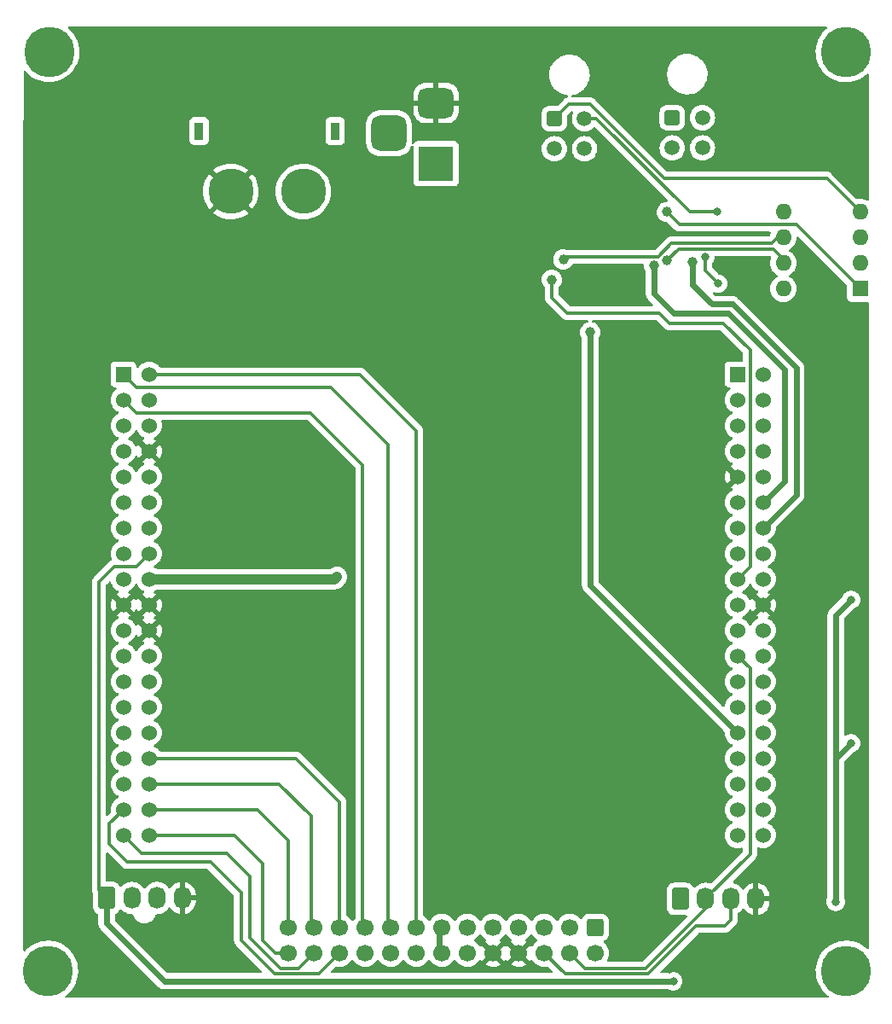
<source format=gbl>
G04 #@! TF.GenerationSoftware,KiCad,Pcbnew,6.0.4-6f826c9f35~116~ubuntu18.04.1*
G04 #@! TF.CreationDate,2022-04-20T12:00:40+08:00*
G04 #@! TF.ProjectId,Nucleo_F446Shield_v2,4e75636c-656f-45f4-9634-343653686965,rev?*
G04 #@! TF.SameCoordinates,Original*
G04 #@! TF.FileFunction,Copper,L2,Bot*
G04 #@! TF.FilePolarity,Positive*
%FSLAX46Y46*%
G04 Gerber Fmt 4.6, Leading zero omitted, Abs format (unit mm)*
G04 Created by KiCad (PCBNEW 6.0.4-6f826c9f35~116~ubuntu18.04.1) date 2022-04-20 12:00:40*
%MOMM*%
%LPD*%
G01*
G04 APERTURE LIST*
G04 Aperture macros list*
%AMRoundRect*
0 Rectangle with rounded corners*
0 $1 Rounding radius*
0 $2 $3 $4 $5 $6 $7 $8 $9 X,Y pos of 4 corners*
0 Add a 4 corners polygon primitive as box body*
4,1,4,$2,$3,$4,$5,$6,$7,$8,$9,$2,$3,0*
0 Add four circle primitives for the rounded corners*
1,1,$1+$1,$2,$3*
1,1,$1+$1,$4,$5*
1,1,$1+$1,$6,$7*
1,1,$1+$1,$8,$9*
0 Add four rect primitives between the rounded corners*
20,1,$1+$1,$2,$3,$4,$5,0*
20,1,$1+$1,$4,$5,$6,$7,0*
20,1,$1+$1,$6,$7,$8,$9,0*
20,1,$1+$1,$8,$9,$2,$3,0*%
G04 Aperture macros list end*
G04 #@! TA.AperFunction,WasherPad*
%ADD10R,0.900000X1.800000*%
G04 #@! TD*
G04 #@! TA.AperFunction,ComponentPad*
%ADD11C,4.500000*%
G04 #@! TD*
G04 #@! TA.AperFunction,ComponentPad*
%ADD12R,3.500000X3.500000*%
G04 #@! TD*
G04 #@! TA.AperFunction,ComponentPad*
%ADD13RoundRect,0.750000X-1.000000X0.750000X-1.000000X-0.750000X1.000000X-0.750000X1.000000X0.750000X0*%
G04 #@! TD*
G04 #@! TA.AperFunction,ComponentPad*
%ADD14RoundRect,0.875000X-0.875000X0.875000X-0.875000X-0.875000X0.875000X-0.875000X0.875000X0.875000X0*%
G04 #@! TD*
G04 #@! TA.AperFunction,ComponentPad*
%ADD15RoundRect,0.250000X-0.600000X0.600000X-0.600000X-0.600000X0.600000X-0.600000X0.600000X0.600000X0*%
G04 #@! TD*
G04 #@! TA.AperFunction,ComponentPad*
%ADD16C,1.700000*%
G04 #@! TD*
G04 #@! TA.AperFunction,ComponentPad*
%ADD17RoundRect,0.250000X0.600000X-0.850000X0.600000X0.850000X-0.600000X0.850000X-0.600000X-0.850000X0*%
G04 #@! TD*
G04 #@! TA.AperFunction,ComponentPad*
%ADD18O,1.700000X2.200000*%
G04 #@! TD*
G04 #@! TA.AperFunction,ComponentPad*
%ADD19RoundRect,0.250001X-0.499999X-0.499999X0.499999X-0.499999X0.499999X0.499999X-0.499999X0.499999X0*%
G04 #@! TD*
G04 #@! TA.AperFunction,ComponentPad*
%ADD20C,1.500000*%
G04 #@! TD*
G04 #@! TA.AperFunction,ComponentPad*
%ADD21R,1.530000X1.530000*%
G04 #@! TD*
G04 #@! TA.AperFunction,ComponentPad*
%ADD22C,1.530000*%
G04 #@! TD*
G04 #@! TA.AperFunction,ComponentPad*
%ADD23R,1.600000X1.600000*%
G04 #@! TD*
G04 #@! TA.AperFunction,ComponentPad*
%ADD24O,1.600000X1.600000*%
G04 #@! TD*
G04 #@! TA.AperFunction,ViaPad*
%ADD25C,5.000000*%
G04 #@! TD*
G04 #@! TA.AperFunction,ViaPad*
%ADD26C,0.800000*%
G04 #@! TD*
G04 #@! TA.AperFunction,ViaPad*
%ADD27C,1.000000*%
G04 #@! TD*
G04 #@! TA.AperFunction,Conductor*
%ADD28C,0.600000*%
G04 #@! TD*
G04 #@! TA.AperFunction,Conductor*
%ADD29C,1.000000*%
G04 #@! TD*
G04 #@! TA.AperFunction,Conductor*
%ADD30C,0.350000*%
G04 #@! TD*
G04 APERTURE END LIST*
D10*
X75765000Y-44801000D03*
X62265000Y-44801000D03*
D11*
X65415000Y-50801000D03*
X72615000Y-50801000D03*
D12*
X85793500Y-48021000D03*
D13*
X85793500Y-42021000D03*
D14*
X81093500Y-45021000D03*
D15*
X101600000Y-123825000D03*
D16*
X101600000Y-126365000D03*
X99060000Y-123825000D03*
X99060000Y-126365000D03*
X96520000Y-123825000D03*
X96520000Y-126365000D03*
X93980000Y-123825000D03*
X93980000Y-126365000D03*
X91440000Y-123825000D03*
X91440000Y-126365000D03*
X88900000Y-123825000D03*
X88900000Y-126365000D03*
X86360000Y-123825000D03*
X86360000Y-126365000D03*
X83820000Y-123825000D03*
X83820000Y-126365000D03*
X81280000Y-123825000D03*
X81280000Y-126365000D03*
X78740000Y-123825000D03*
X78740000Y-126365000D03*
X76200000Y-123825000D03*
X76200000Y-126365000D03*
X73660000Y-123825000D03*
X73660000Y-126365000D03*
X71120000Y-123825000D03*
X71120000Y-126365000D03*
D17*
X53086000Y-120904000D03*
D18*
X55586000Y-120904000D03*
X58086000Y-120904000D03*
X60586000Y-120904000D03*
D19*
X97536000Y-43561000D03*
D20*
X100536000Y-43561000D03*
X97536000Y-46561000D03*
X100536000Y-46561000D03*
D17*
X110042000Y-120998000D03*
D18*
X112542000Y-120998000D03*
X115042000Y-120998000D03*
X117542000Y-120998000D03*
D21*
X54760000Y-68950000D03*
D22*
X57300000Y-68950000D03*
X54760000Y-71490000D03*
X57300000Y-71490000D03*
X54760000Y-74030000D03*
X57300000Y-74030000D03*
X54760000Y-76570000D03*
X57300000Y-76570000D03*
X54760000Y-79110000D03*
X57300000Y-79110000D03*
X54760000Y-81650000D03*
X57300000Y-81650000D03*
X54760000Y-84190000D03*
X57300000Y-84190000D03*
X54760000Y-86730000D03*
X57300000Y-86730000D03*
X54760000Y-89270000D03*
X57300000Y-89270000D03*
X54760000Y-91810000D03*
X57300000Y-91810000D03*
X54760000Y-94350000D03*
X57300000Y-94350000D03*
X54760000Y-96890000D03*
X57300000Y-96890000D03*
X54760000Y-99430000D03*
X57300000Y-99430000D03*
X54760000Y-101970000D03*
X57300000Y-101970000D03*
X54760000Y-104510000D03*
X57300000Y-104510000D03*
X54760000Y-107050000D03*
X57300000Y-107050000D03*
X54760000Y-109590000D03*
X57300000Y-109590000D03*
X54760000Y-112130000D03*
X57300000Y-112130000D03*
X54760000Y-114670000D03*
X57300000Y-114670000D03*
D21*
X115720000Y-68950000D03*
D22*
X118260000Y-68950000D03*
X115720000Y-71490000D03*
X118260000Y-71490000D03*
X115720000Y-74030000D03*
X118260000Y-74030000D03*
X115720000Y-76570000D03*
X118260000Y-76570000D03*
X115720000Y-79110000D03*
X118260000Y-79110000D03*
X115720000Y-81650000D03*
X118260000Y-81650000D03*
X115720000Y-84190000D03*
X118260000Y-84190000D03*
X115720000Y-86730000D03*
X118260000Y-86730000D03*
X115720000Y-89270000D03*
X118260000Y-89270000D03*
X115720000Y-91810000D03*
X118260000Y-91810000D03*
X115720000Y-94350000D03*
X118260000Y-94350000D03*
X115720000Y-96890000D03*
X118260000Y-96890000D03*
X115720000Y-99430000D03*
X118260000Y-99430000D03*
X115720000Y-101970000D03*
X118260000Y-101970000D03*
X115720000Y-104510000D03*
X118260000Y-104510000D03*
X115720000Y-107050000D03*
X118260000Y-107050000D03*
X115720000Y-109590000D03*
X118260000Y-109590000D03*
X115720000Y-112130000D03*
X118260000Y-112130000D03*
X115720000Y-114670000D03*
X118260000Y-114670000D03*
D23*
X127889000Y-60452000D03*
D24*
X127889000Y-57912000D03*
X127889000Y-55372000D03*
X127889000Y-52832000D03*
X120269000Y-52832000D03*
X120269000Y-55372000D03*
X120269000Y-57912000D03*
X120269000Y-60452000D03*
D19*
X109244000Y-43479000D03*
D20*
X112244000Y-43479000D03*
X109244000Y-46479000D03*
X112244000Y-46479000D03*
D25*
X47244000Y-128143000D03*
X47371000Y-36941000D03*
X126492000Y-36957000D03*
X126492000Y-128143000D03*
D26*
X117094000Y-48133000D03*
X111760000Y-71120000D03*
X108966000Y-128016000D03*
X46990000Y-113030000D03*
X127889000Y-78994000D03*
X91186000Y-38100000D03*
X104140000Y-64770000D03*
X128016000Y-48895000D03*
X120269000Y-116840000D03*
X64770000Y-100330000D03*
X106680000Y-76200000D03*
X60960000Y-78740000D03*
X46990000Y-105410000D03*
X119253000Y-125984000D03*
X97790000Y-78740000D03*
X91186000Y-54610000D03*
X91186000Y-41910000D03*
X46990000Y-120650000D03*
X60960000Y-58420000D03*
X102870000Y-54610000D03*
X63500000Y-78740000D03*
X128270000Y-67310000D03*
X91186000Y-46990000D03*
X121412000Y-102997000D03*
X76200000Y-57150000D03*
X127508000Y-93726000D03*
X128270000Y-74676000D03*
X113157000Y-113919000D03*
X128270000Y-70866000D03*
X128270000Y-67310000D03*
X59690000Y-50800000D03*
X86995000Y-54610000D03*
X127762000Y-107950000D03*
X119380000Y-38100000D03*
X72390000Y-76200000D03*
X60960000Y-86360000D03*
X77343000Y-122047000D03*
X113157000Y-109728000D03*
X63500000Y-78740000D03*
X111760000Y-66294000D03*
X119380000Y-41910000D03*
X58420000Y-127000000D03*
X63500000Y-74930000D03*
X105410000Y-54610000D03*
X86360000Y-90170000D03*
X102870000Y-50800000D03*
X124587000Y-74676000D03*
X86360000Y-93980000D03*
X116840000Y-38100000D03*
X121666000Y-123444000D03*
X69850000Y-81280000D03*
X95250000Y-46990000D03*
X111760000Y-76200000D03*
X105283000Y-116967000D03*
X46990000Y-109220000D03*
X59690000Y-46990000D03*
X104140000Y-59690000D03*
X116840000Y-41910000D03*
X107950000Y-124079000D03*
X76200000Y-57150000D03*
X121285000Y-113284000D03*
X72390000Y-78740000D03*
X71120000Y-66040000D03*
X86995000Y-50800000D03*
X106680000Y-71120000D03*
X123190000Y-60960000D03*
X92710000Y-38100000D03*
X92710000Y-41910000D03*
X64770000Y-124460000D03*
X124460000Y-70866000D03*
X60960000Y-74930000D03*
X67310000Y-66040000D03*
X71120000Y-105410000D03*
X127762000Y-123317000D03*
X91186000Y-50800000D03*
X46990000Y-116840000D03*
X76200000Y-105410000D03*
X105410000Y-50800000D03*
X123190000Y-58420000D03*
D27*
X75946000Y-89027000D03*
X108712000Y-52832000D03*
D26*
X112522000Y-57289500D03*
X113792000Y-59944000D03*
X113665000Y-52832000D03*
X109347000Y-129159000D03*
X127000000Y-105537000D03*
X125476000Y-121285000D03*
X127000000Y-91313000D03*
D27*
X108712000Y-57658000D03*
X107442000Y-58166000D03*
X111252000Y-57785000D03*
X98425000Y-57531000D03*
X97282000Y-59563000D03*
X101092000Y-64770000D03*
D28*
X86106000Y-126111000D02*
X86360000Y-126365000D01*
D29*
X75703000Y-89270000D02*
X75946000Y-89027000D01*
X57300000Y-89270000D02*
X75703000Y-89270000D01*
D28*
X86106000Y-124079000D02*
X86106000Y-126111000D01*
X86360000Y-123825000D02*
X86106000Y-124079000D01*
D30*
X109982000Y-54102000D02*
X108712000Y-52832000D01*
X121539000Y-54102000D02*
X109982000Y-54102000D01*
X127889000Y-60452000D02*
X121539000Y-54102000D01*
X112522000Y-57289500D02*
X112522000Y-58674000D01*
X112522000Y-58674000D02*
X113792000Y-59944000D01*
X124587000Y-49530000D02*
X127889000Y-52832000D01*
X108458000Y-49530000D02*
X124587000Y-49530000D01*
X98933000Y-42164000D02*
X101092000Y-42164000D01*
X97536000Y-43561000D02*
X98933000Y-42164000D01*
X101092000Y-42164000D02*
X108458000Y-49530000D01*
X110982862Y-52832000D02*
X101711862Y-43561000D01*
X101711862Y-43561000D02*
X100536000Y-43561000D01*
X113665000Y-52832000D02*
X110982862Y-52832000D01*
X56024511Y-88005489D02*
X53853511Y-88005489D01*
D28*
X125476000Y-107061000D02*
X125476000Y-92837000D01*
D30*
X57300000Y-86730000D02*
X56024511Y-88005489D01*
D28*
X125476000Y-107061000D02*
X127000000Y-105537000D01*
D30*
X53853511Y-88005489D02*
X52324000Y-89535000D01*
D28*
X58801000Y-129159000D02*
X53086000Y-123444000D01*
X125476000Y-121285000D02*
X125476000Y-107061000D01*
X53086000Y-123444000D02*
X53086000Y-120904000D01*
X109347000Y-129159000D02*
X58801000Y-129159000D01*
X125476000Y-92837000D02*
X127000000Y-91313000D01*
D30*
X52324000Y-89535000D02*
X52324000Y-120142000D01*
X52324000Y-120142000D02*
X53086000Y-120904000D01*
X106601000Y-127889000D02*
X100584000Y-127889000D01*
X112542000Y-121948000D02*
X106601000Y-127889000D01*
X112542000Y-120998000D02*
X112542000Y-121948000D01*
X116967000Y-116573000D02*
X112542000Y-120998000D01*
X115720000Y-96890000D02*
X116967000Y-98137000D01*
X116967000Y-98137000D02*
X116967000Y-116573000D01*
X100584000Y-127889000D02*
X99060000Y-126365000D01*
X111569138Y-123698000D02*
X106828618Y-128438520D01*
X114427000Y-123698000D02*
X111569138Y-123698000D01*
X115042000Y-123083000D02*
X114427000Y-123698000D01*
X106828618Y-128438520D02*
X98593520Y-128438520D01*
X115042000Y-120998000D02*
X115042000Y-123083000D01*
X98593520Y-128438520D02*
X96520000Y-126365000D01*
X109855000Y-56515000D02*
X108712000Y-57658000D01*
X119253000Y-56515000D02*
X109855000Y-56515000D01*
X120269000Y-57531000D02*
X119253000Y-56515000D01*
X120269000Y-57912000D02*
X120269000Y-57531000D01*
D28*
X120396000Y-79514000D02*
X120396000Y-68453000D01*
X109347000Y-62865000D02*
X107442000Y-60960000D01*
X114808000Y-62865000D02*
X109347000Y-62865000D01*
X120396000Y-68453000D02*
X114808000Y-62865000D01*
X107442000Y-60960000D02*
X107442000Y-58166000D01*
X118260000Y-81650000D02*
X120396000Y-79514000D01*
X121539000Y-80911000D02*
X118260000Y-84190000D01*
X111252000Y-60071000D02*
X113157000Y-61976000D01*
X113157000Y-61976000D02*
X115189000Y-61976000D01*
X111252000Y-57785000D02*
X111252000Y-60071000D01*
X115189000Y-61976000D02*
X121539000Y-68326000D01*
X121539000Y-68326000D02*
X121539000Y-80911000D01*
D30*
X109167774Y-55965480D02*
X107856254Y-57277000D01*
X119099618Y-55965480D02*
X109167774Y-55965480D01*
X119693098Y-55372000D02*
X119099618Y-55965480D01*
X120269000Y-55372000D02*
X119693098Y-55372000D01*
X107856254Y-57277000D02*
X98679000Y-57277000D01*
X98679000Y-57277000D02*
X98425000Y-57531000D01*
X116967000Y-88023000D02*
X115720000Y-89270000D01*
X97282000Y-61341000D02*
X98806000Y-62865000D01*
X97282000Y-59563000D02*
X97282000Y-61341000D01*
X98806000Y-62865000D02*
X107950000Y-62865000D01*
X116967000Y-66548000D02*
X116967000Y-88023000D01*
X114314489Y-63895489D02*
X116967000Y-66548000D01*
X107950000Y-62865000D02*
X108980489Y-63895489D01*
X108980489Y-63895489D02*
X114314489Y-63895489D01*
D28*
X101092000Y-89882000D02*
X115720000Y-104510000D01*
X101092000Y-64770000D02*
X101092000Y-89882000D01*
D30*
X69850000Y-126365000D02*
X71120000Y-126365000D01*
X65775000Y-114670000D02*
X68580000Y-117475000D01*
X68580000Y-125095000D02*
X69850000Y-126365000D01*
X57300000Y-114670000D02*
X65775000Y-114670000D01*
X68580000Y-117475000D02*
X68580000Y-125095000D01*
X71120000Y-115189000D02*
X71120000Y-124342500D01*
X68061000Y-112130000D02*
X71120000Y-115189000D01*
X57300000Y-112130000D02*
X68061000Y-112130000D01*
X55118000Y-117348000D02*
X63373000Y-117348000D01*
X66421000Y-125095000D02*
X69764519Y-128438519D01*
X63373000Y-117348000D02*
X66421000Y-120396000D01*
X53340000Y-113538000D02*
X53340000Y-115570000D01*
X53340000Y-115570000D02*
X55118000Y-117348000D01*
X69764519Y-128438519D02*
X74126481Y-128438519D01*
X54748000Y-112130000D02*
X53340000Y-113538000D01*
X54760000Y-112130000D02*
X54748000Y-112130000D01*
X74126481Y-128438519D02*
X76200000Y-126365000D01*
X66421000Y-120396000D02*
X66421000Y-125095000D01*
X70358000Y-127889000D02*
X72136000Y-127889000D01*
X65024000Y-116459000D02*
X67310000Y-118745000D01*
X67310000Y-118745000D02*
X67310000Y-124841000D01*
X67310000Y-124841000D02*
X70358000Y-127889000D01*
X72136000Y-127889000D02*
X73660000Y-126365000D01*
X54760000Y-114670000D02*
X56549000Y-116459000D01*
X56549000Y-116459000D02*
X65024000Y-116459000D01*
X57300000Y-68950000D02*
X78221000Y-68950000D01*
X78221000Y-68950000D02*
X83820000Y-74549000D01*
X83820000Y-74549000D02*
X83820000Y-123825000D01*
X54760000Y-68950000D02*
X56041000Y-70231000D01*
X81026000Y-123571000D02*
X81280000Y-123825000D01*
X75311000Y-70231000D02*
X81026000Y-75946000D01*
X81026000Y-75946000D02*
X81026000Y-123571000D01*
X56041000Y-70231000D02*
X75311000Y-70231000D01*
X54760000Y-71490000D02*
X56041000Y-72771000D01*
X56041000Y-72771000D02*
X73279000Y-72771000D01*
X78486000Y-123571000D02*
X78740000Y-123825000D01*
X78486000Y-77978000D02*
X78486000Y-123571000D01*
X73279000Y-72771000D02*
X78486000Y-77978000D01*
X71744000Y-107050000D02*
X57300000Y-107050000D01*
X76200000Y-124342500D02*
X76200000Y-111379000D01*
X71882000Y-107061000D02*
X71755000Y-107061000D01*
X71755000Y-107061000D02*
X71744000Y-107050000D01*
X76200000Y-111379000D02*
X71882000Y-107061000D01*
X73406000Y-112776000D02*
X73406000Y-123571000D01*
X70220000Y-109590000D02*
X73406000Y-112776000D01*
X73406000Y-123571000D02*
X73660000Y-123825000D01*
X57300000Y-109590000D02*
X70220000Y-109590000D01*
G04 #@! TA.AperFunction,Conductor*
G36*
X124559246Y-34437502D02*
G01*
X124605739Y-34491158D01*
X124615843Y-34561432D01*
X124586349Y-34626012D01*
X124569906Y-34641833D01*
X124475509Y-34717459D01*
X124231466Y-34964071D01*
X124017386Y-35237098D01*
X123836105Y-35532921D01*
X123834580Y-35536206D01*
X123834578Y-35536210D01*
X123802932Y-35604386D01*
X123690027Y-35847620D01*
X123581087Y-36177023D01*
X123580351Y-36180578D01*
X123580350Y-36180581D01*
X123524465Y-36450438D01*
X123510730Y-36516764D01*
X123479888Y-36862341D01*
X123479983Y-36865971D01*
X123479983Y-36865972D01*
X123487434Y-37150500D01*
X123488970Y-37209171D01*
X123537856Y-37552660D01*
X123625897Y-37888253D01*
X123751927Y-38211503D01*
X123753624Y-38214708D01*
X123895575Y-38482807D01*
X123914275Y-38518126D01*
X123916325Y-38521109D01*
X123916327Y-38521112D01*
X124108733Y-38801064D01*
X124108739Y-38801071D01*
X124110790Y-38804056D01*
X124233056Y-38944212D01*
X124327040Y-39051948D01*
X124338866Y-39065505D01*
X124341551Y-39067948D01*
X124551268Y-39258775D01*
X124595481Y-39299006D01*
X124877233Y-39501466D01*
X125180388Y-39670200D01*
X125500928Y-39802972D01*
X125504422Y-39803967D01*
X125504424Y-39803968D01*
X125831103Y-39897025D01*
X125831108Y-39897026D01*
X125834604Y-39898022D01*
X126030940Y-39930173D01*
X126173412Y-39953504D01*
X126173419Y-39953505D01*
X126176993Y-39954090D01*
X126350275Y-39962262D01*
X126519931Y-39970263D01*
X126519932Y-39970263D01*
X126523558Y-39970434D01*
X126532415Y-39969830D01*
X126866073Y-39947084D01*
X126866081Y-39947083D01*
X126869704Y-39946836D01*
X126873279Y-39946173D01*
X126873282Y-39946173D01*
X127207279Y-39884270D01*
X127207283Y-39884269D01*
X127210844Y-39883609D01*
X127477477Y-39801582D01*
X127538978Y-39782662D01*
X127542456Y-39781592D01*
X127860145Y-39642136D01*
X128088625Y-39508624D01*
X128156560Y-39468926D01*
X128156562Y-39468925D01*
X128159700Y-39467091D01*
X128183919Y-39448907D01*
X128434244Y-39260958D01*
X128434248Y-39260955D01*
X128437151Y-39258775D01*
X128564768Y-39137670D01*
X128627948Y-39105289D01*
X128698607Y-39112205D01*
X128754310Y-39156225D01*
X128777500Y-39229068D01*
X128777500Y-51614707D01*
X128757498Y-51682828D01*
X128703842Y-51729321D01*
X128633568Y-51739425D01*
X128579229Y-51717920D01*
X128578275Y-51717252D01*
X128545749Y-51694477D01*
X128540767Y-51692154D01*
X128540762Y-51692151D01*
X128343225Y-51600039D01*
X128343224Y-51600039D01*
X128338243Y-51597716D01*
X128332935Y-51596294D01*
X128332933Y-51596293D01*
X128122402Y-51539881D01*
X128122400Y-51539881D01*
X128117087Y-51538457D01*
X127889000Y-51518502D01*
X127660913Y-51538457D01*
X127655594Y-51539882D01*
X127655590Y-51539883D01*
X127653219Y-51540518D01*
X127652136Y-51540492D01*
X127650186Y-51540836D01*
X127650117Y-51540444D01*
X127582243Y-51538825D01*
X127531520Y-51507905D01*
X125090156Y-49066541D01*
X125084302Y-49060276D01*
X125047710Y-49018330D01*
X124997345Y-48982934D01*
X124992077Y-48979020D01*
X124943672Y-48941065D01*
X124936748Y-48937939D01*
X124932439Y-48935329D01*
X124923024Y-48929958D01*
X124918576Y-48927573D01*
X124912361Y-48923205D01*
X124855039Y-48900856D01*
X124848971Y-48898306D01*
X124792895Y-48872986D01*
X124785418Y-48871600D01*
X124780598Y-48870090D01*
X124770165Y-48867118D01*
X124765304Y-48865870D01*
X124758228Y-48863111D01*
X124697238Y-48855082D01*
X124690722Y-48854050D01*
X124637700Y-48844223D01*
X124630233Y-48842839D01*
X124622653Y-48843276D01*
X124622652Y-48843276D01*
X124570358Y-48846291D01*
X124563106Y-48846500D01*
X108793305Y-48846500D01*
X108725184Y-48826498D01*
X108704210Y-48809595D01*
X106373615Y-46479000D01*
X107980693Y-46479000D01*
X107999885Y-46698371D01*
X108056880Y-46911076D01*
X108059205Y-46916061D01*
X108147618Y-47105666D01*
X108147621Y-47105671D01*
X108149944Y-47110653D01*
X108153100Y-47115160D01*
X108153101Y-47115162D01*
X108235194Y-47232402D01*
X108276251Y-47291038D01*
X108431962Y-47446749D01*
X108612346Y-47573056D01*
X108811924Y-47666120D01*
X109024629Y-47723115D01*
X109244000Y-47742307D01*
X109463371Y-47723115D01*
X109676076Y-47666120D01*
X109875654Y-47573056D01*
X110056038Y-47446749D01*
X110211749Y-47291038D01*
X110252807Y-47232402D01*
X110334899Y-47115162D01*
X110334900Y-47115160D01*
X110338056Y-47110653D01*
X110340379Y-47105671D01*
X110340382Y-47105666D01*
X110428795Y-46916061D01*
X110431120Y-46911076D01*
X110488115Y-46698371D01*
X110507307Y-46479000D01*
X110980693Y-46479000D01*
X110999885Y-46698371D01*
X111056880Y-46911076D01*
X111059205Y-46916061D01*
X111147618Y-47105666D01*
X111147621Y-47105671D01*
X111149944Y-47110653D01*
X111153100Y-47115160D01*
X111153101Y-47115162D01*
X111235194Y-47232402D01*
X111276251Y-47291038D01*
X111431962Y-47446749D01*
X111612346Y-47573056D01*
X111811924Y-47666120D01*
X112024629Y-47723115D01*
X112244000Y-47742307D01*
X112463371Y-47723115D01*
X112676076Y-47666120D01*
X112875654Y-47573056D01*
X113056038Y-47446749D01*
X113211749Y-47291038D01*
X113252807Y-47232402D01*
X113334899Y-47115162D01*
X113334900Y-47115160D01*
X113338056Y-47110653D01*
X113340379Y-47105671D01*
X113340382Y-47105666D01*
X113428795Y-46916061D01*
X113431120Y-46911076D01*
X113488115Y-46698371D01*
X113507307Y-46479000D01*
X113488115Y-46259629D01*
X113431120Y-46046924D01*
X113363708Y-45902358D01*
X113340382Y-45852334D01*
X113340379Y-45852329D01*
X113338056Y-45847347D01*
X113334899Y-45842838D01*
X113214908Y-45671473D01*
X113214906Y-45671470D01*
X113211749Y-45666962D01*
X113056038Y-45511251D01*
X112992762Y-45466944D01*
X112976759Y-45455739D01*
X112875654Y-45384944D01*
X112676076Y-45291880D01*
X112463371Y-45234885D01*
X112244000Y-45215693D01*
X112024629Y-45234885D01*
X111811924Y-45291880D01*
X111755249Y-45318308D01*
X111617334Y-45382618D01*
X111617329Y-45382621D01*
X111612347Y-45384944D01*
X111607840Y-45388100D01*
X111607838Y-45388101D01*
X111436473Y-45508092D01*
X111436470Y-45508094D01*
X111431962Y-45511251D01*
X111276251Y-45666962D01*
X111273094Y-45671470D01*
X111273092Y-45671473D01*
X111153101Y-45842838D01*
X111149944Y-45847347D01*
X111147621Y-45852329D01*
X111147618Y-45852334D01*
X111124292Y-45902358D01*
X111056880Y-46046924D01*
X110999885Y-46259629D01*
X110980693Y-46479000D01*
X110507307Y-46479000D01*
X110488115Y-46259629D01*
X110431120Y-46046924D01*
X110363708Y-45902358D01*
X110340382Y-45852334D01*
X110340379Y-45852329D01*
X110338056Y-45847347D01*
X110334899Y-45842838D01*
X110214908Y-45671473D01*
X110214906Y-45671470D01*
X110211749Y-45666962D01*
X110056038Y-45511251D01*
X109992762Y-45466944D01*
X109976759Y-45455739D01*
X109875654Y-45384944D01*
X109676076Y-45291880D01*
X109463371Y-45234885D01*
X109244000Y-45215693D01*
X109024629Y-45234885D01*
X108811924Y-45291880D01*
X108755249Y-45318308D01*
X108617334Y-45382618D01*
X108617329Y-45382621D01*
X108612347Y-45384944D01*
X108607840Y-45388100D01*
X108607838Y-45388101D01*
X108436473Y-45508092D01*
X108436470Y-45508094D01*
X108431962Y-45511251D01*
X108276251Y-45666962D01*
X108273094Y-45671470D01*
X108273092Y-45671473D01*
X108153101Y-45842838D01*
X108149944Y-45847347D01*
X108147621Y-45852329D01*
X108147618Y-45852334D01*
X108124292Y-45902358D01*
X108056880Y-46046924D01*
X107999885Y-46259629D01*
X107980693Y-46479000D01*
X106373615Y-46479000D01*
X103924015Y-44029400D01*
X107985500Y-44029400D01*
X107985837Y-44032646D01*
X107985837Y-44032650D01*
X107994399Y-44115162D01*
X107996474Y-44135165D01*
X107998655Y-44141701D01*
X107998655Y-44141703D01*
X108017158Y-44197162D01*
X108052450Y-44302945D01*
X108145522Y-44453348D01*
X108270697Y-44578305D01*
X108276927Y-44582145D01*
X108276928Y-44582146D01*
X108414090Y-44666694D01*
X108421262Y-44671115D01*
X108501005Y-44697564D01*
X108582611Y-44724632D01*
X108582613Y-44724632D01*
X108589139Y-44726797D01*
X108595975Y-44727497D01*
X108595978Y-44727498D01*
X108639031Y-44731909D01*
X108693600Y-44737500D01*
X109794400Y-44737500D01*
X109797646Y-44737163D01*
X109797650Y-44737163D01*
X109893307Y-44727238D01*
X109893311Y-44727237D01*
X109900165Y-44726526D01*
X109906701Y-44724345D01*
X109906703Y-44724345D01*
X110038805Y-44680272D01*
X110067945Y-44670550D01*
X110218348Y-44577478D01*
X110343305Y-44452303D01*
X110374720Y-44401339D01*
X110432275Y-44307968D01*
X110432276Y-44307966D01*
X110436115Y-44301738D01*
X110491797Y-44133861D01*
X110493766Y-44114650D01*
X110502172Y-44032598D01*
X110502500Y-44029400D01*
X110502500Y-43479000D01*
X110980693Y-43479000D01*
X110999885Y-43698371D01*
X111056880Y-43911076D01*
X111059205Y-43916061D01*
X111147618Y-44105666D01*
X111147621Y-44105671D01*
X111149944Y-44110653D01*
X111153100Y-44115160D01*
X111153101Y-44115162D01*
X111229103Y-44223703D01*
X111276251Y-44291038D01*
X111431962Y-44446749D01*
X111436471Y-44449906D01*
X111436473Y-44449908D01*
X111448774Y-44458521D01*
X111612346Y-44573056D01*
X111811924Y-44666120D01*
X112024629Y-44723115D01*
X112244000Y-44742307D01*
X112463371Y-44723115D01*
X112676076Y-44666120D01*
X112875654Y-44573056D01*
X113039226Y-44458521D01*
X113051527Y-44449908D01*
X113051529Y-44449906D01*
X113056038Y-44446749D01*
X113211749Y-44291038D01*
X113258898Y-44223703D01*
X113334899Y-44115162D01*
X113334900Y-44115160D01*
X113338056Y-44110653D01*
X113340379Y-44105671D01*
X113340382Y-44105666D01*
X113428795Y-43916061D01*
X113431120Y-43911076D01*
X113488115Y-43698371D01*
X113507307Y-43479000D01*
X113488115Y-43259629D01*
X113431120Y-43046924D01*
X113360980Y-42896507D01*
X113340382Y-42852334D01*
X113340379Y-42852329D01*
X113338056Y-42847347D01*
X113334899Y-42842838D01*
X113214908Y-42671473D01*
X113214906Y-42671470D01*
X113211749Y-42666962D01*
X113056038Y-42511251D01*
X113048107Y-42505697D01*
X112976759Y-42455739D01*
X112875654Y-42384944D01*
X112676076Y-42291880D01*
X112463371Y-42234885D01*
X112244000Y-42215693D01*
X112024629Y-42234885D01*
X111811924Y-42291880D01*
X111718562Y-42335415D01*
X111617334Y-42382618D01*
X111617329Y-42382621D01*
X111612347Y-42384944D01*
X111607840Y-42388100D01*
X111607838Y-42388101D01*
X111436473Y-42508092D01*
X111436470Y-42508094D01*
X111431962Y-42511251D01*
X111276251Y-42666962D01*
X111273094Y-42671470D01*
X111273092Y-42671473D01*
X111153101Y-42842838D01*
X111149944Y-42847347D01*
X111147621Y-42852329D01*
X111147618Y-42852334D01*
X111127020Y-42896507D01*
X111056880Y-43046924D01*
X110999885Y-43259629D01*
X110980693Y-43479000D01*
X110502500Y-43479000D01*
X110502500Y-42928600D01*
X110500879Y-42912978D01*
X110492238Y-42829693D01*
X110492237Y-42829689D01*
X110491526Y-42822835D01*
X110472717Y-42766456D01*
X110441027Y-42671473D01*
X110435550Y-42655055D01*
X110342478Y-42504652D01*
X110300275Y-42462522D01*
X110222483Y-42384866D01*
X110217303Y-42379695D01*
X110196922Y-42367132D01*
X110072968Y-42290725D01*
X110072966Y-42290724D01*
X110066738Y-42286885D01*
X109986995Y-42260436D01*
X109905389Y-42233368D01*
X109905387Y-42233368D01*
X109898861Y-42231203D01*
X109892025Y-42230503D01*
X109892022Y-42230502D01*
X109848969Y-42226091D01*
X109794400Y-42220500D01*
X108693600Y-42220500D01*
X108690354Y-42220837D01*
X108690350Y-42220837D01*
X108594693Y-42230762D01*
X108594689Y-42230763D01*
X108587835Y-42231474D01*
X108581299Y-42233655D01*
X108581297Y-42233655D01*
X108449195Y-42277728D01*
X108420055Y-42287450D01*
X108269652Y-42380522D01*
X108144695Y-42505697D01*
X108051885Y-42656262D01*
X107996203Y-42824139D01*
X107995503Y-42830975D01*
X107995502Y-42830978D01*
X107994980Y-42836071D01*
X107985500Y-42928600D01*
X107985500Y-44029400D01*
X103924015Y-44029400D01*
X101595156Y-41700541D01*
X101589302Y-41694276D01*
X101557704Y-41658055D01*
X101552710Y-41652330D01*
X101502345Y-41616934D01*
X101497077Y-41613020D01*
X101454649Y-41579752D01*
X101448672Y-41575065D01*
X101441748Y-41571939D01*
X101437439Y-41569329D01*
X101428024Y-41563958D01*
X101423576Y-41561573D01*
X101417361Y-41557205D01*
X101360039Y-41534856D01*
X101353971Y-41532306D01*
X101297895Y-41506986D01*
X101290418Y-41505600D01*
X101285598Y-41504090D01*
X101275165Y-41501118D01*
X101270304Y-41499870D01*
X101263228Y-41497111D01*
X101202238Y-41489082D01*
X101195722Y-41488050D01*
X101142700Y-41478223D01*
X101135233Y-41476839D01*
X101127653Y-41477276D01*
X101127652Y-41477276D01*
X101075358Y-41480291D01*
X101068106Y-41480500D01*
X99359148Y-41480500D01*
X99291027Y-41460498D01*
X99244534Y-41406842D01*
X99234430Y-41336568D01*
X99263924Y-41271988D01*
X99323650Y-41233604D01*
X99332951Y-41231253D01*
X99345410Y-41228605D01*
X99590970Y-41176409D01*
X99595099Y-41174906D01*
X99595103Y-41174905D01*
X99850781Y-41081846D01*
X99850785Y-41081844D01*
X99854926Y-41080337D01*
X100102942Y-40948464D01*
X100106503Y-40945877D01*
X100326629Y-40785947D01*
X100326632Y-40785944D01*
X100330192Y-40783358D01*
X100532252Y-40588231D01*
X100705188Y-40366882D01*
X100707384Y-40363078D01*
X100707389Y-40363071D01*
X100843435Y-40127431D01*
X100845636Y-40123619D01*
X100950862Y-39863176D01*
X100969862Y-39786972D01*
X101017753Y-39594893D01*
X101017754Y-39594888D01*
X101018817Y-39590624D01*
X101027436Y-39508624D01*
X101047719Y-39315636D01*
X101047719Y-39315633D01*
X101048178Y-39311267D01*
X101047665Y-39296563D01*
X101040408Y-39088733D01*
X108731822Y-39088733D01*
X108731975Y-39093121D01*
X108731975Y-39093127D01*
X108739746Y-39315636D01*
X108741625Y-39369458D01*
X108742387Y-39373781D01*
X108742388Y-39373788D01*
X108766164Y-39508624D01*
X108790402Y-39646087D01*
X108877203Y-39913235D01*
X108879131Y-39917188D01*
X108879133Y-39917193D01*
X108905101Y-39970434D01*
X109000340Y-40165702D01*
X109002795Y-40169341D01*
X109002798Y-40169347D01*
X109058108Y-40251347D01*
X109157415Y-40398576D01*
X109345371Y-40607322D01*
X109560550Y-40787879D01*
X109798764Y-40936731D01*
X110055375Y-41050982D01*
X110325390Y-41128407D01*
X110329740Y-41129018D01*
X110329743Y-41129019D01*
X110432690Y-41143487D01*
X110603552Y-41167500D01*
X110814146Y-41167500D01*
X110816332Y-41167347D01*
X110816336Y-41167347D01*
X111019827Y-41153118D01*
X111019832Y-41153117D01*
X111024212Y-41152811D01*
X111298970Y-41094409D01*
X111303099Y-41092906D01*
X111303103Y-41092905D01*
X111558781Y-40999846D01*
X111558785Y-40999844D01*
X111562926Y-40998337D01*
X111810942Y-40866464D01*
X111915896Y-40790211D01*
X112034629Y-40703947D01*
X112034632Y-40703944D01*
X112038192Y-40701358D01*
X112047734Y-40692144D01*
X112237087Y-40509287D01*
X112240252Y-40506231D01*
X112413188Y-40284882D01*
X112415384Y-40281078D01*
X112415389Y-40281071D01*
X112551435Y-40045431D01*
X112553636Y-40041619D01*
X112658862Y-39781176D01*
X112672099Y-39728087D01*
X112725753Y-39512893D01*
X112725754Y-39512888D01*
X112726817Y-39508624D01*
X112727384Y-39503236D01*
X112755719Y-39233636D01*
X112755719Y-39233633D01*
X112756178Y-39229267D01*
X112756025Y-39224873D01*
X112746529Y-38952939D01*
X112746528Y-38952933D01*
X112746375Y-38948542D01*
X112737067Y-38895749D01*
X112698360Y-38676236D01*
X112697598Y-38671913D01*
X112610797Y-38404765D01*
X112487660Y-38152298D01*
X112485205Y-38148659D01*
X112485202Y-38148653D01*
X112388357Y-38005075D01*
X112330585Y-37919424D01*
X112304734Y-37890713D01*
X112145566Y-37713940D01*
X112142629Y-37710678D01*
X112131930Y-37701700D01*
X112027476Y-37614053D01*
X111927450Y-37530121D01*
X111689236Y-37381269D01*
X111432625Y-37267018D01*
X111277992Y-37222678D01*
X111166837Y-37190805D01*
X111166836Y-37190805D01*
X111162610Y-37189593D01*
X111158260Y-37188982D01*
X111158257Y-37188981D01*
X111055310Y-37174513D01*
X110884448Y-37150500D01*
X110673854Y-37150500D01*
X110671668Y-37150653D01*
X110671664Y-37150653D01*
X110468173Y-37164882D01*
X110468168Y-37164883D01*
X110463788Y-37165189D01*
X110189030Y-37223591D01*
X110184901Y-37225094D01*
X110184897Y-37225095D01*
X109929219Y-37318154D01*
X109929215Y-37318156D01*
X109925074Y-37319663D01*
X109677058Y-37451536D01*
X109673499Y-37454122D01*
X109673497Y-37454123D01*
X109456031Y-37612121D01*
X109449808Y-37616642D01*
X109247748Y-37811769D01*
X109074812Y-38033118D01*
X109072616Y-38036922D01*
X109072611Y-38036929D01*
X108973774Y-38208121D01*
X108934364Y-38276381D01*
X108829138Y-38536824D01*
X108828073Y-38541097D01*
X108828072Y-38541099D01*
X108766499Y-38788056D01*
X108761183Y-38809376D01*
X108760724Y-38813744D01*
X108760723Y-38813749D01*
X108732281Y-39084364D01*
X108731822Y-39088733D01*
X101040408Y-39088733D01*
X101038529Y-39034939D01*
X101038528Y-39034933D01*
X101038375Y-39030542D01*
X101036508Y-39019950D01*
X101000149Y-38813749D01*
X100989598Y-38753913D01*
X100902797Y-38486765D01*
X100779660Y-38234298D01*
X100777205Y-38230659D01*
X100777202Y-38230653D01*
X100646533Y-38036929D01*
X100622585Y-38001424D01*
X100434629Y-37792678D01*
X100219450Y-37612121D01*
X99981236Y-37463269D01*
X99724625Y-37349018D01*
X99454610Y-37271593D01*
X99450260Y-37270982D01*
X99450257Y-37270981D01*
X99347310Y-37256513D01*
X99176448Y-37232500D01*
X98965854Y-37232500D01*
X98963668Y-37232653D01*
X98963664Y-37232653D01*
X98760173Y-37246882D01*
X98760168Y-37246883D01*
X98755788Y-37247189D01*
X98481030Y-37305591D01*
X98476901Y-37307094D01*
X98476897Y-37307095D01*
X98221219Y-37400154D01*
X98221215Y-37400156D01*
X98217074Y-37401663D01*
X97969058Y-37533536D01*
X97965499Y-37536122D01*
X97965497Y-37536123D01*
X97850463Y-37619700D01*
X97741808Y-37698642D01*
X97738644Y-37701698D01*
X97738641Y-37701700D01*
X97729344Y-37710678D01*
X97539748Y-37893769D01*
X97366812Y-38115118D01*
X97364616Y-38118922D01*
X97364611Y-38118929D01*
X97273707Y-38276381D01*
X97226364Y-38358381D01*
X97121138Y-38618824D01*
X97120073Y-38623097D01*
X97120072Y-38623099D01*
X97064419Y-38846312D01*
X97053183Y-38891376D01*
X97052724Y-38895744D01*
X97052723Y-38895749D01*
X97030700Y-39105289D01*
X97023822Y-39170733D01*
X97023975Y-39175121D01*
X97023975Y-39175127D01*
X97030913Y-39373788D01*
X97033625Y-39451458D01*
X97034387Y-39455781D01*
X97034388Y-39455788D01*
X97058164Y-39590624D01*
X97082402Y-39728087D01*
X97169203Y-39995235D01*
X97171131Y-39999188D01*
X97171133Y-39999193D01*
X97184136Y-40025852D01*
X97292340Y-40247702D01*
X97294795Y-40251341D01*
X97294798Y-40251347D01*
X97317418Y-40284882D01*
X97449415Y-40480576D01*
X97452360Y-40483847D01*
X97452361Y-40483848D01*
X97543226Y-40584764D01*
X97637371Y-40689322D01*
X97640733Y-40692143D01*
X97640734Y-40692144D01*
X97651715Y-40701358D01*
X97852550Y-40869879D01*
X98090764Y-41018731D01*
X98347375Y-41132982D01*
X98617390Y-41210407D01*
X98621740Y-41211018D01*
X98621743Y-41211019D01*
X98760586Y-41230532D01*
X98822684Y-41239259D01*
X98887358Y-41268547D01*
X98925931Y-41328151D01*
X98926156Y-41399147D01*
X98887962Y-41458995D01*
X98820286Y-41489120D01*
X98776308Y-41494442D01*
X98776307Y-41494442D01*
X98768765Y-41495355D01*
X98761655Y-41498041D01*
X98756752Y-41499246D01*
X98746266Y-41502114D01*
X98741474Y-41503561D01*
X98733996Y-41504866D01*
X98727044Y-41507918D01*
X98727043Y-41507918D01*
X98677659Y-41529595D01*
X98671554Y-41532086D01*
X98621118Y-41551145D01*
X98621115Y-41551147D01*
X98614011Y-41553831D01*
X98607754Y-41558131D01*
X98603286Y-41560467D01*
X98593840Y-41565725D01*
X98589474Y-41568307D01*
X98582515Y-41571362D01*
X98533696Y-41608823D01*
X98528377Y-41612686D01*
X98522166Y-41616955D01*
X98477674Y-41647534D01*
X98472623Y-41653203D01*
X98437768Y-41692323D01*
X98432787Y-41697598D01*
X97864790Y-42265595D01*
X97802478Y-42299621D01*
X97775695Y-42302500D01*
X96985600Y-42302500D01*
X96982354Y-42302837D01*
X96982350Y-42302837D01*
X96886693Y-42312762D01*
X96886689Y-42312763D01*
X96879835Y-42313474D01*
X96873299Y-42315655D01*
X96873297Y-42315655D01*
X96741195Y-42359728D01*
X96712055Y-42369450D01*
X96561652Y-42462522D01*
X96436695Y-42587697D01*
X96432855Y-42593927D01*
X96432854Y-42593928D01*
X96385055Y-42671473D01*
X96343885Y-42738262D01*
X96334811Y-42765619D01*
X96307653Y-42847500D01*
X96288203Y-42906139D01*
X96287503Y-42912975D01*
X96287502Y-42912978D01*
X96285825Y-42929347D01*
X96277500Y-43010600D01*
X96277500Y-44111400D01*
X96277837Y-44114646D01*
X96277837Y-44114650D01*
X96286399Y-44197162D01*
X96288474Y-44217165D01*
X96290655Y-44223701D01*
X96290655Y-44223703D01*
X96318768Y-44307968D01*
X96344450Y-44384945D01*
X96437522Y-44535348D01*
X96442704Y-44540521D01*
X96480554Y-44578305D01*
X96562697Y-44660305D01*
X96568927Y-44664145D01*
X96568928Y-44664146D01*
X96706090Y-44748694D01*
X96713262Y-44753115D01*
X96793005Y-44779564D01*
X96874611Y-44806632D01*
X96874613Y-44806632D01*
X96881139Y-44808797D01*
X96887975Y-44809497D01*
X96887978Y-44809498D01*
X96931031Y-44813909D01*
X96985600Y-44819500D01*
X98086400Y-44819500D01*
X98089646Y-44819163D01*
X98089650Y-44819163D01*
X98185307Y-44809238D01*
X98185311Y-44809237D01*
X98192165Y-44808526D01*
X98198701Y-44806345D01*
X98198703Y-44806345D01*
X98330805Y-44762272D01*
X98359945Y-44752550D01*
X98510348Y-44659478D01*
X98635305Y-44534303D01*
X98689692Y-44446072D01*
X98724275Y-44389968D01*
X98724276Y-44389966D01*
X98728115Y-44383738D01*
X98783797Y-44215861D01*
X98794500Y-44111400D01*
X98794500Y-43321305D01*
X98814502Y-43253184D01*
X98831405Y-43232210D01*
X99179210Y-42884405D01*
X99241522Y-42850379D01*
X99268305Y-42847500D01*
X99282329Y-42847500D01*
X99350450Y-42867502D01*
X99396943Y-42921158D01*
X99407047Y-42991432D01*
X99396524Y-43026749D01*
X99351206Y-43123934D01*
X99351203Y-43123942D01*
X99348880Y-43128924D01*
X99291885Y-43341629D01*
X99272693Y-43561000D01*
X99291885Y-43780371D01*
X99348880Y-43993076D01*
X99377120Y-44053636D01*
X99439618Y-44187666D01*
X99439621Y-44187671D01*
X99441944Y-44192653D01*
X99445100Y-44197160D01*
X99445101Y-44197162D01*
X99513563Y-44294935D01*
X99568251Y-44373038D01*
X99723962Y-44528749D01*
X99728471Y-44531906D01*
X99728473Y-44531908D01*
X99787350Y-44573134D01*
X99904346Y-44655056D01*
X100103924Y-44748120D01*
X100316629Y-44805115D01*
X100536000Y-44824307D01*
X100755371Y-44805115D01*
X100968076Y-44748120D01*
X101167654Y-44655056D01*
X101284650Y-44573134D01*
X101343527Y-44531908D01*
X101343529Y-44531906D01*
X101348038Y-44528749D01*
X101441422Y-44435365D01*
X101503734Y-44401339D01*
X101574549Y-44406404D01*
X101619612Y-44435365D01*
X108789020Y-51604773D01*
X108823046Y-51667085D01*
X108817981Y-51737900D01*
X108775434Y-51794736D01*
X108711345Y-51819348D01*
X108597612Y-51829699D01*
X108528252Y-51836011D01*
X108528250Y-51836011D01*
X108522112Y-51836570D01*
X108516206Y-51838308D01*
X108516202Y-51838309D01*
X108411076Y-51869249D01*
X108332381Y-51892410D01*
X108326923Y-51895263D01*
X108326919Y-51895265D01*
X108270287Y-51924872D01*
X108157110Y-51984040D01*
X108002975Y-52107968D01*
X107875846Y-52259474D01*
X107872879Y-52264872D01*
X107872875Y-52264877D01*
X107828626Y-52345367D01*
X107780567Y-52432787D01*
X107778706Y-52438654D01*
X107778705Y-52438656D01*
X107742621Y-52552408D01*
X107720765Y-52621306D01*
X107698719Y-52817851D01*
X107715268Y-53014934D01*
X107769783Y-53205050D01*
X107772602Y-53210535D01*
X107854014Y-53368944D01*
X107860187Y-53380956D01*
X107983035Y-53535953D01*
X107987728Y-53539947D01*
X107987729Y-53539948D01*
X108096215Y-53632276D01*
X108133650Y-53664136D01*
X108306294Y-53760624D01*
X108494392Y-53821740D01*
X108690777Y-53845158D01*
X108696914Y-53844686D01*
X108703083Y-53844815D01*
X108703052Y-53846276D01*
X108765367Y-53859475D01*
X108794681Y-53881296D01*
X109478844Y-54565459D01*
X109484698Y-54571724D01*
X109521290Y-54613670D01*
X109571655Y-54649066D01*
X109576920Y-54652978D01*
X109625328Y-54690935D01*
X109632252Y-54694061D01*
X109636561Y-54696671D01*
X109645976Y-54702042D01*
X109650424Y-54704427D01*
X109656639Y-54708795D01*
X109713952Y-54731140D01*
X109720034Y-54733697D01*
X109744368Y-54744684D01*
X109776104Y-54759014D01*
X109783576Y-54760399D01*
X109788427Y-54761919D01*
X109798765Y-54764864D01*
X109803696Y-54766130D01*
X109810772Y-54768889D01*
X109818301Y-54769880D01*
X109818304Y-54769881D01*
X109871766Y-54776919D01*
X109878281Y-54777951D01*
X109920141Y-54785709D01*
X109938767Y-54789161D01*
X109946347Y-54788724D01*
X109946348Y-54788724D01*
X109998642Y-54785709D01*
X110005894Y-54785500D01*
X118907287Y-54785500D01*
X118975408Y-54805502D01*
X119021901Y-54859158D01*
X119032005Y-54929432D01*
X119028994Y-54944111D01*
X118991840Y-55082771D01*
X118959228Y-55139255D01*
X118853408Y-55245075D01*
X118791096Y-55279101D01*
X118764313Y-55281980D01*
X109195819Y-55281980D01*
X109187250Y-55281688D01*
X109139316Y-55278420D01*
X109139312Y-55278420D01*
X109131740Y-55277904D01*
X109124263Y-55279209D01*
X109124260Y-55279209D01*
X109071127Y-55288482D01*
X109064603Y-55289445D01*
X109011083Y-55295922D01*
X109003539Y-55296835D01*
X108996429Y-55299522D01*
X108991526Y-55300726D01*
X108981040Y-55303594D01*
X108976248Y-55305041D01*
X108968770Y-55306346D01*
X108961818Y-55309398D01*
X108961817Y-55309398D01*
X108912430Y-55331076D01*
X108906325Y-55333567D01*
X108855899Y-55352622D01*
X108855893Y-55352625D01*
X108848785Y-55355311D01*
X108842521Y-55359617D01*
X108838025Y-55361967D01*
X108828589Y-55367219D01*
X108824245Y-55369788D01*
X108817288Y-55372842D01*
X108768462Y-55410307D01*
X108763151Y-55414166D01*
X108712448Y-55449014D01*
X108707397Y-55454683D01*
X108707396Y-55454684D01*
X108672542Y-55493803D01*
X108667561Y-55499078D01*
X107610044Y-56556595D01*
X107547732Y-56590621D01*
X107520949Y-56593500D01*
X98826089Y-56593500D01*
X98788830Y-56587865D01*
X98740941Y-56573041D01*
X98628768Y-56538318D01*
X98622643Y-56537674D01*
X98622642Y-56537674D01*
X98438204Y-56518289D01*
X98438202Y-56518289D01*
X98432075Y-56517645D01*
X98349576Y-56525153D01*
X98241251Y-56535011D01*
X98241248Y-56535012D01*
X98235112Y-56535570D01*
X98229206Y-56537308D01*
X98229202Y-56537309D01*
X98163674Y-56556595D01*
X98045381Y-56591410D01*
X98039923Y-56594263D01*
X98039919Y-56594265D01*
X97950523Y-56641001D01*
X97870110Y-56683040D01*
X97715975Y-56806968D01*
X97588846Y-56958474D01*
X97585879Y-56963872D01*
X97585875Y-56963877D01*
X97530941Y-57063803D01*
X97493567Y-57131787D01*
X97491706Y-57137654D01*
X97491705Y-57137656D01*
X97443537Y-57289500D01*
X97433765Y-57320306D01*
X97411719Y-57516851D01*
X97428268Y-57713934D01*
X97450906Y-57792881D01*
X97472553Y-57868373D01*
X97482783Y-57904050D01*
X97573187Y-58079956D01*
X97696035Y-58234953D01*
X97700728Y-58238947D01*
X97700729Y-58238948D01*
X97836173Y-58354219D01*
X97846650Y-58363136D01*
X98019294Y-58459624D01*
X98207392Y-58520740D01*
X98403777Y-58544158D01*
X98409912Y-58543686D01*
X98409914Y-58543686D01*
X98594830Y-58529457D01*
X98594834Y-58529456D01*
X98600972Y-58528984D01*
X98791463Y-58475798D01*
X98796967Y-58473018D01*
X98796969Y-58473017D01*
X98962495Y-58389404D01*
X98962497Y-58389403D01*
X98967996Y-58386625D01*
X99123847Y-58264861D01*
X99253078Y-58115145D01*
X99304707Y-58024262D01*
X99355745Y-57974913D01*
X99414262Y-57960500D01*
X106309259Y-57960500D01*
X106377380Y-57980502D01*
X106423873Y-58034158D01*
X106434474Y-58100544D01*
X106428719Y-58151851D01*
X106429235Y-58157995D01*
X106436033Y-58238948D01*
X106445268Y-58348934D01*
X106450012Y-58365478D01*
X106496897Y-58528984D01*
X106499783Y-58539050D01*
X106590187Y-58714956D01*
X106594015Y-58719785D01*
X106594017Y-58719789D01*
X106606246Y-58735219D01*
X106632883Y-58801029D01*
X106633500Y-58813482D01*
X106633500Y-60950786D01*
X106633493Y-60952106D01*
X106632549Y-61042221D01*
X106641711Y-61084597D01*
X106643769Y-61097163D01*
X106648603Y-61140255D01*
X106650919Y-61146906D01*
X106650920Y-61146910D01*
X106659633Y-61171930D01*
X106663796Y-61186742D01*
X106668518Y-61208579D01*
X106670881Y-61219510D01*
X106689208Y-61258813D01*
X106693990Y-61270589D01*
X106708255Y-61311552D01*
X106711989Y-61317527D01*
X106711990Y-61317530D01*
X106726027Y-61339995D01*
X106733366Y-61353512D01*
X106740922Y-61369715D01*
X106747538Y-61383902D01*
X106751855Y-61389467D01*
X106751856Y-61389469D01*
X106774106Y-61418153D01*
X106781402Y-61428612D01*
X106799889Y-61458198D01*
X106804374Y-61465376D01*
X106809334Y-61470371D01*
X106809335Y-61470372D01*
X106832976Y-61494179D01*
X106833561Y-61494804D01*
X106834078Y-61495470D01*
X106860068Y-61521460D01*
X106932185Y-61594082D01*
X106933222Y-61594740D01*
X106934451Y-61595843D01*
X107305013Y-61966405D01*
X107339039Y-62028717D01*
X107333974Y-62099532D01*
X107291427Y-62156368D01*
X107224907Y-62181179D01*
X107215918Y-62181500D01*
X99141305Y-62181500D01*
X99073184Y-62161498D01*
X99052210Y-62144595D01*
X98002405Y-61094790D01*
X97968379Y-61032478D01*
X97965500Y-61005695D01*
X97965500Y-60361499D01*
X97985502Y-60293378D01*
X97996119Y-60279168D01*
X98014469Y-60257910D01*
X98068266Y-60195585D01*
X98106049Y-60151813D01*
X98106050Y-60151811D01*
X98110078Y-60147145D01*
X98207769Y-59975179D01*
X98270197Y-59787513D01*
X98294985Y-59591295D01*
X98295380Y-59563000D01*
X98276080Y-59366167D01*
X98273792Y-59358587D01*
X98244404Y-59261251D01*
X98218916Y-59176831D01*
X98126066Y-59002204D01*
X98054374Y-58914301D01*
X98004960Y-58853713D01*
X98004957Y-58853710D01*
X98001065Y-58848938D01*
X97994724Y-58843692D01*
X97853425Y-58726799D01*
X97853421Y-58726797D01*
X97848675Y-58722870D01*
X97674701Y-58628802D01*
X97485768Y-58570318D01*
X97479643Y-58569674D01*
X97479642Y-58569674D01*
X97295204Y-58550289D01*
X97295202Y-58550289D01*
X97289075Y-58549645D01*
X97206576Y-58557153D01*
X97098251Y-58567011D01*
X97098248Y-58567012D01*
X97092112Y-58567570D01*
X97086206Y-58569308D01*
X97086202Y-58569309D01*
X96981865Y-58600017D01*
X96902381Y-58623410D01*
X96896923Y-58626263D01*
X96896919Y-58626265D01*
X96843244Y-58654326D01*
X96727110Y-58715040D01*
X96572975Y-58838968D01*
X96445846Y-58990474D01*
X96442879Y-58995872D01*
X96442875Y-58995877D01*
X96364095Y-59139180D01*
X96350567Y-59163787D01*
X96348706Y-59169654D01*
X96348705Y-59169656D01*
X96303503Y-59312151D01*
X96290765Y-59352306D01*
X96268719Y-59548851D01*
X96269235Y-59554995D01*
X96280061Y-59683918D01*
X96285268Y-59745934D01*
X96339783Y-59936050D01*
X96342602Y-59941535D01*
X96397176Y-60047723D01*
X96430187Y-60111956D01*
X96553035Y-60266953D01*
X96557729Y-60270948D01*
X96562009Y-60275380D01*
X96560200Y-60277126D01*
X96593076Y-60327296D01*
X96598500Y-60363867D01*
X96598500Y-61312955D01*
X96598208Y-61321524D01*
X96596504Y-61346528D01*
X96594424Y-61377034D01*
X96595729Y-61384511D01*
X96595729Y-61384514D01*
X96605002Y-61437647D01*
X96605965Y-61444171D01*
X96613355Y-61505235D01*
X96616042Y-61512345D01*
X96617246Y-61517248D01*
X96620114Y-61527734D01*
X96621561Y-61532526D01*
X96622866Y-61540004D01*
X96625918Y-61546956D01*
X96625918Y-61546957D01*
X96647595Y-61596341D01*
X96650086Y-61602446D01*
X96669145Y-61652882D01*
X96671831Y-61659989D01*
X96676131Y-61666246D01*
X96678467Y-61670714D01*
X96683725Y-61680160D01*
X96686307Y-61684526D01*
X96689362Y-61691485D01*
X96726823Y-61740304D01*
X96730686Y-61745623D01*
X96740911Y-61760500D01*
X96765534Y-61796326D01*
X96771203Y-61801377D01*
X96810323Y-61836232D01*
X96815598Y-61841213D01*
X98302844Y-63328459D01*
X98308698Y-63334724D01*
X98345290Y-63376670D01*
X98395626Y-63412046D01*
X98400912Y-63415972D01*
X98449328Y-63453935D01*
X98456249Y-63457060D01*
X98460564Y-63459673D01*
X98469976Y-63465042D01*
X98474424Y-63467427D01*
X98480639Y-63471795D01*
X98487716Y-63474554D01*
X98537952Y-63494140D01*
X98544034Y-63496697D01*
X98568368Y-63507684D01*
X98600104Y-63522014D01*
X98607576Y-63523399D01*
X98612427Y-63524919D01*
X98622757Y-63527862D01*
X98627696Y-63529130D01*
X98634772Y-63531889D01*
X98642303Y-63532881D01*
X98642305Y-63532881D01*
X98695785Y-63539922D01*
X98702279Y-63540950D01*
X98762767Y-63552160D01*
X98770348Y-63551723D01*
X98770349Y-63551723D01*
X98822625Y-63548709D01*
X98829877Y-63548500D01*
X100795850Y-63548500D01*
X100863971Y-63568502D01*
X100910464Y-63622158D01*
X100920568Y-63692432D01*
X100891074Y-63757012D01*
X100831425Y-63795374D01*
X100712381Y-63830410D01*
X100706923Y-63833263D01*
X100706919Y-63833265D01*
X100616147Y-63880720D01*
X100537110Y-63922040D01*
X100382975Y-64045968D01*
X100255846Y-64197474D01*
X100252879Y-64202872D01*
X100252875Y-64202877D01*
X100249397Y-64209204D01*
X100160567Y-64370787D01*
X100158706Y-64376654D01*
X100158705Y-64376656D01*
X100111384Y-64525831D01*
X100100765Y-64559306D01*
X100078719Y-64755851D01*
X100095268Y-64952934D01*
X100149783Y-65143050D01*
X100240187Y-65318956D01*
X100244015Y-65323785D01*
X100244017Y-65323789D01*
X100256246Y-65339219D01*
X100282883Y-65405029D01*
X100283500Y-65417482D01*
X100283500Y-89872786D01*
X100283493Y-89874106D01*
X100282549Y-89964221D01*
X100291711Y-90006597D01*
X100293769Y-90019163D01*
X100298603Y-90062255D01*
X100300919Y-90068906D01*
X100300920Y-90068910D01*
X100309633Y-90093930D01*
X100313796Y-90108742D01*
X100320881Y-90141510D01*
X100339208Y-90180813D01*
X100343990Y-90192589D01*
X100358255Y-90233552D01*
X100361989Y-90239527D01*
X100361990Y-90239530D01*
X100376027Y-90261995D01*
X100383366Y-90275512D01*
X100394559Y-90299514D01*
X100397538Y-90305902D01*
X100401855Y-90311467D01*
X100401856Y-90311469D01*
X100424106Y-90340153D01*
X100431402Y-90350612D01*
X100449406Y-90379425D01*
X100454374Y-90387376D01*
X100459334Y-90392371D01*
X100459335Y-90392372D01*
X100482976Y-90416179D01*
X100483561Y-90416804D01*
X100484078Y-90417470D01*
X100510068Y-90443460D01*
X100582185Y-90516082D01*
X100583222Y-90516740D01*
X100584451Y-90517843D01*
X114410947Y-104344339D01*
X114444973Y-104406651D01*
X114447373Y-104444413D01*
X114441635Y-104510000D01*
X114461056Y-104731986D01*
X114518730Y-104947227D01*
X114521052Y-104952208D01*
X114521053Y-104952209D01*
X114610577Y-105144195D01*
X114610580Y-105144200D01*
X114612903Y-105149182D01*
X114740716Y-105331717D01*
X114898283Y-105489284D01*
X114902792Y-105492441D01*
X114902794Y-105492443D01*
X114978110Y-105545180D01*
X115080817Y-105617097D01*
X115085802Y-105619421D01*
X115085808Y-105619425D01*
X115185272Y-105665805D01*
X115238558Y-105712722D01*
X115258019Y-105780999D01*
X115237478Y-105848959D01*
X115185273Y-105894195D01*
X115085805Y-105940577D01*
X115085800Y-105940580D01*
X115080818Y-105942903D01*
X114898283Y-106070716D01*
X114740716Y-106228283D01*
X114612903Y-106410818D01*
X114610580Y-106415800D01*
X114610577Y-106415805D01*
X114564195Y-106515273D01*
X114518730Y-106612773D01*
X114461056Y-106828014D01*
X114441635Y-107050000D01*
X114461056Y-107271986D01*
X114518730Y-107487227D01*
X114521052Y-107492208D01*
X114521053Y-107492209D01*
X114610577Y-107684195D01*
X114610580Y-107684200D01*
X114612903Y-107689182D01*
X114740716Y-107871717D01*
X114898283Y-108029284D01*
X115080817Y-108157097D01*
X115085802Y-108159421D01*
X115085808Y-108159425D01*
X115185272Y-108205805D01*
X115238558Y-108252722D01*
X115258019Y-108320999D01*
X115237478Y-108388959D01*
X115185273Y-108434195D01*
X115085805Y-108480577D01*
X115085800Y-108480580D01*
X115080818Y-108482903D01*
X114898283Y-108610716D01*
X114740716Y-108768283D01*
X114612903Y-108950818D01*
X114610580Y-108955800D01*
X114610577Y-108955805D01*
X114530962Y-109126542D01*
X114518730Y-109152773D01*
X114461056Y-109368014D01*
X114441635Y-109590000D01*
X114461056Y-109811986D01*
X114518730Y-110027227D01*
X114521052Y-110032208D01*
X114521053Y-110032209D01*
X114610577Y-110224195D01*
X114610580Y-110224200D01*
X114612903Y-110229182D01*
X114740716Y-110411717D01*
X114898283Y-110569284D01*
X115080817Y-110697097D01*
X115085802Y-110699421D01*
X115085808Y-110699425D01*
X115185272Y-110745805D01*
X115238558Y-110792722D01*
X115258019Y-110860999D01*
X115237478Y-110928959D01*
X115185273Y-110974195D01*
X115173439Y-110979713D01*
X115085805Y-111020577D01*
X115085800Y-111020580D01*
X115080818Y-111022903D01*
X114898283Y-111150716D01*
X114740716Y-111308283D01*
X114737559Y-111312791D01*
X114737557Y-111312794D01*
X114711126Y-111350542D01*
X114612903Y-111490818D01*
X114610580Y-111495800D01*
X114610577Y-111495805D01*
X114521053Y-111687791D01*
X114518730Y-111692773D01*
X114461056Y-111908014D01*
X114441635Y-112130000D01*
X114461056Y-112351986D01*
X114518730Y-112567227D01*
X114521052Y-112572208D01*
X114521053Y-112572209D01*
X114610577Y-112764195D01*
X114610580Y-112764200D01*
X114612903Y-112769182D01*
X114643935Y-112813500D01*
X114707224Y-112903885D01*
X114740716Y-112951717D01*
X114898283Y-113109284D01*
X115080817Y-113237097D01*
X115085802Y-113239421D01*
X115085808Y-113239425D01*
X115185272Y-113285805D01*
X115238558Y-113332722D01*
X115258019Y-113400999D01*
X115237478Y-113468959D01*
X115185273Y-113514195D01*
X115085805Y-113560577D01*
X115085800Y-113560580D01*
X115080818Y-113562903D01*
X114898283Y-113690716D01*
X114740716Y-113848283D01*
X114612903Y-114030818D01*
X114610580Y-114035800D01*
X114610577Y-114035805D01*
X114532382Y-114203496D01*
X114518730Y-114232773D01*
X114461056Y-114448014D01*
X114441635Y-114670000D01*
X114461056Y-114891986D01*
X114518730Y-115107227D01*
X114521052Y-115112208D01*
X114521053Y-115112209D01*
X114610577Y-115304195D01*
X114610580Y-115304200D01*
X114612903Y-115309182D01*
X114616060Y-115313690D01*
X114726990Y-115472114D01*
X114740716Y-115491717D01*
X114898283Y-115649284D01*
X115080817Y-115777097D01*
X115085799Y-115779420D01*
X115085804Y-115779423D01*
X115264214Y-115862616D01*
X115282773Y-115871270D01*
X115288081Y-115872692D01*
X115288083Y-115872693D01*
X115315111Y-115879935D01*
X115498014Y-115928944D01*
X115720000Y-115948365D01*
X115941986Y-115928944D01*
X116124889Y-115879935D01*
X116195865Y-115881625D01*
X116254661Y-115921419D01*
X116282609Y-115986683D01*
X116283500Y-116001642D01*
X116283500Y-116237695D01*
X116263498Y-116305816D01*
X116246595Y-116326790D01*
X113134445Y-119438940D01*
X113072133Y-119472966D01*
X113007986Y-119470177D01*
X112839875Y-119417977D01*
X112839873Y-119417976D01*
X112834773Y-119416393D01*
X112829484Y-119415692D01*
X112611511Y-119386802D01*
X112611506Y-119386802D01*
X112606226Y-119386102D01*
X112600897Y-119386302D01*
X112600895Y-119386302D01*
X112491034Y-119390427D01*
X112375842Y-119394751D01*
X112370623Y-119395846D01*
X112348566Y-119400474D01*
X112150209Y-119442093D01*
X112145250Y-119444051D01*
X112145248Y-119444052D01*
X111940744Y-119524815D01*
X111940742Y-119524816D01*
X111935779Y-119526776D01*
X111931220Y-119529543D01*
X111931217Y-119529544D01*
X111836113Y-119587255D01*
X111738683Y-119646377D01*
X111734653Y-119649874D01*
X111585717Y-119779114D01*
X111564555Y-119797477D01*
X111535330Y-119833120D01*
X111476671Y-119873114D01*
X111405701Y-119875046D01*
X111344952Y-119838302D01*
X111330752Y-119819532D01*
X111244332Y-119679880D01*
X111240478Y-119673652D01*
X111115303Y-119548695D01*
X111084965Y-119529994D01*
X110970968Y-119459725D01*
X110970966Y-119459724D01*
X110964738Y-119455885D01*
X110874393Y-119425919D01*
X110803389Y-119402368D01*
X110803387Y-119402368D01*
X110796861Y-119400203D01*
X110790025Y-119399503D01*
X110790022Y-119399502D01*
X110746969Y-119395091D01*
X110692400Y-119389500D01*
X109391600Y-119389500D01*
X109388354Y-119389837D01*
X109388350Y-119389837D01*
X109292692Y-119399762D01*
X109292688Y-119399763D01*
X109285834Y-119400474D01*
X109279298Y-119402655D01*
X109279296Y-119402655D01*
X109151448Y-119445309D01*
X109118054Y-119456450D01*
X108967652Y-119549522D01*
X108842695Y-119674697D01*
X108838855Y-119680927D01*
X108838854Y-119680928D01*
X108762925Y-119804108D01*
X108749885Y-119825262D01*
X108732516Y-119877627D01*
X108704194Y-119963018D01*
X108694203Y-119993139D01*
X108693503Y-119999975D01*
X108693502Y-119999978D01*
X108691338Y-120021102D01*
X108683500Y-120097600D01*
X108683500Y-121898400D01*
X108683837Y-121901646D01*
X108683837Y-121901650D01*
X108691991Y-121980232D01*
X108694474Y-122004166D01*
X108696655Y-122010702D01*
X108696655Y-122010704D01*
X108740728Y-122142806D01*
X108750450Y-122171946D01*
X108843522Y-122322348D01*
X108968697Y-122447305D01*
X108974927Y-122451145D01*
X108974928Y-122451146D01*
X109107533Y-122532885D01*
X109119262Y-122540115D01*
X109162701Y-122554523D01*
X109280611Y-122593632D01*
X109280613Y-122593632D01*
X109287139Y-122595797D01*
X109293975Y-122596497D01*
X109293978Y-122596498D01*
X109337031Y-122600909D01*
X109391600Y-122606500D01*
X110612695Y-122606500D01*
X110680816Y-122626502D01*
X110727309Y-122680158D01*
X110737413Y-122750432D01*
X110707919Y-122815012D01*
X110701790Y-122821595D01*
X106354790Y-127168595D01*
X106292478Y-127202621D01*
X106265695Y-127205500D01*
X102902861Y-127205500D01*
X102834740Y-127185498D01*
X102788247Y-127131842D01*
X102778143Y-127061568D01*
X102789904Y-127023673D01*
X102795365Y-127012625D01*
X102867430Y-126866811D01*
X102932370Y-126653069D01*
X102961529Y-126431590D01*
X102961661Y-126426190D01*
X102963074Y-126368365D01*
X102963074Y-126368361D01*
X102963156Y-126365000D01*
X102944852Y-126142361D01*
X102890431Y-125925702D01*
X102801354Y-125720840D01*
X102720082Y-125595213D01*
X102682822Y-125537617D01*
X102682820Y-125537614D01*
X102680014Y-125533277D01*
X102529670Y-125368051D01*
X102487006Y-125334357D01*
X102445944Y-125276441D01*
X102442712Y-125205518D01*
X102478337Y-125144107D01*
X102511647Y-125121376D01*
X102517007Y-125118865D01*
X102523946Y-125116550D01*
X102674348Y-125023478D01*
X102799305Y-124898303D01*
X102821357Y-124862529D01*
X102888275Y-124753968D01*
X102888276Y-124753966D01*
X102892115Y-124747738D01*
X102947797Y-124579861D01*
X102958500Y-124475400D01*
X102958500Y-123174600D01*
X102958163Y-123171350D01*
X102948238Y-123075692D01*
X102948237Y-123075688D01*
X102947526Y-123068834D01*
X102943551Y-123056918D01*
X102893868Y-122908002D01*
X102891550Y-122901054D01*
X102798478Y-122750652D01*
X102787275Y-122739468D01*
X102678483Y-122630866D01*
X102673303Y-122625695D01*
X102621609Y-122593830D01*
X102528968Y-122536725D01*
X102528966Y-122536724D01*
X102522738Y-122532885D01*
X102403257Y-122493255D01*
X102361389Y-122479368D01*
X102361387Y-122479368D01*
X102354861Y-122477203D01*
X102348025Y-122476503D01*
X102348022Y-122476502D01*
X102304969Y-122472091D01*
X102250400Y-122466500D01*
X100949600Y-122466500D01*
X100946354Y-122466837D01*
X100946350Y-122466837D01*
X100850692Y-122476762D01*
X100850688Y-122476763D01*
X100843834Y-122477474D01*
X100837298Y-122479655D01*
X100837296Y-122479655D01*
X100705194Y-122523728D01*
X100676054Y-122533450D01*
X100525652Y-122626522D01*
X100520479Y-122631704D01*
X100465176Y-122687104D01*
X100400695Y-122751697D01*
X100396855Y-122757927D01*
X100396854Y-122757928D01*
X100351275Y-122831870D01*
X100307885Y-122902262D01*
X100305579Y-122909213D01*
X100303561Y-122913542D01*
X100256644Y-122966828D01*
X100188367Y-122986290D01*
X100120407Y-122965749D01*
X100096172Y-122945094D01*
X99993152Y-122831876D01*
X99993142Y-122831867D01*
X99989670Y-122828051D01*
X99985619Y-122824852D01*
X99985615Y-122824848D01*
X99818414Y-122692800D01*
X99818410Y-122692798D01*
X99814359Y-122689598D01*
X99807878Y-122686020D01*
X99717255Y-122635994D01*
X99618789Y-122581638D01*
X99613920Y-122579914D01*
X99613916Y-122579912D01*
X99413087Y-122508795D01*
X99413083Y-122508794D01*
X99408212Y-122507069D01*
X99403119Y-122506162D01*
X99403116Y-122506161D01*
X99193373Y-122468800D01*
X99193367Y-122468799D01*
X99188284Y-122467894D01*
X99114452Y-122466992D01*
X98970081Y-122465228D01*
X98970079Y-122465228D01*
X98964911Y-122465165D01*
X98744091Y-122498955D01*
X98531756Y-122568357D01*
X98505815Y-122581861D01*
X98373996Y-122650482D01*
X98333607Y-122671507D01*
X98329474Y-122674610D01*
X98329471Y-122674612D01*
X98159100Y-122802530D01*
X98154965Y-122805635D01*
X98000629Y-122967138D01*
X97893201Y-123124621D01*
X97838293Y-123169621D01*
X97767768Y-123177792D01*
X97704021Y-123146538D01*
X97683324Y-123122054D01*
X97602822Y-122997617D01*
X97602820Y-122997614D01*
X97600014Y-122993277D01*
X97449670Y-122828051D01*
X97445619Y-122824852D01*
X97445615Y-122824848D01*
X97278414Y-122692800D01*
X97278410Y-122692798D01*
X97274359Y-122689598D01*
X97267878Y-122686020D01*
X97177255Y-122635994D01*
X97078789Y-122581638D01*
X97073920Y-122579914D01*
X97073916Y-122579912D01*
X96873087Y-122508795D01*
X96873083Y-122508794D01*
X96868212Y-122507069D01*
X96863119Y-122506162D01*
X96863116Y-122506161D01*
X96653373Y-122468800D01*
X96653367Y-122468799D01*
X96648284Y-122467894D01*
X96574452Y-122466992D01*
X96430081Y-122465228D01*
X96430079Y-122465228D01*
X96424911Y-122465165D01*
X96204091Y-122498955D01*
X95991756Y-122568357D01*
X95965815Y-122581861D01*
X95833996Y-122650482D01*
X95793607Y-122671507D01*
X95789474Y-122674610D01*
X95789471Y-122674612D01*
X95619100Y-122802530D01*
X95614965Y-122805635D01*
X95460629Y-122967138D01*
X95353201Y-123124621D01*
X95298293Y-123169621D01*
X95227768Y-123177792D01*
X95164021Y-123146538D01*
X95143324Y-123122054D01*
X95062822Y-122997617D01*
X95062820Y-122997614D01*
X95060014Y-122993277D01*
X94909670Y-122828051D01*
X94905619Y-122824852D01*
X94905615Y-122824848D01*
X94738414Y-122692800D01*
X94738410Y-122692798D01*
X94734359Y-122689598D01*
X94727878Y-122686020D01*
X94637255Y-122635994D01*
X94538789Y-122581638D01*
X94533920Y-122579914D01*
X94533916Y-122579912D01*
X94333087Y-122508795D01*
X94333083Y-122508794D01*
X94328212Y-122507069D01*
X94323119Y-122506162D01*
X94323116Y-122506161D01*
X94113373Y-122468800D01*
X94113367Y-122468799D01*
X94108284Y-122467894D01*
X94034452Y-122466992D01*
X93890081Y-122465228D01*
X93890079Y-122465228D01*
X93884911Y-122465165D01*
X93664091Y-122498955D01*
X93451756Y-122568357D01*
X93425815Y-122581861D01*
X93293996Y-122650482D01*
X93253607Y-122671507D01*
X93249474Y-122674610D01*
X93249471Y-122674612D01*
X93079100Y-122802530D01*
X93074965Y-122805635D01*
X92920629Y-122967138D01*
X92813201Y-123124621D01*
X92758293Y-123169621D01*
X92687768Y-123177792D01*
X92624021Y-123146538D01*
X92603324Y-123122054D01*
X92522822Y-122997617D01*
X92522820Y-122997614D01*
X92520014Y-122993277D01*
X92369670Y-122828051D01*
X92365619Y-122824852D01*
X92365615Y-122824848D01*
X92198414Y-122692800D01*
X92198410Y-122692798D01*
X92194359Y-122689598D01*
X92187878Y-122686020D01*
X92097255Y-122635994D01*
X91998789Y-122581638D01*
X91993920Y-122579914D01*
X91993916Y-122579912D01*
X91793087Y-122508795D01*
X91793083Y-122508794D01*
X91788212Y-122507069D01*
X91783119Y-122506162D01*
X91783116Y-122506161D01*
X91573373Y-122468800D01*
X91573367Y-122468799D01*
X91568284Y-122467894D01*
X91494452Y-122466992D01*
X91350081Y-122465228D01*
X91350079Y-122465228D01*
X91344911Y-122465165D01*
X91124091Y-122498955D01*
X90911756Y-122568357D01*
X90885815Y-122581861D01*
X90753996Y-122650482D01*
X90713607Y-122671507D01*
X90709474Y-122674610D01*
X90709471Y-122674612D01*
X90539100Y-122802530D01*
X90534965Y-122805635D01*
X90380629Y-122967138D01*
X90273201Y-123124621D01*
X90218293Y-123169621D01*
X90147768Y-123177792D01*
X90084021Y-123146538D01*
X90063324Y-123122054D01*
X89982822Y-122997617D01*
X89982820Y-122997614D01*
X89980014Y-122993277D01*
X89829670Y-122828051D01*
X89825619Y-122824852D01*
X89825615Y-122824848D01*
X89658414Y-122692800D01*
X89658410Y-122692798D01*
X89654359Y-122689598D01*
X89647878Y-122686020D01*
X89557255Y-122635994D01*
X89458789Y-122581638D01*
X89453920Y-122579914D01*
X89453916Y-122579912D01*
X89253087Y-122508795D01*
X89253083Y-122508794D01*
X89248212Y-122507069D01*
X89243119Y-122506162D01*
X89243116Y-122506161D01*
X89033373Y-122468800D01*
X89033367Y-122468799D01*
X89028284Y-122467894D01*
X88954452Y-122466992D01*
X88810081Y-122465228D01*
X88810079Y-122465228D01*
X88804911Y-122465165D01*
X88584091Y-122498955D01*
X88371756Y-122568357D01*
X88345815Y-122581861D01*
X88213996Y-122650482D01*
X88173607Y-122671507D01*
X88169474Y-122674610D01*
X88169471Y-122674612D01*
X87999100Y-122802530D01*
X87994965Y-122805635D01*
X87840629Y-122967138D01*
X87733201Y-123124621D01*
X87678293Y-123169621D01*
X87607768Y-123177792D01*
X87544021Y-123146538D01*
X87523324Y-123122054D01*
X87442822Y-122997617D01*
X87442820Y-122997614D01*
X87440014Y-122993277D01*
X87289670Y-122828051D01*
X87285619Y-122824852D01*
X87285615Y-122824848D01*
X87118414Y-122692800D01*
X87118410Y-122692798D01*
X87114359Y-122689598D01*
X87107878Y-122686020D01*
X87017255Y-122635994D01*
X86918789Y-122581638D01*
X86913920Y-122579914D01*
X86913916Y-122579912D01*
X86713087Y-122508795D01*
X86713083Y-122508794D01*
X86708212Y-122507069D01*
X86703119Y-122506162D01*
X86703116Y-122506161D01*
X86493373Y-122468800D01*
X86493367Y-122468799D01*
X86488284Y-122467894D01*
X86414452Y-122466992D01*
X86270081Y-122465228D01*
X86270079Y-122465228D01*
X86264911Y-122465165D01*
X86044091Y-122498955D01*
X85831756Y-122568357D01*
X85805815Y-122581861D01*
X85673996Y-122650482D01*
X85633607Y-122671507D01*
X85629474Y-122674610D01*
X85629471Y-122674612D01*
X85459100Y-122802530D01*
X85454965Y-122805635D01*
X85300629Y-122967138D01*
X85193201Y-123124621D01*
X85138293Y-123169621D01*
X85067768Y-123177792D01*
X85004021Y-123146538D01*
X84983324Y-123122054D01*
X84902822Y-122997617D01*
X84902820Y-122997614D01*
X84900014Y-122993277D01*
X84749670Y-122828051D01*
X84745619Y-122824852D01*
X84745615Y-122824848D01*
X84578414Y-122692800D01*
X84578410Y-122692798D01*
X84574359Y-122689598D01*
X84568609Y-122686424D01*
X84568209Y-122686020D01*
X84565525Y-122684237D01*
X84565893Y-122683683D01*
X84518638Y-122635994D01*
X84503500Y-122576114D01*
X84503500Y-74577056D01*
X84503792Y-74568486D01*
X84504048Y-74564727D01*
X84507577Y-74512966D01*
X84496997Y-74452342D01*
X84496034Y-74445819D01*
X84489558Y-74392308D01*
X84489558Y-74392307D01*
X84488645Y-74384765D01*
X84485959Y-74377655D01*
X84484754Y-74372752D01*
X84481886Y-74362266D01*
X84480439Y-74357474D01*
X84479134Y-74349996D01*
X84476082Y-74343043D01*
X84454405Y-74293659D01*
X84451914Y-74287554D01*
X84432855Y-74237118D01*
X84432853Y-74237115D01*
X84430169Y-74230011D01*
X84425869Y-74223754D01*
X84423533Y-74219286D01*
X84418275Y-74209840D01*
X84415693Y-74205474D01*
X84412638Y-74198515D01*
X84375177Y-74149696D01*
X84371314Y-74144377D01*
X84340769Y-74099935D01*
X84336466Y-74093674D01*
X84291676Y-74053767D01*
X84286402Y-74048787D01*
X78724156Y-68486541D01*
X78718302Y-68480276D01*
X78686704Y-68444055D01*
X78681710Y-68438330D01*
X78631345Y-68402934D01*
X78626077Y-68399020D01*
X78583649Y-68365752D01*
X78577672Y-68361065D01*
X78570748Y-68357939D01*
X78566439Y-68355329D01*
X78557024Y-68349958D01*
X78552576Y-68347573D01*
X78546361Y-68343205D01*
X78489039Y-68320856D01*
X78482971Y-68318306D01*
X78426895Y-68292986D01*
X78419418Y-68291600D01*
X78414598Y-68290090D01*
X78404165Y-68287118D01*
X78399304Y-68285870D01*
X78392228Y-68283111D01*
X78331238Y-68275082D01*
X78324722Y-68274050D01*
X78271700Y-68264223D01*
X78264233Y-68262839D01*
X78256653Y-68263276D01*
X78256652Y-68263276D01*
X78204358Y-68266291D01*
X78197106Y-68266500D01*
X58441656Y-68266500D01*
X58373535Y-68246498D01*
X58338443Y-68212771D01*
X58337287Y-68211119D01*
X58285294Y-68136866D01*
X58282443Y-68132794D01*
X58282441Y-68132791D01*
X58279284Y-68128283D01*
X58121717Y-67970716D01*
X58087424Y-67946703D01*
X57967604Y-67862804D01*
X57939183Y-67842903D01*
X57934201Y-67840580D01*
X57934196Y-67840577D01*
X57742209Y-67751053D01*
X57742208Y-67751053D01*
X57737227Y-67748730D01*
X57731919Y-67747308D01*
X57731917Y-67747307D01*
X57631439Y-67720384D01*
X57521986Y-67691056D01*
X57300000Y-67671635D01*
X57078014Y-67691056D01*
X56968561Y-67720384D01*
X56868083Y-67747307D01*
X56868081Y-67747308D01*
X56862773Y-67748730D01*
X56857792Y-67751052D01*
X56857791Y-67751053D01*
X56665805Y-67840577D01*
X56665800Y-67840580D01*
X56660818Y-67842903D01*
X56584230Y-67896531D01*
X56513574Y-67946005D01*
X56478283Y-67970716D01*
X56320716Y-68128283D01*
X56317559Y-68132791D01*
X56317557Y-68132794D01*
X56262713Y-68211119D01*
X56207255Y-68255447D01*
X56136636Y-68262756D01*
X56073276Y-68230725D01*
X56037291Y-68169523D01*
X56034094Y-68143658D01*
X56033684Y-68143680D01*
X56033500Y-68140282D01*
X56033500Y-68136866D01*
X56026745Y-68074684D01*
X55975615Y-67938295D01*
X55888261Y-67821739D01*
X55771705Y-67734385D01*
X55635316Y-67683255D01*
X55573134Y-67676500D01*
X53946866Y-67676500D01*
X53884684Y-67683255D01*
X53748295Y-67734385D01*
X53631739Y-67821739D01*
X53544385Y-67938295D01*
X53493255Y-68074684D01*
X53486500Y-68136866D01*
X53486500Y-69763134D01*
X53493255Y-69825316D01*
X53544385Y-69961705D01*
X53631739Y-70078261D01*
X53748295Y-70165615D01*
X53884684Y-70216745D01*
X53946866Y-70223500D01*
X53950282Y-70223500D01*
X53953680Y-70223684D01*
X53953614Y-70224899D01*
X54016969Y-70243502D01*
X54063462Y-70297158D01*
X54073566Y-70367432D01*
X54044072Y-70432012D01*
X54021119Y-70452713D01*
X53938283Y-70510716D01*
X53780716Y-70668283D01*
X53652903Y-70850818D01*
X53650580Y-70855800D01*
X53650577Y-70855805D01*
X53582343Y-71002135D01*
X53558730Y-71052773D01*
X53501056Y-71268014D01*
X53481635Y-71490000D01*
X53501056Y-71711986D01*
X53558730Y-71927227D01*
X53561052Y-71932208D01*
X53561053Y-71932209D01*
X53650577Y-72124195D01*
X53650580Y-72124200D01*
X53652903Y-72129182D01*
X53693214Y-72186752D01*
X53775660Y-72304496D01*
X53780716Y-72311717D01*
X53938283Y-72469284D01*
X54120817Y-72597097D01*
X54125802Y-72599421D01*
X54125808Y-72599425D01*
X54225272Y-72645805D01*
X54278558Y-72692722D01*
X54298019Y-72760999D01*
X54277478Y-72828959D01*
X54225273Y-72874195D01*
X54125805Y-72920577D01*
X54125800Y-72920580D01*
X54120818Y-72922903D01*
X53938283Y-73050716D01*
X53780716Y-73208283D01*
X53652903Y-73390818D01*
X53650580Y-73395800D01*
X53650577Y-73395805D01*
X53582343Y-73542135D01*
X53558730Y-73592773D01*
X53501056Y-73808014D01*
X53481635Y-74030000D01*
X53501056Y-74251986D01*
X53525455Y-74343043D01*
X53554742Y-74452342D01*
X53558730Y-74467227D01*
X53561052Y-74472208D01*
X53561053Y-74472209D01*
X53650577Y-74664195D01*
X53650580Y-74664200D01*
X53652903Y-74669182D01*
X53780716Y-74851717D01*
X53938283Y-75009284D01*
X54120817Y-75137097D01*
X54125802Y-75139421D01*
X54125808Y-75139425D01*
X54225272Y-75185805D01*
X54278558Y-75232722D01*
X54298019Y-75300999D01*
X54277478Y-75368959D01*
X54225273Y-75414195D01*
X54125805Y-75460577D01*
X54125800Y-75460580D01*
X54120818Y-75462903D01*
X54072044Y-75497055D01*
X54004882Y-75544083D01*
X53938283Y-75590716D01*
X53780716Y-75748283D01*
X53777559Y-75752791D01*
X53777557Y-75752794D01*
X53751990Y-75789308D01*
X53652903Y-75930818D01*
X53650580Y-75935800D01*
X53650577Y-75935805D01*
X53569997Y-76108611D01*
X53558730Y-76132773D01*
X53501056Y-76348014D01*
X53481635Y-76570000D01*
X53501056Y-76791986D01*
X53558730Y-77007227D01*
X53561052Y-77012208D01*
X53561053Y-77012209D01*
X53650577Y-77204195D01*
X53650580Y-77204200D01*
X53652903Y-77209182D01*
X53780716Y-77391717D01*
X53938283Y-77549284D01*
X53942792Y-77552441D01*
X53942794Y-77552443D01*
X54018110Y-77605180D01*
X54120817Y-77677097D01*
X54125802Y-77679421D01*
X54125808Y-77679425D01*
X54225272Y-77725805D01*
X54278558Y-77772722D01*
X54298019Y-77840999D01*
X54277478Y-77908959D01*
X54225273Y-77954195D01*
X54125805Y-78000577D01*
X54125800Y-78000580D01*
X54120818Y-78002903D01*
X53938283Y-78130716D01*
X53780716Y-78288283D01*
X53652903Y-78470818D01*
X53650580Y-78475800D01*
X53650577Y-78475805D01*
X53604195Y-78575273D01*
X53558730Y-78672773D01*
X53501056Y-78888014D01*
X53481635Y-79110000D01*
X53501056Y-79331986D01*
X53558730Y-79547227D01*
X53561052Y-79552208D01*
X53561053Y-79552209D01*
X53650577Y-79744195D01*
X53650580Y-79744200D01*
X53652903Y-79749182D01*
X53780716Y-79931717D01*
X53938283Y-80089284D01*
X54120817Y-80217097D01*
X54125802Y-80219421D01*
X54125808Y-80219425D01*
X54225272Y-80265805D01*
X54278558Y-80312722D01*
X54298019Y-80380999D01*
X54277478Y-80448959D01*
X54225273Y-80494195D01*
X54125805Y-80540577D01*
X54125800Y-80540580D01*
X54120818Y-80542903D01*
X53938283Y-80670716D01*
X53780716Y-80828283D01*
X53652903Y-81010818D01*
X53650580Y-81015800D01*
X53650577Y-81015805D01*
X53588666Y-81148574D01*
X53558730Y-81212773D01*
X53501056Y-81428014D01*
X53481635Y-81650000D01*
X53501056Y-81871986D01*
X53558730Y-82087227D01*
X53561052Y-82092208D01*
X53561053Y-82092209D01*
X53650577Y-82284195D01*
X53650580Y-82284200D01*
X53652903Y-82289182D01*
X53780716Y-82471717D01*
X53938283Y-82629284D01*
X54120817Y-82757097D01*
X54125802Y-82759421D01*
X54125808Y-82759425D01*
X54225272Y-82805805D01*
X54278558Y-82852722D01*
X54298019Y-82920999D01*
X54277478Y-82988959D01*
X54225273Y-83034195D01*
X54125805Y-83080577D01*
X54125800Y-83080580D01*
X54120818Y-83082903D01*
X53938283Y-83210716D01*
X53780716Y-83368283D01*
X53652903Y-83550818D01*
X53650580Y-83555800D01*
X53650577Y-83555805D01*
X53604195Y-83655273D01*
X53558730Y-83752773D01*
X53501056Y-83968014D01*
X53481635Y-84190000D01*
X53501056Y-84411986D01*
X53558730Y-84627227D01*
X53561052Y-84632208D01*
X53561053Y-84632209D01*
X53650577Y-84824195D01*
X53650580Y-84824200D01*
X53652903Y-84829182D01*
X53780716Y-85011717D01*
X53938283Y-85169284D01*
X54120817Y-85297097D01*
X54125802Y-85299421D01*
X54125808Y-85299425D01*
X54225272Y-85345805D01*
X54278558Y-85392722D01*
X54298019Y-85460999D01*
X54277478Y-85528959D01*
X54225273Y-85574195D01*
X54125805Y-85620577D01*
X54125800Y-85620580D01*
X54120818Y-85622903D01*
X53938283Y-85750716D01*
X53780716Y-85908283D01*
X53652903Y-86090818D01*
X53650580Y-86095800D01*
X53650577Y-86095805D01*
X53604195Y-86195273D01*
X53558730Y-86292773D01*
X53501056Y-86508014D01*
X53481635Y-86730000D01*
X53501056Y-86951986D01*
X53558730Y-87167227D01*
X53561053Y-87172209D01*
X53561055Y-87172214D01*
X53588999Y-87232141D01*
X53599660Y-87302332D01*
X53570680Y-87367145D01*
X53536096Y-87394725D01*
X53534522Y-87395320D01*
X53528261Y-87399623D01*
X53523767Y-87401972D01*
X53514351Y-87407214D01*
X53509985Y-87409796D01*
X53503026Y-87412851D01*
X53454207Y-87450312D01*
X53448888Y-87454175D01*
X53410190Y-87480772D01*
X53398185Y-87489023D01*
X53393134Y-87494692D01*
X53358279Y-87533812D01*
X53353298Y-87539087D01*
X51860541Y-89031844D01*
X51854276Y-89037698D01*
X51812330Y-89074290D01*
X51776934Y-89124655D01*
X51773022Y-89129920D01*
X51735065Y-89178328D01*
X51731939Y-89185252D01*
X51729329Y-89189561D01*
X51723958Y-89198976D01*
X51721573Y-89203424D01*
X51717205Y-89209639D01*
X51705666Y-89239236D01*
X51694858Y-89266957D01*
X51692306Y-89273029D01*
X51666986Y-89329105D01*
X51665600Y-89336582D01*
X51664090Y-89341402D01*
X51661118Y-89351835D01*
X51659870Y-89356696D01*
X51657111Y-89363772D01*
X51656120Y-89371302D01*
X51649082Y-89424762D01*
X51648050Y-89431278D01*
X51636839Y-89491767D01*
X51637276Y-89499347D01*
X51637276Y-89499348D01*
X51640291Y-89551642D01*
X51640500Y-89558894D01*
X51640500Y-120113955D01*
X51640208Y-120122523D01*
X51636424Y-120178034D01*
X51637729Y-120185511D01*
X51637729Y-120185514D01*
X51647002Y-120238647D01*
X51647965Y-120245171D01*
X51655355Y-120306235D01*
X51658042Y-120313345D01*
X51659246Y-120318248D01*
X51662114Y-120328734D01*
X51663561Y-120333526D01*
X51664866Y-120341004D01*
X51667918Y-120347956D01*
X51667918Y-120347957D01*
X51689595Y-120397341D01*
X51692086Y-120403446D01*
X51711144Y-120453880D01*
X51711147Y-120453885D01*
X51713831Y-120460989D01*
X51714033Y-120461282D01*
X51727500Y-120516115D01*
X51727500Y-121804400D01*
X51727837Y-121807646D01*
X51727837Y-121807650D01*
X51735991Y-121886232D01*
X51738474Y-121910166D01*
X51740655Y-121916702D01*
X51740655Y-121916704D01*
X51772016Y-122010704D01*
X51794450Y-122077946D01*
X51887522Y-122228348D01*
X52012697Y-122353305D01*
X52018927Y-122357145D01*
X52018928Y-122357146D01*
X52156804Y-122442134D01*
X52163262Y-122446115D01*
X52191170Y-122455372D01*
X52249528Y-122495803D01*
X52276764Y-122561367D01*
X52277500Y-122574964D01*
X52277500Y-123434786D01*
X52277493Y-123436106D01*
X52276549Y-123526221D01*
X52285711Y-123568597D01*
X52287769Y-123581163D01*
X52292603Y-123624255D01*
X52294919Y-123630906D01*
X52294920Y-123630910D01*
X52303633Y-123655930D01*
X52307796Y-123670742D01*
X52314881Y-123703510D01*
X52333208Y-123742813D01*
X52337990Y-123754589D01*
X52352255Y-123795552D01*
X52355989Y-123801527D01*
X52355990Y-123801530D01*
X52370027Y-123823995D01*
X52377366Y-123837512D01*
X52388559Y-123861514D01*
X52391538Y-123867902D01*
X52395855Y-123873467D01*
X52395856Y-123873469D01*
X52418106Y-123902153D01*
X52425402Y-123912612D01*
X52448374Y-123949376D01*
X52453334Y-123954371D01*
X52453335Y-123954372D01*
X52476976Y-123978179D01*
X52477561Y-123978804D01*
X52478078Y-123979470D01*
X52504068Y-124005460D01*
X52576185Y-124078082D01*
X52577222Y-124078740D01*
X52578451Y-124079843D01*
X58222719Y-129724110D01*
X58223647Y-129725047D01*
X58286771Y-129789507D01*
X58292691Y-129793322D01*
X58292697Y-129793327D01*
X58323214Y-129812994D01*
X58333559Y-129820427D01*
X58367443Y-129847476D01*
X58373782Y-129850540D01*
X58373783Y-129850541D01*
X58397637Y-129862072D01*
X58411054Y-129869601D01*
X58439238Y-129887765D01*
X58445855Y-129890173D01*
X58445860Y-129890176D01*
X58479973Y-129902592D01*
X58491716Y-129907553D01*
X58524400Y-129923353D01*
X58524409Y-129923356D01*
X58530749Y-129926421D01*
X58537614Y-129928006D01*
X58563428Y-129933966D01*
X58578168Y-129938332D01*
X58609685Y-129949803D01*
X58616670Y-129950685D01*
X58616677Y-129950687D01*
X58652692Y-129955237D01*
X58665243Y-129957472D01*
X58707485Y-129967225D01*
X58714529Y-129967250D01*
X58714533Y-129967250D01*
X58748074Y-129967367D01*
X58748943Y-129967396D01*
X58749769Y-129967500D01*
X58786133Y-129967500D01*
X58786573Y-129967501D01*
X58885336Y-129967846D01*
X58885342Y-129967846D01*
X58888870Y-129967858D01*
X58890073Y-129967589D01*
X58891717Y-129967500D01*
X108902506Y-129967500D01*
X108953755Y-129978393D01*
X108973231Y-129987064D01*
X109064712Y-130027794D01*
X109158112Y-130047647D01*
X109245056Y-130066128D01*
X109245061Y-130066128D01*
X109251513Y-130067500D01*
X109442487Y-130067500D01*
X109448939Y-130066128D01*
X109448944Y-130066128D01*
X109535888Y-130047647D01*
X109629288Y-130027794D01*
X109707902Y-129992793D01*
X109797722Y-129952803D01*
X109797724Y-129952802D01*
X109803752Y-129950118D01*
X109825608Y-129934239D01*
X109945026Y-129847476D01*
X109958253Y-129837866D01*
X110059836Y-129725047D01*
X110081621Y-129700852D01*
X110081622Y-129700851D01*
X110086040Y-129695944D01*
X110181527Y-129530556D01*
X110240542Y-129348928D01*
X110241855Y-129336442D01*
X110259814Y-129165565D01*
X110260504Y-129159000D01*
X110240542Y-128969072D01*
X110181527Y-128787444D01*
X110153362Y-128738660D01*
X110117567Y-128676662D01*
X110086040Y-128622056D01*
X109958253Y-128480134D01*
X109803752Y-128367882D01*
X109797724Y-128365198D01*
X109797722Y-128365197D01*
X109635319Y-128292891D01*
X109635318Y-128292891D01*
X109629288Y-128290206D01*
X109535887Y-128270353D01*
X109448944Y-128251872D01*
X109448939Y-128251872D01*
X109442487Y-128250500D01*
X109251513Y-128250500D01*
X109245061Y-128251872D01*
X109245056Y-128251872D01*
X109158113Y-128270353D01*
X109064712Y-128290206D01*
X109058682Y-128292891D01*
X109058681Y-128292891D01*
X108953755Y-128339607D01*
X108902506Y-128350500D01*
X108187443Y-128350500D01*
X108119322Y-128330498D01*
X108072829Y-128276842D01*
X108062725Y-128206568D01*
X108092219Y-128141988D01*
X108098348Y-128135405D01*
X111815348Y-124418405D01*
X111877660Y-124384379D01*
X111904443Y-124381500D01*
X114398955Y-124381500D01*
X114407524Y-124381792D01*
X114455458Y-124385060D01*
X114455462Y-124385060D01*
X114463034Y-124385576D01*
X114470511Y-124384271D01*
X114470514Y-124384271D01*
X114523647Y-124374998D01*
X114530171Y-124374035D01*
X114583691Y-124367558D01*
X114591235Y-124366645D01*
X114598345Y-124363958D01*
X114603248Y-124362754D01*
X114613734Y-124359886D01*
X114618526Y-124358439D01*
X114626004Y-124357134D01*
X114632957Y-124354082D01*
X114682341Y-124332405D01*
X114688446Y-124329914D01*
X114738882Y-124310855D01*
X114738885Y-124310853D01*
X114745989Y-124308169D01*
X114752246Y-124303869D01*
X114756714Y-124301533D01*
X114766160Y-124296275D01*
X114770526Y-124293693D01*
X114777485Y-124290638D01*
X114826304Y-124253177D01*
X114831623Y-124249314D01*
X114876065Y-124218769D01*
X114882326Y-124214466D01*
X114922233Y-124169676D01*
X114927213Y-124164402D01*
X115505459Y-123586156D01*
X115511724Y-123580302D01*
X115547945Y-123548704D01*
X115553670Y-123543710D01*
X115589046Y-123493374D01*
X115592972Y-123488088D01*
X115626251Y-123445646D01*
X115626252Y-123445645D01*
X115630935Y-123439672D01*
X115634060Y-123432751D01*
X115636673Y-123428436D01*
X115642042Y-123419024D01*
X115644427Y-123414576D01*
X115648795Y-123408361D01*
X115671142Y-123351044D01*
X115673697Y-123344966D01*
X115695886Y-123295823D01*
X115699014Y-123288896D01*
X115700399Y-123281424D01*
X115701919Y-123276573D01*
X115704862Y-123266243D01*
X115706130Y-123261304D01*
X115708889Y-123254228D01*
X115709881Y-123246695D01*
X115716922Y-123193215D01*
X115717953Y-123186703D01*
X115719591Y-123177866D01*
X115729160Y-123126233D01*
X115725709Y-123066369D01*
X115725500Y-123059117D01*
X115725500Y-122493255D01*
X115745502Y-122425134D01*
X115786135Y-122385536D01*
X115840752Y-122352394D01*
X115840759Y-122352389D01*
X115845317Y-122349623D01*
X115883926Y-122316120D01*
X116015412Y-122202023D01*
X116015414Y-122202021D01*
X116019445Y-122198523D01*
X116058322Y-122151109D01*
X116162240Y-122024373D01*
X116162244Y-122024367D01*
X116165624Y-122020245D01*
X116174777Y-122004166D01*
X116183829Y-121988265D01*
X116234912Y-121938959D01*
X116304542Y-121925098D01*
X116370613Y-121951082D01*
X116397851Y-121980232D01*
X116476852Y-122097578D01*
X116483519Y-122105870D01*
X116635228Y-122264900D01*
X116643186Y-122271941D01*
X116819525Y-122403141D01*
X116828562Y-122408745D01*
X117024484Y-122508357D01*
X117034335Y-122512357D01*
X117244240Y-122577534D01*
X117254624Y-122579817D01*
X117270043Y-122581861D01*
X117284207Y-122579665D01*
X117288000Y-122566478D01*
X117288000Y-122564192D01*
X117796000Y-122564192D01*
X117799973Y-122577723D01*
X117810580Y-122579248D01*
X117928421Y-122554523D01*
X117938617Y-122551463D01*
X118143029Y-122470737D01*
X118152561Y-122466006D01*
X118340462Y-122351984D01*
X118349052Y-122345720D01*
X118515052Y-122201673D01*
X118522472Y-122194042D01*
X118661826Y-122024089D01*
X118667850Y-122015322D01*
X118776576Y-121824318D01*
X118781041Y-121814654D01*
X118856031Y-121608059D01*
X118858802Y-121597792D01*
X118898123Y-121380345D01*
X118899056Y-121372116D01*
X118899930Y-121353598D01*
X118900000Y-121350623D01*
X118900000Y-121285000D01*
X124562496Y-121285000D01*
X124582458Y-121474928D01*
X124641473Y-121656556D01*
X124736960Y-121821944D01*
X124741378Y-121826851D01*
X124741379Y-121826852D01*
X124810220Y-121903308D01*
X124864747Y-121963866D01*
X124910776Y-121997308D01*
X124998172Y-122060805D01*
X125019248Y-122076118D01*
X125025276Y-122078802D01*
X125025278Y-122078803D01*
X125086072Y-122105870D01*
X125193712Y-122153794D01*
X125279110Y-122171946D01*
X125374056Y-122192128D01*
X125374061Y-122192128D01*
X125380513Y-122193500D01*
X125571487Y-122193500D01*
X125577939Y-122192128D01*
X125577944Y-122192128D01*
X125672890Y-122171946D01*
X125758288Y-122153794D01*
X125865928Y-122105870D01*
X125926722Y-122078803D01*
X125926724Y-122078802D01*
X125932752Y-122076118D01*
X125953829Y-122060805D01*
X126041224Y-121997308D01*
X126087253Y-121963866D01*
X126141780Y-121903308D01*
X126210621Y-121826852D01*
X126210622Y-121826851D01*
X126215040Y-121821944D01*
X126310527Y-121656556D01*
X126369542Y-121474928D01*
X126389504Y-121285000D01*
X126386652Y-121257865D01*
X126370232Y-121101635D01*
X126370232Y-121101633D01*
X126369542Y-121095072D01*
X126310527Y-120913444D01*
X126301380Y-120897602D01*
X126284500Y-120834603D01*
X126284500Y-107448082D01*
X126304502Y-107379961D01*
X126321405Y-107358987D01*
X127251912Y-106428480D01*
X127289758Y-106402468D01*
X127293759Y-106400687D01*
X127371014Y-106366291D01*
X127450722Y-106330803D01*
X127450724Y-106330802D01*
X127456752Y-106328118D01*
X127611253Y-106215866D01*
X127739040Y-106073944D01*
X127834527Y-105908556D01*
X127893542Y-105726928D01*
X127901377Y-105652388D01*
X127912814Y-105543565D01*
X127913504Y-105537000D01*
X127893542Y-105347072D01*
X127834527Y-105165444D01*
X127739040Y-105000056D01*
X127695959Y-104952209D01*
X127615675Y-104863045D01*
X127615674Y-104863044D01*
X127611253Y-104858134D01*
X127456752Y-104745882D01*
X127450724Y-104743198D01*
X127450722Y-104743197D01*
X127288319Y-104670891D01*
X127288318Y-104670891D01*
X127282288Y-104668206D01*
X127188887Y-104648353D01*
X127101944Y-104629872D01*
X127101939Y-104629872D01*
X127095487Y-104628500D01*
X126904513Y-104628500D01*
X126898061Y-104629872D01*
X126898056Y-104629872D01*
X126811113Y-104648353D01*
X126717712Y-104668206D01*
X126711682Y-104670891D01*
X126711681Y-104670891D01*
X126549278Y-104743197D01*
X126549276Y-104743198D01*
X126543248Y-104745882D01*
X126537907Y-104749762D01*
X126537906Y-104749763D01*
X126484561Y-104788521D01*
X126417694Y-104812379D01*
X126348542Y-104796299D01*
X126299062Y-104745386D01*
X126284500Y-104686585D01*
X126284500Y-93224082D01*
X126304502Y-93155961D01*
X126321405Y-93134987D01*
X127251912Y-92204480D01*
X127289758Y-92178468D01*
X127450722Y-92106803D01*
X127450724Y-92106802D01*
X127456752Y-92104118D01*
X127611253Y-91991866D01*
X127739040Y-91849944D01*
X127834527Y-91684556D01*
X127893542Y-91502928D01*
X127900369Y-91437978D01*
X127912814Y-91319565D01*
X127913504Y-91313000D01*
X127899111Y-91176056D01*
X127894232Y-91129635D01*
X127894232Y-91129633D01*
X127893542Y-91123072D01*
X127834527Y-90941444D01*
X127739040Y-90776056D01*
X127725992Y-90761564D01*
X127615675Y-90639045D01*
X127615674Y-90639044D01*
X127611253Y-90634134D01*
X127456752Y-90521882D01*
X127450724Y-90519198D01*
X127450722Y-90519197D01*
X127288319Y-90446891D01*
X127288318Y-90446891D01*
X127282288Y-90444206D01*
X127188888Y-90424353D01*
X127101944Y-90405872D01*
X127101939Y-90405872D01*
X127095487Y-90404500D01*
X126904513Y-90404500D01*
X126898061Y-90405872D01*
X126898056Y-90405872D01*
X126811112Y-90424353D01*
X126717712Y-90444206D01*
X126711682Y-90446891D01*
X126711681Y-90446891D01*
X126549278Y-90519197D01*
X126549276Y-90519198D01*
X126543248Y-90521882D01*
X126388747Y-90634134D01*
X126384326Y-90639044D01*
X126384325Y-90639045D01*
X126274009Y-90761564D01*
X126260960Y-90776056D01*
X126165473Y-90941444D01*
X126163432Y-90947726D01*
X126144646Y-91005543D01*
X126113908Y-91055701D01*
X124910843Y-92258765D01*
X124909906Y-92259693D01*
X124878090Y-92290850D01*
X124845493Y-92322771D01*
X124822002Y-92359221D01*
X124814583Y-92369546D01*
X124787524Y-92403443D01*
X124784459Y-92409784D01*
X124784458Y-92409785D01*
X124772928Y-92433637D01*
X124765399Y-92447054D01*
X124747235Y-92475238D01*
X124744827Y-92481855D01*
X124744824Y-92481860D01*
X124732408Y-92515973D01*
X124727447Y-92527716D01*
X124711646Y-92560403D01*
X124711644Y-92560408D01*
X124708579Y-92566749D01*
X124706996Y-92573607D01*
X124706995Y-92573609D01*
X124701035Y-92599426D01*
X124696668Y-92614169D01*
X124685197Y-92645685D01*
X124684314Y-92652675D01*
X124684312Y-92652683D01*
X124679762Y-92688701D01*
X124677526Y-92701253D01*
X124667776Y-92743485D01*
X124667751Y-92750531D01*
X124667751Y-92750534D01*
X124667634Y-92784056D01*
X124667605Y-92784938D01*
X124667500Y-92785769D01*
X124667500Y-92822419D01*
X124667499Y-92822859D01*
X124667164Y-92918986D01*
X124667143Y-92924870D01*
X124667411Y-92926070D01*
X124667500Y-92927707D01*
X124667500Y-107046572D01*
X124667143Y-107148870D01*
X124667411Y-107150070D01*
X124667500Y-107151707D01*
X124667500Y-120834603D01*
X124650620Y-120897602D01*
X124641473Y-120913444D01*
X124582458Y-121095072D01*
X124581768Y-121101633D01*
X124581768Y-121101635D01*
X124565348Y-121257865D01*
X124562496Y-121285000D01*
X118900000Y-121285000D01*
X118900000Y-121270115D01*
X118895525Y-121254876D01*
X118894135Y-121253671D01*
X118886452Y-121252000D01*
X117814115Y-121252000D01*
X117798876Y-121256475D01*
X117797671Y-121257865D01*
X117796000Y-121265548D01*
X117796000Y-122564192D01*
X117288000Y-122564192D01*
X117288000Y-120725885D01*
X117796000Y-120725885D01*
X117800475Y-120741124D01*
X117801865Y-120742329D01*
X117809548Y-120744000D01*
X118881885Y-120744000D01*
X118897124Y-120739525D01*
X118898329Y-120738135D01*
X118900000Y-120730452D01*
X118900000Y-120692794D01*
X118899775Y-120687485D01*
X118885876Y-120523675D01*
X118884086Y-120513203D01*
X118828870Y-120300465D01*
X118825335Y-120290425D01*
X118735063Y-120090030D01*
X118729894Y-120080744D01*
X118607150Y-119898425D01*
X118600481Y-119890130D01*
X118448772Y-119731100D01*
X118440814Y-119724059D01*
X118264475Y-119592859D01*
X118255438Y-119587255D01*
X118059516Y-119487643D01*
X118049665Y-119483643D01*
X117839760Y-119418466D01*
X117829376Y-119416183D01*
X117813957Y-119414139D01*
X117799793Y-119416335D01*
X117796000Y-119429522D01*
X117796000Y-120725885D01*
X117288000Y-120725885D01*
X117288000Y-119431808D01*
X117284027Y-119418277D01*
X117273420Y-119416752D01*
X117155579Y-119441477D01*
X117145383Y-119444537D01*
X116940971Y-119525263D01*
X116931439Y-119529994D01*
X116743538Y-119644016D01*
X116734948Y-119650280D01*
X116568948Y-119794327D01*
X116561528Y-119801958D01*
X116422174Y-119971911D01*
X116416152Y-119980674D01*
X116400762Y-120007711D01*
X116349680Y-120057018D01*
X116280049Y-120070880D01*
X116213978Y-120044897D01*
X116186739Y-120015747D01*
X116117732Y-119913248D01*
X116104559Y-119893681D01*
X116045918Y-119832209D01*
X116017059Y-119801958D01*
X115945424Y-119726865D01*
X115913990Y-119703477D01*
X115764740Y-119592432D01*
X115764741Y-119592432D01*
X115760458Y-119589246D01*
X115755707Y-119586830D01*
X115755703Y-119586828D01*
X115637588Y-119526776D01*
X115554949Y-119484760D01*
X115347442Y-119420327D01*
X115288320Y-119381026D01*
X115259829Y-119315996D01*
X115271019Y-119245887D01*
X115295714Y-119210901D01*
X117430459Y-117076156D01*
X117436724Y-117070302D01*
X117472945Y-117038704D01*
X117478670Y-117033710D01*
X117514066Y-116983345D01*
X117517980Y-116978077D01*
X117551248Y-116935649D01*
X117555935Y-116929672D01*
X117559061Y-116922748D01*
X117561671Y-116918439D01*
X117567042Y-116909024D01*
X117569427Y-116904576D01*
X117573795Y-116898361D01*
X117596144Y-116841039D01*
X117598698Y-116834962D01*
X117620887Y-116785820D01*
X117624014Y-116778895D01*
X117625400Y-116771418D01*
X117626910Y-116766598D01*
X117629882Y-116756165D01*
X117631130Y-116751304D01*
X117633889Y-116744228D01*
X117641918Y-116683238D01*
X117642950Y-116676722D01*
X117652777Y-116623700D01*
X117654161Y-116616233D01*
X117650709Y-116556358D01*
X117650500Y-116549106D01*
X117650500Y-115988004D01*
X117670502Y-115919883D01*
X117724158Y-115873390D01*
X117794432Y-115863286D01*
X117818736Y-115869388D01*
X117822773Y-115871270D01*
X117828082Y-115872693D01*
X117828086Y-115872694D01*
X117930393Y-115900107D01*
X118038014Y-115928944D01*
X118260000Y-115948365D01*
X118481986Y-115928944D01*
X118664889Y-115879935D01*
X118691917Y-115872693D01*
X118691919Y-115872692D01*
X118697227Y-115871270D01*
X118715786Y-115862616D01*
X118894196Y-115779423D01*
X118894201Y-115779420D01*
X118899183Y-115777097D01*
X119081717Y-115649284D01*
X119239284Y-115491717D01*
X119253011Y-115472114D01*
X119363940Y-115313690D01*
X119367097Y-115309182D01*
X119369420Y-115304200D01*
X119369423Y-115304195D01*
X119458947Y-115112209D01*
X119458948Y-115112208D01*
X119461270Y-115107227D01*
X119518944Y-114891986D01*
X119538365Y-114670000D01*
X119518944Y-114448014D01*
X119461270Y-114232773D01*
X119447618Y-114203496D01*
X119369423Y-114035805D01*
X119369420Y-114035800D01*
X119367097Y-114030818D01*
X119239284Y-113848283D01*
X119081717Y-113690716D01*
X118899183Y-113562903D01*
X118894201Y-113560580D01*
X118894196Y-113560577D01*
X118794728Y-113514195D01*
X118741443Y-113467278D01*
X118721982Y-113399001D01*
X118742524Y-113331041D01*
X118794728Y-113285805D01*
X118894196Y-113239423D01*
X118894201Y-113239420D01*
X118899183Y-113237097D01*
X119081717Y-113109284D01*
X119239284Y-112951717D01*
X119272777Y-112903885D01*
X119336065Y-112813500D01*
X119367097Y-112769182D01*
X119369420Y-112764200D01*
X119369423Y-112764195D01*
X119458947Y-112572209D01*
X119458948Y-112572208D01*
X119461270Y-112567227D01*
X119518944Y-112351986D01*
X119538365Y-112130000D01*
X119518944Y-111908014D01*
X119461270Y-111692773D01*
X119458947Y-111687791D01*
X119369423Y-111495805D01*
X119369420Y-111495800D01*
X119367097Y-111490818D01*
X119268874Y-111350542D01*
X119242443Y-111312794D01*
X119242441Y-111312791D01*
X119239284Y-111308283D01*
X119081717Y-111150716D01*
X118899183Y-111022903D01*
X118894201Y-111020580D01*
X118894196Y-111020577D01*
X118794728Y-110974195D01*
X118741443Y-110927278D01*
X118721982Y-110859001D01*
X118742524Y-110791041D01*
X118794728Y-110745805D01*
X118894196Y-110699423D01*
X118894201Y-110699420D01*
X118899183Y-110697097D01*
X119081717Y-110569284D01*
X119239284Y-110411717D01*
X119367097Y-110229182D01*
X119369420Y-110224200D01*
X119369423Y-110224195D01*
X119458947Y-110032209D01*
X119458948Y-110032208D01*
X119461270Y-110027227D01*
X119518944Y-109811986D01*
X119538365Y-109590000D01*
X119518944Y-109368014D01*
X119461270Y-109152773D01*
X119449038Y-109126542D01*
X119369423Y-108955805D01*
X119369420Y-108955800D01*
X119367097Y-108950818D01*
X119239284Y-108768283D01*
X119081717Y-108610716D01*
X118899183Y-108482903D01*
X118894201Y-108480580D01*
X118894196Y-108480577D01*
X118794728Y-108434195D01*
X118741443Y-108387278D01*
X118721982Y-108319001D01*
X118742524Y-108251041D01*
X118794728Y-108205805D01*
X118894196Y-108159423D01*
X118894201Y-108159420D01*
X118899183Y-108157097D01*
X119081717Y-108029284D01*
X119239284Y-107871717D01*
X119367097Y-107689182D01*
X119369420Y-107684200D01*
X119369423Y-107684195D01*
X119458947Y-107492209D01*
X119458948Y-107492208D01*
X119461270Y-107487227D01*
X119518944Y-107271986D01*
X119538365Y-107050000D01*
X119518944Y-106828014D01*
X119461270Y-106612773D01*
X119415805Y-106515273D01*
X119369423Y-106415805D01*
X119369420Y-106415800D01*
X119367097Y-106410818D01*
X119239284Y-106228283D01*
X119081717Y-106070716D01*
X118899183Y-105942903D01*
X118894201Y-105940580D01*
X118894196Y-105940577D01*
X118794728Y-105894195D01*
X118741443Y-105847278D01*
X118721982Y-105779001D01*
X118742524Y-105711041D01*
X118794728Y-105665805D01*
X118894196Y-105619423D01*
X118894201Y-105619420D01*
X118899183Y-105617097D01*
X119001890Y-105545180D01*
X119077206Y-105492443D01*
X119077208Y-105492441D01*
X119081717Y-105489284D01*
X119239284Y-105331717D01*
X119367097Y-105149182D01*
X119369420Y-105144200D01*
X119369423Y-105144195D01*
X119458947Y-104952209D01*
X119458948Y-104952208D01*
X119461270Y-104947227D01*
X119518944Y-104731986D01*
X119538365Y-104510000D01*
X119518944Y-104288014D01*
X119461270Y-104072773D01*
X119415805Y-103975273D01*
X119369423Y-103875805D01*
X119369420Y-103875800D01*
X119367097Y-103870818D01*
X119239284Y-103688283D01*
X119081717Y-103530716D01*
X118899183Y-103402903D01*
X118894201Y-103400580D01*
X118894196Y-103400577D01*
X118794728Y-103354195D01*
X118741443Y-103307278D01*
X118721982Y-103239001D01*
X118742524Y-103171041D01*
X118794728Y-103125805D01*
X118894196Y-103079423D01*
X118894201Y-103079420D01*
X118899183Y-103077097D01*
X119081717Y-102949284D01*
X119239284Y-102791717D01*
X119367097Y-102609182D01*
X119369420Y-102604200D01*
X119369423Y-102604195D01*
X119458947Y-102412209D01*
X119458948Y-102412208D01*
X119461270Y-102407227D01*
X119518944Y-102191986D01*
X119538365Y-101970000D01*
X119518944Y-101748014D01*
X119461270Y-101532773D01*
X119415805Y-101435273D01*
X119369423Y-101335805D01*
X119369420Y-101335800D01*
X119367097Y-101330818D01*
X119239284Y-101148283D01*
X119081717Y-100990716D01*
X118899183Y-100862903D01*
X118894201Y-100860580D01*
X118894196Y-100860577D01*
X118794728Y-100814195D01*
X118741443Y-100767278D01*
X118721982Y-100699001D01*
X118742524Y-100631041D01*
X118794728Y-100585805D01*
X118894196Y-100539423D01*
X118894201Y-100539420D01*
X118899183Y-100537097D01*
X119081717Y-100409284D01*
X119239284Y-100251717D01*
X119367097Y-100069182D01*
X119369420Y-100064200D01*
X119369423Y-100064195D01*
X119458947Y-99872209D01*
X119458948Y-99872208D01*
X119461270Y-99867227D01*
X119518944Y-99651986D01*
X119538365Y-99430000D01*
X119518944Y-99208014D01*
X119461270Y-98992773D01*
X119415805Y-98895273D01*
X119369423Y-98795805D01*
X119369420Y-98795800D01*
X119367097Y-98790818D01*
X119239284Y-98608283D01*
X119081717Y-98450716D01*
X118899183Y-98322903D01*
X118894201Y-98320580D01*
X118894196Y-98320577D01*
X118794728Y-98274195D01*
X118741443Y-98227278D01*
X118721982Y-98159001D01*
X118742524Y-98091041D01*
X118794728Y-98045805D01*
X118894196Y-97999423D01*
X118894201Y-97999420D01*
X118899183Y-97997097D01*
X119081717Y-97869284D01*
X119239284Y-97711717D01*
X119367097Y-97529182D01*
X119369420Y-97524200D01*
X119369423Y-97524195D01*
X119458947Y-97332209D01*
X119458948Y-97332208D01*
X119461270Y-97327227D01*
X119518944Y-97111986D01*
X119538365Y-96890000D01*
X119518944Y-96668014D01*
X119461270Y-96452773D01*
X119415805Y-96355273D01*
X119369423Y-96255805D01*
X119369420Y-96255800D01*
X119367097Y-96250818D01*
X119239284Y-96068283D01*
X119081717Y-95910716D01*
X118899183Y-95782903D01*
X118894201Y-95780580D01*
X118894196Y-95780577D01*
X118794728Y-95734195D01*
X118741443Y-95687278D01*
X118721982Y-95619001D01*
X118742524Y-95551041D01*
X118794728Y-95505805D01*
X118894196Y-95459423D01*
X118894201Y-95459420D01*
X118899183Y-95457097D01*
X119081717Y-95329284D01*
X119239284Y-95171717D01*
X119367097Y-94989182D01*
X119369420Y-94984200D01*
X119369423Y-94984195D01*
X119458947Y-94792209D01*
X119458948Y-94792208D01*
X119461270Y-94787227D01*
X119518944Y-94571986D01*
X119538365Y-94350000D01*
X119518944Y-94128014D01*
X119461270Y-93912773D01*
X119449727Y-93888019D01*
X119369423Y-93715805D01*
X119369420Y-93715800D01*
X119367097Y-93710818D01*
X119239284Y-93528283D01*
X119081717Y-93370716D01*
X118899183Y-93242903D01*
X118894201Y-93240580D01*
X118894196Y-93240577D01*
X118794136Y-93193919D01*
X118740851Y-93147002D01*
X118721390Y-93078725D01*
X118741932Y-93010765D01*
X118794136Y-92965529D01*
X118893953Y-92918984D01*
X118903431Y-92913512D01*
X118947920Y-92882359D01*
X118956294Y-92871883D01*
X118949226Y-92858436D01*
X118272812Y-92182022D01*
X118258868Y-92174408D01*
X118257035Y-92174539D01*
X118250420Y-92178790D01*
X117570053Y-92859157D01*
X117563623Y-92870932D01*
X117572916Y-92882945D01*
X117616569Y-92913512D01*
X117626051Y-92918986D01*
X117725864Y-92965529D01*
X117779150Y-93012446D01*
X117798611Y-93080723D01*
X117778070Y-93148683D01*
X117725865Y-93193919D01*
X117625805Y-93240577D01*
X117625800Y-93240580D01*
X117620818Y-93242903D01*
X117438283Y-93370716D01*
X117280716Y-93528283D01*
X117152903Y-93710818D01*
X117150580Y-93715800D01*
X117150577Y-93715805D01*
X117104195Y-93815273D01*
X117057278Y-93868558D01*
X116989001Y-93888019D01*
X116921041Y-93867477D01*
X116875805Y-93815273D01*
X116829423Y-93715805D01*
X116829420Y-93715800D01*
X116827097Y-93710818D01*
X116699284Y-93528283D01*
X116541717Y-93370716D01*
X116359183Y-93242903D01*
X116354201Y-93240580D01*
X116354196Y-93240577D01*
X116254728Y-93194195D01*
X116201443Y-93147278D01*
X116181982Y-93079001D01*
X116202524Y-93011041D01*
X116254728Y-92965805D01*
X116354196Y-92919423D01*
X116354201Y-92919420D01*
X116359183Y-92917097D01*
X116461890Y-92845180D01*
X116537206Y-92792443D01*
X116537208Y-92792441D01*
X116541717Y-92789284D01*
X116699284Y-92631717D01*
X116711565Y-92614179D01*
X116787048Y-92506377D01*
X116827097Y-92449182D01*
X116829420Y-92444200D01*
X116829423Y-92444195D01*
X116876081Y-92344135D01*
X116922998Y-92290850D01*
X116991275Y-92271389D01*
X117059235Y-92291931D01*
X117104471Y-92344135D01*
X117151012Y-92443944D01*
X117156495Y-92453439D01*
X117187640Y-92497919D01*
X117198117Y-92506294D01*
X117211564Y-92499226D01*
X117887978Y-91822812D01*
X117894356Y-91811132D01*
X118624408Y-91811132D01*
X118624539Y-91812965D01*
X118628790Y-91819580D01*
X119309157Y-92499947D01*
X119320932Y-92506377D01*
X119332947Y-92497081D01*
X119363505Y-92453439D01*
X119368988Y-92443944D01*
X119458475Y-92252037D01*
X119462221Y-92241745D01*
X119517025Y-92037214D01*
X119518928Y-92026419D01*
X119537384Y-91815475D01*
X119537384Y-91804525D01*
X119518928Y-91593581D01*
X119517025Y-91582786D01*
X119462221Y-91378255D01*
X119458475Y-91367963D01*
X119368988Y-91176056D01*
X119363505Y-91166561D01*
X119332360Y-91122081D01*
X119321883Y-91113706D01*
X119308436Y-91120774D01*
X118632022Y-91797188D01*
X118624408Y-91811132D01*
X117894356Y-91811132D01*
X117895592Y-91808868D01*
X117895461Y-91807035D01*
X117891210Y-91800420D01*
X117210843Y-91120053D01*
X117199068Y-91113623D01*
X117187053Y-91122919D01*
X117156495Y-91166561D01*
X117151012Y-91176056D01*
X117104471Y-91275865D01*
X117057554Y-91329150D01*
X116989277Y-91348611D01*
X116921317Y-91328069D01*
X116876081Y-91275865D01*
X116829423Y-91175805D01*
X116829420Y-91175800D01*
X116827097Y-91170818D01*
X116699284Y-90988283D01*
X116541717Y-90830716D01*
X116359183Y-90702903D01*
X116354201Y-90700580D01*
X116354196Y-90700577D01*
X116254728Y-90654195D01*
X116201443Y-90607278D01*
X116181982Y-90539001D01*
X116202524Y-90471041D01*
X116254728Y-90425805D01*
X116354196Y-90379423D01*
X116354201Y-90379420D01*
X116359183Y-90377097D01*
X116469982Y-90299514D01*
X116537206Y-90252443D01*
X116537208Y-90252441D01*
X116541717Y-90249284D01*
X116699284Y-90091717D01*
X116724787Y-90055296D01*
X116793492Y-89957174D01*
X116827097Y-89909182D01*
X116829420Y-89904200D01*
X116829423Y-89904195D01*
X116875805Y-89804727D01*
X116922722Y-89751442D01*
X116990999Y-89731981D01*
X117058959Y-89752523D01*
X117104195Y-89804727D01*
X117150577Y-89904195D01*
X117150580Y-89904200D01*
X117152903Y-89909182D01*
X117186508Y-89957174D01*
X117255214Y-90055296D01*
X117280716Y-90091717D01*
X117438283Y-90249284D01*
X117442792Y-90252441D01*
X117442794Y-90252443D01*
X117510018Y-90299514D01*
X117620817Y-90377097D01*
X117625802Y-90379421D01*
X117625808Y-90379425D01*
X117725864Y-90426081D01*
X117779150Y-90472998D01*
X117798611Y-90541275D01*
X117778070Y-90609235D01*
X117725865Y-90654471D01*
X117626056Y-90701012D01*
X117616561Y-90706495D01*
X117572081Y-90737640D01*
X117563706Y-90748117D01*
X117570774Y-90761564D01*
X118247188Y-91437978D01*
X118261132Y-91445592D01*
X118262965Y-91445461D01*
X118269580Y-91441210D01*
X118949947Y-90760843D01*
X118956377Y-90749068D01*
X118947084Y-90737055D01*
X118903431Y-90706488D01*
X118893953Y-90701016D01*
X118794136Y-90654471D01*
X118740851Y-90607554D01*
X118721390Y-90539277D01*
X118741932Y-90471317D01*
X118794136Y-90426081D01*
X118894196Y-90379423D01*
X118894201Y-90379420D01*
X118899183Y-90377097D01*
X119009982Y-90299514D01*
X119077206Y-90252443D01*
X119077208Y-90252441D01*
X119081717Y-90249284D01*
X119239284Y-90091717D01*
X119264787Y-90055296D01*
X119333492Y-89957174D01*
X119367097Y-89909182D01*
X119369420Y-89904200D01*
X119369423Y-89904195D01*
X119458947Y-89712209D01*
X119458948Y-89712208D01*
X119461270Y-89707227D01*
X119469767Y-89675518D01*
X119492483Y-89590739D01*
X119518944Y-89491986D01*
X119538365Y-89270000D01*
X119518944Y-89048014D01*
X119480480Y-88904464D01*
X119462693Y-88838083D01*
X119462692Y-88838081D01*
X119461270Y-88832773D01*
X119457419Y-88824514D01*
X119369423Y-88635805D01*
X119369420Y-88635800D01*
X119367097Y-88630818D01*
X119295528Y-88528608D01*
X119242443Y-88452794D01*
X119242441Y-88452791D01*
X119239284Y-88448283D01*
X119081717Y-88290716D01*
X119025152Y-88251108D01*
X119000285Y-88233696D01*
X118899183Y-88162903D01*
X118894201Y-88160580D01*
X118894196Y-88160577D01*
X118794728Y-88114195D01*
X118741443Y-88067278D01*
X118721982Y-87999001D01*
X118742524Y-87931041D01*
X118794728Y-87885805D01*
X118894196Y-87839423D01*
X118894201Y-87839420D01*
X118899183Y-87837097D01*
X119081717Y-87709284D01*
X119239284Y-87551717D01*
X119251822Y-87533812D01*
X119336519Y-87412851D01*
X119367097Y-87369182D01*
X119369420Y-87364200D01*
X119369423Y-87364195D01*
X119458947Y-87172209D01*
X119458948Y-87172208D01*
X119461270Y-87167227D01*
X119518944Y-86951986D01*
X119538365Y-86730000D01*
X119518944Y-86508014D01*
X119461270Y-86292773D01*
X119415805Y-86195273D01*
X119369423Y-86095805D01*
X119369420Y-86095800D01*
X119367097Y-86090818D01*
X119239284Y-85908283D01*
X119081717Y-85750716D01*
X118899183Y-85622903D01*
X118894201Y-85620580D01*
X118894196Y-85620577D01*
X118794728Y-85574195D01*
X118741443Y-85527278D01*
X118721982Y-85459001D01*
X118742524Y-85391041D01*
X118794728Y-85345805D01*
X118894196Y-85299423D01*
X118894201Y-85299420D01*
X118899183Y-85297097D01*
X119081717Y-85169284D01*
X119239284Y-85011717D01*
X119367097Y-84829182D01*
X119369420Y-84824200D01*
X119369423Y-84824195D01*
X119458947Y-84632209D01*
X119458948Y-84632208D01*
X119461270Y-84627227D01*
X119518944Y-84411986D01*
X119538365Y-84190000D01*
X119532627Y-84124414D01*
X119546616Y-84054811D01*
X119569053Y-84024339D01*
X122104158Y-81489234D01*
X122105095Y-81488306D01*
X122164475Y-81430157D01*
X122164476Y-81430156D01*
X122169507Y-81425229D01*
X122192998Y-81388779D01*
X122200417Y-81378454D01*
X122227476Y-81344557D01*
X122242073Y-81314362D01*
X122249602Y-81300945D01*
X122263948Y-81278684D01*
X122267765Y-81272762D01*
X122270173Y-81266145D01*
X122270176Y-81266140D01*
X122282592Y-81232027D01*
X122287553Y-81220284D01*
X122303354Y-81187597D01*
X122303356Y-81187592D01*
X122306421Y-81181251D01*
X122309352Y-81168558D01*
X122313965Y-81148574D01*
X122318332Y-81133831D01*
X122329803Y-81102315D01*
X122330686Y-81095325D01*
X122330688Y-81095317D01*
X122335238Y-81059299D01*
X122337474Y-81046747D01*
X122345638Y-81011386D01*
X122345638Y-81011383D01*
X122347224Y-81004515D01*
X122347366Y-80963944D01*
X122347395Y-80963062D01*
X122347500Y-80962231D01*
X122347500Y-80925428D01*
X122347503Y-80924641D01*
X122347845Y-80826657D01*
X122347845Y-80826652D01*
X122347857Y-80823130D01*
X122347589Y-80821930D01*
X122347500Y-80820293D01*
X122347500Y-68335214D01*
X122347507Y-68333894D01*
X122347903Y-68296113D01*
X122348451Y-68243779D01*
X122339289Y-68201403D01*
X122337230Y-68188832D01*
X122333182Y-68152744D01*
X122332397Y-68145745D01*
X122329306Y-68136866D01*
X122321367Y-68114070D01*
X122317204Y-68099258D01*
X122311609Y-68073381D01*
X122310119Y-68066490D01*
X122291792Y-68027187D01*
X122287010Y-68015411D01*
X122272745Y-67974448D01*
X122269010Y-67968470D01*
X122254973Y-67946005D01*
X122247634Y-67932488D01*
X122236441Y-67908486D01*
X122236440Y-67908485D01*
X122233462Y-67902098D01*
X122206894Y-67867847D01*
X122199598Y-67857388D01*
X122180358Y-67826596D01*
X122180356Y-67826593D01*
X122176626Y-67820624D01*
X122148024Y-67791821D01*
X122147439Y-67791196D01*
X122146922Y-67790530D01*
X122120932Y-67764540D01*
X122048815Y-67691918D01*
X122047778Y-67691260D01*
X122046549Y-67690157D01*
X115767234Y-61410842D01*
X115766306Y-61409905D01*
X115708157Y-61350525D01*
X115708156Y-61350524D01*
X115703229Y-61345493D01*
X115666779Y-61322002D01*
X115656454Y-61314583D01*
X115622557Y-61287524D01*
X115592362Y-61272927D01*
X115578945Y-61265398D01*
X115568701Y-61258796D01*
X115550762Y-61247235D01*
X115544145Y-61244827D01*
X115544140Y-61244824D01*
X115510027Y-61232408D01*
X115498284Y-61227447D01*
X115465597Y-61211646D01*
X115465592Y-61211644D01*
X115459251Y-61208579D01*
X115452393Y-61206996D01*
X115452391Y-61206995D01*
X115426574Y-61201035D01*
X115411831Y-61196668D01*
X115380315Y-61185197D01*
X115373325Y-61184314D01*
X115373317Y-61184312D01*
X115337299Y-61179762D01*
X115324747Y-61177526D01*
X115289386Y-61169362D01*
X115289383Y-61169362D01*
X115282515Y-61167776D01*
X115275469Y-61167751D01*
X115275466Y-61167751D01*
X115241944Y-61167634D01*
X115241062Y-61167605D01*
X115240231Y-61167500D01*
X115203581Y-61167500D01*
X115203141Y-61167499D01*
X115104657Y-61167155D01*
X115104652Y-61167155D01*
X115101130Y-61167143D01*
X115099930Y-61167411D01*
X115098293Y-61167500D01*
X113544082Y-61167500D01*
X113475961Y-61147498D01*
X113454987Y-61130595D01*
X113318933Y-60994541D01*
X113284907Y-60932229D01*
X113289972Y-60861414D01*
X113332519Y-60804578D01*
X113399039Y-60779767D01*
X113459277Y-60790339D01*
X113509712Y-60812794D01*
X113603113Y-60832647D01*
X113690056Y-60851128D01*
X113690061Y-60851128D01*
X113696513Y-60852500D01*
X113887487Y-60852500D01*
X113893939Y-60851128D01*
X113893944Y-60851128D01*
X113980887Y-60832647D01*
X114074288Y-60812794D01*
X114124723Y-60790339D01*
X114242722Y-60737803D01*
X114242724Y-60737802D01*
X114248752Y-60735118D01*
X114403253Y-60622866D01*
X114418764Y-60605639D01*
X114526621Y-60485852D01*
X114526622Y-60485851D01*
X114531040Y-60480944D01*
X114626527Y-60315556D01*
X114685542Y-60133928D01*
X114687852Y-60111956D01*
X114704814Y-59950565D01*
X114705504Y-59944000D01*
X114685542Y-59754072D01*
X114626527Y-59572444D01*
X114621075Y-59563000D01*
X114551586Y-59442643D01*
X114531040Y-59407056D01*
X114519474Y-59394210D01*
X114407675Y-59270045D01*
X114407674Y-59270044D01*
X114403253Y-59265134D01*
X114290204Y-59182999D01*
X114254094Y-59156763D01*
X114254093Y-59156762D01*
X114248752Y-59152882D01*
X114242724Y-59150198D01*
X114242722Y-59150197D01*
X114080319Y-59077891D01*
X114080318Y-59077891D01*
X114074288Y-59075206D01*
X113953460Y-59049523D01*
X113893943Y-59036872D01*
X113893940Y-59036872D01*
X113887487Y-59035500D01*
X113887554Y-59035183D01*
X113825219Y-59009538D01*
X113814950Y-59000335D01*
X113242405Y-58427790D01*
X113208379Y-58365478D01*
X113205500Y-58338695D01*
X113205500Y-57936494D01*
X113225502Y-57868373D01*
X113237865Y-57852183D01*
X113256617Y-57831357D01*
X113256620Y-57831353D01*
X113261040Y-57826444D01*
X113341955Y-57686295D01*
X113353223Y-57666779D01*
X113353224Y-57666778D01*
X113356527Y-57661056D01*
X113415542Y-57479428D01*
X113431589Y-57326751D01*
X113433210Y-57311329D01*
X113460223Y-57245673D01*
X113518445Y-57205043D01*
X113558520Y-57198500D01*
X118917695Y-57198500D01*
X118985816Y-57218502D01*
X119006790Y-57235405D01*
X119035751Y-57264366D01*
X119069777Y-57326678D01*
X119064712Y-57397493D01*
X119060856Y-57406699D01*
X119034716Y-57462757D01*
X119018575Y-57522995D01*
X118981582Y-57661056D01*
X118975457Y-57683913D01*
X118955502Y-57912000D01*
X118975457Y-58140087D01*
X118976881Y-58145400D01*
X118976881Y-58145402D01*
X119007641Y-58260197D01*
X119034716Y-58361243D01*
X119037039Y-58366224D01*
X119037039Y-58366225D01*
X119129151Y-58563762D01*
X119129154Y-58563767D01*
X119131477Y-58568749D01*
X119156480Y-58604457D01*
X119237342Y-58719939D01*
X119262802Y-58756300D01*
X119424700Y-58918198D01*
X119429208Y-58921355D01*
X119429211Y-58921357D01*
X119507389Y-58976098D01*
X119612251Y-59049523D01*
X119617233Y-59051846D01*
X119617238Y-59051849D01*
X119651457Y-59067805D01*
X119704742Y-59114722D01*
X119724203Y-59182999D01*
X119703661Y-59250959D01*
X119651457Y-59296195D01*
X119617238Y-59312151D01*
X119617233Y-59312154D01*
X119612251Y-59314477D01*
X119566609Y-59346436D01*
X119429211Y-59442643D01*
X119429208Y-59442645D01*
X119424700Y-59445802D01*
X119262802Y-59607700D01*
X119131477Y-59795251D01*
X119129154Y-59800233D01*
X119129151Y-59800238D01*
X119059053Y-59950565D01*
X119034716Y-60002757D01*
X119033294Y-60008065D01*
X119033293Y-60008067D01*
X118979676Y-60208168D01*
X118975457Y-60223913D01*
X118955502Y-60452000D01*
X118975457Y-60680087D01*
X118976881Y-60685400D01*
X118976881Y-60685402D01*
X119021288Y-60851128D01*
X119034716Y-60901243D01*
X119037039Y-60906224D01*
X119037039Y-60906225D01*
X119129151Y-61103762D01*
X119129154Y-61103767D01*
X119131477Y-61108749D01*
X119186694Y-61187607D01*
X119246437Y-61272928D01*
X119262802Y-61296300D01*
X119424700Y-61458198D01*
X119429208Y-61461355D01*
X119429211Y-61461357D01*
X119434951Y-61465376D01*
X119612251Y-61589523D01*
X119617233Y-61591846D01*
X119617238Y-61591849D01*
X119795365Y-61674910D01*
X119819757Y-61686284D01*
X119825065Y-61687706D01*
X119825067Y-61687707D01*
X120035598Y-61744119D01*
X120035600Y-61744119D01*
X120040913Y-61745543D01*
X120269000Y-61765498D01*
X120497087Y-61745543D01*
X120502400Y-61744119D01*
X120502402Y-61744119D01*
X120712933Y-61687707D01*
X120712935Y-61687706D01*
X120718243Y-61686284D01*
X120742635Y-61674910D01*
X120920762Y-61591849D01*
X120920767Y-61591846D01*
X120925749Y-61589523D01*
X121103049Y-61465376D01*
X121108789Y-61461357D01*
X121108792Y-61461355D01*
X121113300Y-61458198D01*
X121275198Y-61296300D01*
X121291564Y-61272928D01*
X121351306Y-61187607D01*
X121406523Y-61108749D01*
X121408846Y-61103767D01*
X121408849Y-61103762D01*
X121500961Y-60906225D01*
X121500961Y-60906224D01*
X121503284Y-60901243D01*
X121516713Y-60851128D01*
X121561119Y-60685402D01*
X121561119Y-60685400D01*
X121562543Y-60680087D01*
X121582498Y-60452000D01*
X121562543Y-60223913D01*
X121558324Y-60208168D01*
X121504707Y-60008067D01*
X121504706Y-60008065D01*
X121503284Y-60002757D01*
X121478947Y-59950565D01*
X121408849Y-59800238D01*
X121408846Y-59800233D01*
X121406523Y-59795251D01*
X121275198Y-59607700D01*
X121113300Y-59445802D01*
X121108792Y-59442645D01*
X121108789Y-59442643D01*
X120971391Y-59346436D01*
X120925749Y-59314477D01*
X120920767Y-59312154D01*
X120920762Y-59312151D01*
X120886543Y-59296195D01*
X120833258Y-59249278D01*
X120813797Y-59181001D01*
X120834339Y-59113041D01*
X120886543Y-59067805D01*
X120920762Y-59051849D01*
X120920767Y-59051846D01*
X120925749Y-59049523D01*
X121030611Y-58976098D01*
X121108789Y-58921357D01*
X121108792Y-58921355D01*
X121113300Y-58918198D01*
X121275198Y-58756300D01*
X121300659Y-58719939D01*
X121381520Y-58604457D01*
X121406523Y-58568749D01*
X121408846Y-58563767D01*
X121408849Y-58563762D01*
X121500961Y-58366225D01*
X121500961Y-58366224D01*
X121503284Y-58361243D01*
X121530360Y-58260197D01*
X121561119Y-58145402D01*
X121561119Y-58145400D01*
X121562543Y-58140087D01*
X121582498Y-57912000D01*
X121562543Y-57683913D01*
X121556599Y-57661730D01*
X121504707Y-57468067D01*
X121504706Y-57468065D01*
X121503284Y-57462757D01*
X121500960Y-57457773D01*
X121408849Y-57260238D01*
X121408846Y-57260233D01*
X121406523Y-57255251D01*
X121275198Y-57067700D01*
X121113300Y-56905802D01*
X121108792Y-56902645D01*
X121108789Y-56902643D01*
X120975511Y-56809321D01*
X120925749Y-56774477D01*
X120920767Y-56772154D01*
X120920762Y-56772151D01*
X120886543Y-56756195D01*
X120833258Y-56709278D01*
X120813797Y-56641001D01*
X120834339Y-56573041D01*
X120886543Y-56527805D01*
X120920762Y-56511849D01*
X120920767Y-56511846D01*
X120925749Y-56509523D01*
X121030611Y-56436098D01*
X121108789Y-56381357D01*
X121108792Y-56381355D01*
X121113300Y-56378198D01*
X121275198Y-56216300D01*
X121406523Y-56028749D01*
X121408846Y-56023767D01*
X121408849Y-56023762D01*
X121500961Y-55826225D01*
X121500961Y-55826224D01*
X121503284Y-55821243D01*
X121562543Y-55600087D01*
X121576136Y-55444714D01*
X121579856Y-55402200D01*
X121605720Y-55336082D01*
X121663223Y-55294443D01*
X121734110Y-55290502D01*
X121794472Y-55324087D01*
X126543595Y-60073210D01*
X126577621Y-60135522D01*
X126580500Y-60162305D01*
X126580500Y-61300134D01*
X126587255Y-61362316D01*
X126638385Y-61498705D01*
X126725739Y-61615261D01*
X126842295Y-61702615D01*
X126978684Y-61753745D01*
X127040866Y-61760500D01*
X128651500Y-61760500D01*
X128719621Y-61780502D01*
X128766114Y-61834158D01*
X128777500Y-61886500D01*
X128777500Y-125865113D01*
X128757498Y-125933234D01*
X128703842Y-125979727D01*
X128633568Y-125989831D01*
X128569670Y-125960924D01*
X128316775Y-125744932D01*
X128314019Y-125742578D01*
X128026047Y-125549069D01*
X127717741Y-125389940D01*
X127393189Y-125267302D01*
X127389668Y-125266418D01*
X127389663Y-125266416D01*
X127228378Y-125225904D01*
X127056692Y-125182780D01*
X126980864Y-125172797D01*
X126716315Y-125137968D01*
X126716307Y-125137967D01*
X126712711Y-125137494D01*
X126568045Y-125135221D01*
X126369446Y-125132101D01*
X126369442Y-125132101D01*
X126365804Y-125132044D01*
X126362190Y-125132405D01*
X126362184Y-125132405D01*
X126122149Y-125156364D01*
X126020569Y-125166503D01*
X125797963Y-125215039D01*
X125731190Y-125229598D01*
X125681583Y-125240414D01*
X125678156Y-125241587D01*
X125678150Y-125241589D01*
X125407195Y-125334358D01*
X125353339Y-125352797D01*
X125040188Y-125502163D01*
X124746279Y-125686532D01*
X124743443Y-125688804D01*
X124743436Y-125688809D01*
X124523373Y-125865113D01*
X124475509Y-125903459D01*
X124231466Y-126150071D01*
X124229225Y-126152929D01*
X124031555Y-126405028D01*
X124017386Y-126423098D01*
X124015493Y-126426187D01*
X124015491Y-126426190D01*
X123969233Y-126501676D01*
X123836105Y-126718921D01*
X123834580Y-126722206D01*
X123834578Y-126722210D01*
X123767457Y-126866811D01*
X123690027Y-127033620D01*
X123660526Y-127122823D01*
X123590345Y-127335031D01*
X123581087Y-127363023D01*
X123580351Y-127366578D01*
X123580350Y-127366581D01*
X123511504Y-127699025D01*
X123510730Y-127702764D01*
X123479888Y-128048341D01*
X123479983Y-128051971D01*
X123479983Y-128051972D01*
X123484031Y-128206568D01*
X123488970Y-128395171D01*
X123537856Y-128738660D01*
X123625897Y-129074253D01*
X123751927Y-129397503D01*
X123753624Y-129400708D01*
X123912542Y-129700852D01*
X123914275Y-129704126D01*
X123916325Y-129707109D01*
X123916327Y-129707112D01*
X124108733Y-129987064D01*
X124108739Y-129987071D01*
X124110790Y-129990056D01*
X124338866Y-130251505D01*
X124341551Y-130253948D01*
X124551268Y-130444775D01*
X124595481Y-130485006D01*
X124598433Y-130487127D01*
X124729318Y-130581178D01*
X124772966Y-130637172D01*
X124779412Y-130707876D01*
X124746609Y-130770840D01*
X124684973Y-130806074D01*
X124655792Y-130809500D01*
X49081052Y-130809500D01*
X49012931Y-130789498D01*
X48966438Y-130735842D01*
X48956334Y-130665568D01*
X48985828Y-130600988D01*
X49005399Y-130582740D01*
X49186244Y-130446958D01*
X49186248Y-130446955D01*
X49189151Y-130444775D01*
X49440819Y-130205950D01*
X49663370Y-129939783D01*
X49674163Y-129923353D01*
X49765388Y-129784474D01*
X49853853Y-129649799D01*
X50002018Y-129355206D01*
X50008117Y-129343080D01*
X50008120Y-129343072D01*
X50009744Y-129339844D01*
X50028770Y-129287853D01*
X50127729Y-129017437D01*
X50127730Y-129017433D01*
X50128977Y-129014026D01*
X50129822Y-129010504D01*
X50129825Y-129010496D01*
X50209124Y-128680191D01*
X50209125Y-128680187D01*
X50209971Y-128676662D01*
X50234223Y-128476251D01*
X50251316Y-128335004D01*
X50251316Y-128334997D01*
X50251652Y-128332225D01*
X50254221Y-128250500D01*
X50257511Y-128145797D01*
X50257599Y-128143000D01*
X50253612Y-128073853D01*
X50237836Y-127800246D01*
X50237835Y-127800241D01*
X50237627Y-127796626D01*
X50192444Y-127537738D01*
X50178600Y-127458415D01*
X50178598Y-127458408D01*
X50177976Y-127454842D01*
X50079437Y-127122180D01*
X50057826Y-127071513D01*
X49944740Y-126806386D01*
X49944738Y-126806383D01*
X49943316Y-126803048D01*
X49901388Y-126729539D01*
X49773208Y-126504816D01*
X49771417Y-126501676D01*
X49566018Y-126222060D01*
X49329842Y-125967904D01*
X49066019Y-125742578D01*
X48778047Y-125549069D01*
X48469741Y-125389940D01*
X48145189Y-125267302D01*
X48141668Y-125266418D01*
X48141663Y-125266416D01*
X47980378Y-125225904D01*
X47808692Y-125182780D01*
X47732864Y-125172797D01*
X47468315Y-125137968D01*
X47468307Y-125137967D01*
X47464711Y-125137494D01*
X47320045Y-125135221D01*
X47121446Y-125132101D01*
X47121442Y-125132101D01*
X47117804Y-125132044D01*
X47114190Y-125132405D01*
X47114184Y-125132405D01*
X46874149Y-125156364D01*
X46772569Y-125166503D01*
X46549963Y-125215039D01*
X46483190Y-125229598D01*
X46433583Y-125240414D01*
X46430156Y-125241587D01*
X46430150Y-125241589D01*
X46159195Y-125334358D01*
X46105339Y-125352797D01*
X45792188Y-125502163D01*
X45498279Y-125686532D01*
X45495443Y-125688804D01*
X45495436Y-125688809D01*
X45275373Y-125865113D01*
X45227509Y-125903459D01*
X45142037Y-125989831D01*
X44999309Y-126134061D01*
X44937175Y-126168412D01*
X44866334Y-126163718D01*
X44809276Y-126121469D01*
X44784118Y-126055080D01*
X44783748Y-126045365D01*
X44822942Y-52922982D01*
X63658142Y-52922982D01*
X63665668Y-52933415D01*
X63811463Y-53050848D01*
X63817648Y-53055244D01*
X64093363Y-53227195D01*
X64100034Y-53230817D01*
X64394414Y-53368402D01*
X64401468Y-53371195D01*
X64710257Y-53472420D01*
X64717570Y-53474339D01*
X65036298Y-53537738D01*
X65043789Y-53538764D01*
X65367823Y-53563413D01*
X65375386Y-53563531D01*
X65700021Y-53549074D01*
X65707562Y-53548282D01*
X66028115Y-53494926D01*
X66035479Y-53493240D01*
X66347315Y-53401757D01*
X66354424Y-53399198D01*
X66653003Y-53270919D01*
X66659770Y-53267515D01*
X66940764Y-53104301D01*
X66947071Y-53100111D01*
X67165005Y-52935588D01*
X67173461Y-52924197D01*
X67166743Y-52911953D01*
X65427812Y-51173022D01*
X65413868Y-51165408D01*
X65412035Y-51165539D01*
X65405420Y-51169790D01*
X63665257Y-52909953D01*
X63658142Y-52922982D01*
X44822942Y-52922982D01*
X44824093Y-50775858D01*
X62652299Y-50775858D01*
X62668456Y-51100410D01*
X62669287Y-51107939D01*
X62724318Y-51428198D01*
X62726051Y-51435585D01*
X62819156Y-51746909D01*
X62821759Y-51754022D01*
X62951595Y-52051913D01*
X62955037Y-52058669D01*
X63119720Y-52338803D01*
X63123943Y-52345088D01*
X63280792Y-52550608D01*
X63292316Y-52559069D01*
X63304382Y-52552408D01*
X65042978Y-50813812D01*
X65049356Y-50802132D01*
X65779408Y-50802132D01*
X65779539Y-50803965D01*
X65783790Y-50810580D01*
X67523825Y-52550615D01*
X67536948Y-52557781D01*
X67547250Y-52550391D01*
X67656429Y-52416285D01*
X67660842Y-52410144D01*
X67834248Y-52135312D01*
X67837895Y-52128677D01*
X67977025Y-51835011D01*
X67979850Y-51827984D01*
X68082696Y-51519715D01*
X68084650Y-51512424D01*
X68149716Y-51194033D01*
X68150784Y-51186529D01*
X68177253Y-50861100D01*
X68177458Y-50856625D01*
X68178018Y-50803221D01*
X68177908Y-50798789D01*
X68176297Y-50772061D01*
X69851610Y-50772061D01*
X69856043Y-50861110D01*
X69867956Y-51100410D01*
X69868147Y-51104255D01*
X69868788Y-51107986D01*
X69868789Y-51107994D01*
X69923811Y-51428198D01*
X69924474Y-51432057D01*
X69925562Y-51435696D01*
X69925563Y-51435699D01*
X70016397Y-51739425D01*
X70019774Y-51750718D01*
X70021287Y-51754189D01*
X70021289Y-51754195D01*
X70095081Y-51923500D01*
X70152666Y-52055622D01*
X70154589Y-52058893D01*
X70154591Y-52058897D01*
X70195613Y-52128677D01*
X70321226Y-52342352D01*
X70323527Y-52345367D01*
X70520712Y-52603742D01*
X70520717Y-52603748D01*
X70523012Y-52606755D01*
X70525656Y-52609469D01*
X70747770Y-52837475D01*
X70755102Y-52845002D01*
X71014132Y-53053640D01*
X71095364Y-53104301D01*
X71292419Y-53227195D01*
X71296352Y-53229648D01*
X71597672Y-53370476D01*
X71683153Y-53398498D01*
X71908650Y-53472420D01*
X71913729Y-53474085D01*
X72239944Y-53538973D01*
X72243716Y-53539260D01*
X72243724Y-53539261D01*
X72567815Y-53563914D01*
X72567820Y-53563914D01*
X72571592Y-53564201D01*
X72903869Y-53549403D01*
X72960675Y-53539948D01*
X73228220Y-53495417D01*
X73228225Y-53495416D01*
X73231961Y-53494794D01*
X73551116Y-53401164D01*
X73554583Y-53399674D01*
X73554587Y-53399673D01*
X73853228Y-53271366D01*
X73853230Y-53271365D01*
X73856712Y-53269869D01*
X74144321Y-53102813D01*
X74147343Y-53100532D01*
X74147347Y-53100529D01*
X74406753Y-52904697D01*
X74406754Y-52904696D01*
X74409777Y-52902414D01*
X74649235Y-52671575D01*
X74859227Y-52413641D01*
X75020496Y-52158045D01*
X75034683Y-52135560D01*
X75034685Y-52135557D01*
X75036710Y-52132347D01*
X75179114Y-51831767D01*
X75284377Y-51516257D01*
X75350972Y-51190386D01*
X75377936Y-50858875D01*
X75378542Y-50801000D01*
X75378409Y-50798789D01*
X75358755Y-50472772D01*
X75358754Y-50472765D01*
X75358527Y-50468997D01*
X75316454Y-50238632D01*
X75299451Y-50145530D01*
X75299450Y-50145525D01*
X75298770Y-50141803D01*
X75296429Y-50134261D01*
X75201261Y-49827771D01*
X75200139Y-49824157D01*
X75064061Y-49520662D01*
X74894638Y-49239252D01*
X74894466Y-49238966D01*
X74894462Y-49238960D01*
X74892507Y-49235713D01*
X74890180Y-49232729D01*
X74890175Y-49232722D01*
X74690294Y-48976425D01*
X74690288Y-48976418D01*
X74687963Y-48973437D01*
X74453392Y-48737634D01*
X74192191Y-48531720D01*
X73908144Y-48358677D01*
X73787046Y-48303617D01*
X73608817Y-48222580D01*
X73608809Y-48222577D01*
X73605365Y-48221011D01*
X73288240Y-48120718D01*
X73065896Y-48078906D01*
X72965087Y-48059949D01*
X72965085Y-48059949D01*
X72961364Y-48059249D01*
X72640898Y-48038245D01*
X72633254Y-48037744D01*
X72629470Y-48037496D01*
X72625690Y-48037704D01*
X72625689Y-48037704D01*
X72527918Y-48043085D01*
X72297366Y-48055773D01*
X72293639Y-48056434D01*
X72293635Y-48056434D01*
X72034510Y-48102358D01*
X71969864Y-48113815D01*
X71966239Y-48114920D01*
X71966234Y-48114921D01*
X71758683Y-48178178D01*
X71651707Y-48210782D01*
X71648243Y-48212313D01*
X71648236Y-48212316D01*
X71461051Y-48295070D01*
X71347503Y-48345269D01*
X71344249Y-48347205D01*
X71344243Y-48347208D01*
X71064918Y-48513389D01*
X71061659Y-48515328D01*
X71058658Y-48517643D01*
X71058654Y-48517646D01*
X71042972Y-48529745D01*
X70798316Y-48718496D01*
X70795617Y-48721152D01*
X70795618Y-48721152D01*
X70641380Y-48872986D01*
X70561288Y-48951829D01*
X70354009Y-49211949D01*
X70179481Y-49495086D01*
X70040232Y-49797140D01*
X70039073Y-49800740D01*
X70039070Y-49800747D01*
X70030368Y-49827771D01*
X69938280Y-50113735D01*
X69937561Y-50117451D01*
X69937559Y-50117459D01*
X69876662Y-50432210D01*
X69875100Y-50440285D01*
X69874833Y-50444061D01*
X69874832Y-50444066D01*
X69873067Y-50468997D01*
X69851610Y-50772061D01*
X68176297Y-50772061D01*
X68158257Y-50472835D01*
X68157349Y-50465333D01*
X68098967Y-50145663D01*
X68097154Y-50138284D01*
X68000797Y-49827966D01*
X67998116Y-49820869D01*
X67865172Y-49524363D01*
X67861655Y-49517636D01*
X67694054Y-49239252D01*
X67689757Y-49232999D01*
X67548617Y-49052022D01*
X67536823Y-49043551D01*
X67525113Y-49050097D01*
X65787022Y-50788188D01*
X65779408Y-50802132D01*
X65049356Y-50802132D01*
X65050592Y-50799868D01*
X65050461Y-50798035D01*
X65046210Y-50791420D01*
X63305864Y-49051074D01*
X63292929Y-49044011D01*
X63282367Y-49051671D01*
X63156785Y-49209268D01*
X63152428Y-49215467D01*
X62981913Y-49492094D01*
X62978333Y-49498770D01*
X62842287Y-49793878D01*
X62839537Y-49800929D01*
X62739927Y-50110251D01*
X62738044Y-50117584D01*
X62676316Y-50436632D01*
X62675329Y-50444132D01*
X62652378Y-50768277D01*
X62652299Y-50775858D01*
X44824093Y-50775858D01*
X44825217Y-48678773D01*
X63657267Y-48678773D01*
X63663871Y-48690661D01*
X65402188Y-50428978D01*
X65416132Y-50436592D01*
X65417965Y-50436461D01*
X65424580Y-50432210D01*
X67165162Y-48691628D01*
X67172174Y-48678787D01*
X67164379Y-48668098D01*
X66994886Y-48534481D01*
X66988663Y-48530156D01*
X66711140Y-48361088D01*
X66704465Y-48357553D01*
X66408637Y-48223049D01*
X66401567Y-48220335D01*
X66091740Y-48122350D01*
X66084389Y-48120503D01*
X65765024Y-48060446D01*
X65757515Y-48059498D01*
X65433251Y-48038245D01*
X65425686Y-48038205D01*
X65101207Y-48056062D01*
X65093693Y-48056931D01*
X64773713Y-48113641D01*
X64766357Y-48115406D01*
X64455503Y-48210147D01*
X64448409Y-48212786D01*
X64151207Y-48344178D01*
X64144470Y-48347655D01*
X63865196Y-48513805D01*
X63858945Y-48518053D01*
X63665733Y-48667115D01*
X63657267Y-48678773D01*
X44825217Y-48678773D01*
X44826787Y-45749134D01*
X61306500Y-45749134D01*
X61313255Y-45811316D01*
X61364385Y-45947705D01*
X61451739Y-46064261D01*
X61568295Y-46151615D01*
X61704684Y-46202745D01*
X61766866Y-46209500D01*
X62763134Y-46209500D01*
X62825316Y-46202745D01*
X62961705Y-46151615D01*
X63078261Y-46064261D01*
X63165615Y-45947705D01*
X63216745Y-45811316D01*
X63223500Y-45749134D01*
X74806500Y-45749134D01*
X74813255Y-45811316D01*
X74864385Y-45947705D01*
X74951739Y-46064261D01*
X75068295Y-46151615D01*
X75204684Y-46202745D01*
X75266866Y-46209500D01*
X76263134Y-46209500D01*
X76325316Y-46202745D01*
X76461705Y-46151615D01*
X76578261Y-46064261D01*
X76635143Y-45988364D01*
X78835000Y-45988364D01*
X78835091Y-45990037D01*
X78835091Y-45990052D01*
X78836946Y-46024295D01*
X78838119Y-46045957D01*
X78838956Y-46050243D01*
X78872004Y-46219469D01*
X78883120Y-46276393D01*
X78966304Y-46495952D01*
X79085291Y-46698356D01*
X79236681Y-46877819D01*
X79416144Y-47029209D01*
X79618548Y-47148196D01*
X79838107Y-47231380D01*
X80068543Y-47276381D01*
X80072901Y-47276617D01*
X80124448Y-47279409D01*
X80124463Y-47279409D01*
X80126136Y-47279500D01*
X82060864Y-47279500D01*
X82062537Y-47279409D01*
X82062552Y-47279409D01*
X82114099Y-47276617D01*
X82118457Y-47276381D01*
X82348893Y-47231380D01*
X82568452Y-47148196D01*
X82770856Y-47029209D01*
X82950319Y-46877819D01*
X83101709Y-46698356D01*
X83220696Y-46495952D01*
X83291173Y-46309932D01*
X83334012Y-46253317D01*
X83400660Y-46228849D01*
X83469955Y-46244298D01*
X83519898Y-46294759D01*
X83535000Y-46354573D01*
X83535000Y-49819134D01*
X83541755Y-49881316D01*
X83592885Y-50017705D01*
X83680239Y-50134261D01*
X83796795Y-50221615D01*
X83933184Y-50272745D01*
X83995366Y-50279500D01*
X87591634Y-50279500D01*
X87653816Y-50272745D01*
X87790205Y-50221615D01*
X87906761Y-50134261D01*
X87994115Y-50017705D01*
X88045245Y-49881316D01*
X88052000Y-49819134D01*
X88052000Y-46561000D01*
X96272693Y-46561000D01*
X96291885Y-46780371D01*
X96348880Y-46993076D01*
X96351205Y-46998061D01*
X96439618Y-47187666D01*
X96439621Y-47187671D01*
X96441944Y-47192653D01*
X96445100Y-47197160D01*
X96445101Y-47197162D01*
X96513563Y-47294935D01*
X96568251Y-47373038D01*
X96723962Y-47528749D01*
X96728471Y-47531906D01*
X96728473Y-47531908D01*
X96790559Y-47575381D01*
X96904346Y-47655056D01*
X97103924Y-47748120D01*
X97316629Y-47805115D01*
X97536000Y-47824307D01*
X97755371Y-47805115D01*
X97968076Y-47748120D01*
X98167654Y-47655056D01*
X98281441Y-47575381D01*
X98343527Y-47531908D01*
X98343529Y-47531906D01*
X98348038Y-47528749D01*
X98503749Y-47373038D01*
X98558438Y-47294935D01*
X98626899Y-47197162D01*
X98626900Y-47197160D01*
X98630056Y-47192653D01*
X98632379Y-47187671D01*
X98632382Y-47187666D01*
X98720795Y-46998061D01*
X98723120Y-46993076D01*
X98780115Y-46780371D01*
X98799307Y-46561000D01*
X99272693Y-46561000D01*
X99291885Y-46780371D01*
X99348880Y-46993076D01*
X99351205Y-46998061D01*
X99439618Y-47187666D01*
X99439621Y-47187671D01*
X99441944Y-47192653D01*
X99445100Y-47197160D01*
X99445101Y-47197162D01*
X99513563Y-47294935D01*
X99568251Y-47373038D01*
X99723962Y-47528749D01*
X99728471Y-47531906D01*
X99728473Y-47531908D01*
X99790559Y-47575381D01*
X99904346Y-47655056D01*
X100103924Y-47748120D01*
X100316629Y-47805115D01*
X100536000Y-47824307D01*
X100755371Y-47805115D01*
X100968076Y-47748120D01*
X101167654Y-47655056D01*
X101281441Y-47575381D01*
X101343527Y-47531908D01*
X101343529Y-47531906D01*
X101348038Y-47528749D01*
X101503749Y-47373038D01*
X101558438Y-47294935D01*
X101626899Y-47197162D01*
X101626900Y-47197160D01*
X101630056Y-47192653D01*
X101632379Y-47187671D01*
X101632382Y-47187666D01*
X101720795Y-46998061D01*
X101723120Y-46993076D01*
X101780115Y-46780371D01*
X101799307Y-46561000D01*
X101780115Y-46341629D01*
X101723120Y-46128924D01*
X101656785Y-45986667D01*
X101632382Y-45934334D01*
X101632379Y-45934329D01*
X101630056Y-45929347D01*
X101626899Y-45924838D01*
X101506908Y-45753473D01*
X101506906Y-45753470D01*
X101503749Y-45748962D01*
X101348038Y-45593251D01*
X101167654Y-45466944D01*
X100968076Y-45373880D01*
X100755371Y-45316885D01*
X100536000Y-45297693D01*
X100316629Y-45316885D01*
X100103924Y-45373880D01*
X100010562Y-45417415D01*
X99909334Y-45464618D01*
X99909329Y-45464621D01*
X99904347Y-45466944D01*
X99899840Y-45470100D01*
X99899838Y-45470101D01*
X99728473Y-45590092D01*
X99728470Y-45590094D01*
X99723962Y-45593251D01*
X99568251Y-45748962D01*
X99565094Y-45753470D01*
X99565092Y-45753473D01*
X99445101Y-45924838D01*
X99441944Y-45929347D01*
X99439621Y-45934329D01*
X99439618Y-45934334D01*
X99415215Y-45986667D01*
X99348880Y-46128924D01*
X99291885Y-46341629D01*
X99272693Y-46561000D01*
X98799307Y-46561000D01*
X98780115Y-46341629D01*
X98723120Y-46128924D01*
X98656785Y-45986667D01*
X98632382Y-45934334D01*
X98632379Y-45934329D01*
X98630056Y-45929347D01*
X98626899Y-45924838D01*
X98506908Y-45753473D01*
X98506906Y-45753470D01*
X98503749Y-45748962D01*
X98348038Y-45593251D01*
X98167654Y-45466944D01*
X97968076Y-45373880D01*
X97755371Y-45316885D01*
X97536000Y-45297693D01*
X97316629Y-45316885D01*
X97103924Y-45373880D01*
X97010562Y-45417415D01*
X96909334Y-45464618D01*
X96909329Y-45464621D01*
X96904347Y-45466944D01*
X96899840Y-45470100D01*
X96899838Y-45470101D01*
X96728473Y-45590092D01*
X96728470Y-45590094D01*
X96723962Y-45593251D01*
X96568251Y-45748962D01*
X96565094Y-45753470D01*
X96565092Y-45753473D01*
X96445101Y-45924838D01*
X96441944Y-45929347D01*
X96439621Y-45934329D01*
X96439618Y-45934334D01*
X96415215Y-45986667D01*
X96348880Y-46128924D01*
X96291885Y-46341629D01*
X96272693Y-46561000D01*
X88052000Y-46561000D01*
X88052000Y-46222866D01*
X88045245Y-46160684D01*
X87994115Y-46024295D01*
X87906761Y-45907739D01*
X87790205Y-45820385D01*
X87653816Y-45769255D01*
X87591634Y-45762500D01*
X83995366Y-45762500D01*
X83933184Y-45769255D01*
X83796795Y-45820385D01*
X83680239Y-45907739D01*
X83592885Y-46024295D01*
X83589736Y-46032696D01*
X83588519Y-46034918D01*
X83538260Y-46085064D01*
X83468869Y-46100077D01*
X83402377Y-46075191D01*
X83359895Y-46018307D01*
X83352000Y-45974408D01*
X83352000Y-44053636D01*
X83350864Y-44032650D01*
X83349117Y-44000401D01*
X83348881Y-43996043D01*
X83321588Y-43856283D01*
X83304902Y-43770840D01*
X83304902Y-43770839D01*
X83303880Y-43765607D01*
X83220696Y-43546048D01*
X83101709Y-43343644D01*
X82950319Y-43164181D01*
X82770856Y-43012791D01*
X82568452Y-42893804D01*
X82402582Y-42830961D01*
X83535501Y-42830961D01*
X83535709Y-42836071D01*
X83546582Y-42969767D01*
X83548352Y-42980320D01*
X83601467Y-43187185D01*
X83605201Y-43197731D01*
X83694010Y-43391705D01*
X83699546Y-43401412D01*
X83821303Y-43576597D01*
X83828476Y-43585176D01*
X83979324Y-43736024D01*
X83987903Y-43743197D01*
X84163088Y-43864954D01*
X84172795Y-43870490D01*
X84366769Y-43959299D01*
X84377315Y-43963033D01*
X84584179Y-44016147D01*
X84594734Y-44017918D01*
X84728430Y-44028793D01*
X84733536Y-44029000D01*
X85521385Y-44029000D01*
X85536624Y-44024525D01*
X85537829Y-44023135D01*
X85539500Y-44015452D01*
X85539500Y-44010884D01*
X86047500Y-44010884D01*
X86051975Y-44026123D01*
X86053365Y-44027328D01*
X86061048Y-44028999D01*
X86853461Y-44028999D01*
X86858571Y-44028791D01*
X86992267Y-44017918D01*
X87002820Y-44016148D01*
X87209685Y-43963033D01*
X87220231Y-43959299D01*
X87414205Y-43870490D01*
X87423912Y-43864954D01*
X87599097Y-43743197D01*
X87607676Y-43736024D01*
X87758524Y-43585176D01*
X87765697Y-43576597D01*
X87887454Y-43401412D01*
X87892990Y-43391705D01*
X87981799Y-43197731D01*
X87985533Y-43187185D01*
X88038647Y-42980321D01*
X88040418Y-42969766D01*
X88051293Y-42836070D01*
X88051500Y-42830964D01*
X88051500Y-42293115D01*
X88047025Y-42277876D01*
X88045635Y-42276671D01*
X88037952Y-42275000D01*
X86065615Y-42275000D01*
X86050376Y-42279475D01*
X86049171Y-42280865D01*
X86047500Y-42288548D01*
X86047500Y-44010884D01*
X85539500Y-44010884D01*
X85539500Y-42293115D01*
X85535025Y-42277876D01*
X85533635Y-42276671D01*
X85525952Y-42275000D01*
X83553616Y-42275000D01*
X83538377Y-42279475D01*
X83537172Y-42280865D01*
X83535501Y-42288548D01*
X83535501Y-42830961D01*
X82402582Y-42830961D01*
X82348893Y-42810620D01*
X82118457Y-42765619D01*
X82112727Y-42765309D01*
X82062552Y-42762591D01*
X82062537Y-42762591D01*
X82060864Y-42762500D01*
X80126136Y-42762500D01*
X80124463Y-42762591D01*
X80124448Y-42762591D01*
X80074273Y-42765309D01*
X80068543Y-42765619D01*
X79838107Y-42810620D01*
X79618548Y-42893804D01*
X79416144Y-43012791D01*
X79236681Y-43164181D01*
X79085291Y-43343644D01*
X78966304Y-43546048D01*
X78883120Y-43765607D01*
X78882098Y-43770839D01*
X78882098Y-43770840D01*
X78865412Y-43856283D01*
X78838119Y-43996043D01*
X78837883Y-44000401D01*
X78836137Y-44032650D01*
X78835000Y-44053636D01*
X78835000Y-45988364D01*
X76635143Y-45988364D01*
X76665615Y-45947705D01*
X76716745Y-45811316D01*
X76723500Y-45749134D01*
X76723500Y-43852866D01*
X76716745Y-43790684D01*
X76665615Y-43654295D01*
X76578261Y-43537739D01*
X76461705Y-43450385D01*
X76325316Y-43399255D01*
X76263134Y-43392500D01*
X75266866Y-43392500D01*
X75204684Y-43399255D01*
X75068295Y-43450385D01*
X74951739Y-43537739D01*
X74864385Y-43654295D01*
X74813255Y-43790684D01*
X74806500Y-43852866D01*
X74806500Y-45749134D01*
X63223500Y-45749134D01*
X63223500Y-43852866D01*
X63216745Y-43790684D01*
X63165615Y-43654295D01*
X63078261Y-43537739D01*
X62961705Y-43450385D01*
X62825316Y-43399255D01*
X62763134Y-43392500D01*
X61766866Y-43392500D01*
X61704684Y-43399255D01*
X61568295Y-43450385D01*
X61451739Y-43537739D01*
X61364385Y-43654295D01*
X61313255Y-43790684D01*
X61306500Y-43852866D01*
X61306500Y-45749134D01*
X44826787Y-45749134D01*
X44828931Y-41748885D01*
X83535500Y-41748885D01*
X83539975Y-41764124D01*
X83541365Y-41765329D01*
X83549048Y-41767000D01*
X85521385Y-41767000D01*
X85536624Y-41762525D01*
X85537829Y-41761135D01*
X85539500Y-41753452D01*
X85539500Y-41748885D01*
X86047500Y-41748885D01*
X86051975Y-41764124D01*
X86053365Y-41765329D01*
X86061048Y-41767000D01*
X88033384Y-41767000D01*
X88048623Y-41762525D01*
X88049828Y-41761135D01*
X88051499Y-41753452D01*
X88051499Y-41211039D01*
X88051291Y-41205929D01*
X88040418Y-41072233D01*
X88038648Y-41061680D01*
X87985533Y-40854815D01*
X87981799Y-40844269D01*
X87892990Y-40650295D01*
X87887454Y-40640588D01*
X87765697Y-40465403D01*
X87758524Y-40456824D01*
X87607676Y-40305976D01*
X87599097Y-40298803D01*
X87423912Y-40177046D01*
X87414205Y-40171510D01*
X87220231Y-40082701D01*
X87209685Y-40078967D01*
X87002821Y-40025853D01*
X86992266Y-40024082D01*
X86858570Y-40013207D01*
X86853464Y-40013000D01*
X86065615Y-40013000D01*
X86050376Y-40017475D01*
X86049171Y-40018865D01*
X86047500Y-40026548D01*
X86047500Y-41748885D01*
X85539500Y-41748885D01*
X85539500Y-40031116D01*
X85535025Y-40015877D01*
X85533635Y-40014672D01*
X85525952Y-40013001D01*
X84733539Y-40013001D01*
X84728429Y-40013209D01*
X84594733Y-40024082D01*
X84584180Y-40025852D01*
X84377315Y-40078967D01*
X84366769Y-40082701D01*
X84172795Y-40171510D01*
X84163088Y-40177046D01*
X83987903Y-40298803D01*
X83979324Y-40305976D01*
X83828476Y-40456824D01*
X83821303Y-40465403D01*
X83699546Y-40640588D01*
X83694010Y-40650295D01*
X83605201Y-40844269D01*
X83601467Y-40854815D01*
X83548353Y-41061679D01*
X83546582Y-41072234D01*
X83535707Y-41205930D01*
X83535500Y-41211036D01*
X83535500Y-41748885D01*
X44828931Y-41748885D01*
X44830436Y-38941424D01*
X44850475Y-38873314D01*
X44904155Y-38826850D01*
X44974435Y-38816784D01*
X45038999Y-38846312D01*
X45051379Y-38858657D01*
X45174544Y-38999844D01*
X45201324Y-39030542D01*
X45217866Y-39049505D01*
X45220551Y-39051948D01*
X45430268Y-39242775D01*
X45474481Y-39283006D01*
X45756233Y-39485466D01*
X46059388Y-39654200D01*
X46379928Y-39786972D01*
X46383422Y-39787967D01*
X46383424Y-39787968D01*
X46710103Y-39881025D01*
X46710108Y-39881026D01*
X46713604Y-39882022D01*
X46878631Y-39909046D01*
X47052412Y-39937504D01*
X47052419Y-39937505D01*
X47055993Y-39938090D01*
X47227388Y-39946173D01*
X47398931Y-39954263D01*
X47398932Y-39954263D01*
X47402558Y-39954434D01*
X47416200Y-39953504D01*
X47745073Y-39931084D01*
X47745081Y-39931083D01*
X47748704Y-39930836D01*
X47752279Y-39930173D01*
X47752282Y-39930173D01*
X48086279Y-39868270D01*
X48086283Y-39868269D01*
X48089844Y-39867609D01*
X48299950Y-39802972D01*
X48417978Y-39766662D01*
X48421456Y-39765592D01*
X48739145Y-39626136D01*
X48792612Y-39594893D01*
X49035560Y-39452926D01*
X49035562Y-39452925D01*
X49038700Y-39451091D01*
X49041609Y-39448907D01*
X49313244Y-39244958D01*
X49313248Y-39244955D01*
X49316151Y-39242775D01*
X49567819Y-39003950D01*
X49790370Y-38737783D01*
X49980853Y-38447799D01*
X50067067Y-38276381D01*
X50135117Y-38141080D01*
X50135120Y-38141072D01*
X50136744Y-38137844D01*
X50173674Y-38036929D01*
X50254729Y-37815437D01*
X50254730Y-37815433D01*
X50255977Y-37812026D01*
X50256822Y-37808504D01*
X50256825Y-37808496D01*
X50336124Y-37478191D01*
X50336125Y-37478187D01*
X50336971Y-37474662D01*
X50338566Y-37461484D01*
X50378316Y-37133004D01*
X50378316Y-37132997D01*
X50378652Y-37130225D01*
X50384599Y-36941000D01*
X50364627Y-36594626D01*
X50304976Y-36252842D01*
X50283572Y-36180581D01*
X50264482Y-36116137D01*
X50206437Y-35920180D01*
X50175488Y-35847620D01*
X50071740Y-35604386D01*
X50071738Y-35604383D01*
X50070316Y-35601048D01*
X49898417Y-35299676D01*
X49882830Y-35278456D01*
X49695161Y-35022978D01*
X49693018Y-35020060D01*
X49456842Y-34765904D01*
X49308619Y-34639310D01*
X49269811Y-34579860D01*
X49269305Y-34508866D01*
X49307261Y-34448867D01*
X49371629Y-34418914D01*
X49390451Y-34417500D01*
X124491125Y-34417500D01*
X124559246Y-34437502D01*
G37*
G04 #@! TD.AperFunction*
G04 #@! TA.AperFunction,Conductor*
G36*
X53216012Y-116413081D02*
G01*
X53222595Y-116419210D01*
X54614844Y-117811459D01*
X54620698Y-117817724D01*
X54657290Y-117859670D01*
X54707655Y-117895066D01*
X54712920Y-117898978D01*
X54761328Y-117936935D01*
X54768252Y-117940061D01*
X54772561Y-117942671D01*
X54781976Y-117948042D01*
X54786424Y-117950427D01*
X54792639Y-117954795D01*
X54799716Y-117957554D01*
X54849957Y-117977142D01*
X54856029Y-117979694D01*
X54912105Y-118005014D01*
X54919582Y-118006400D01*
X54924402Y-118007910D01*
X54934818Y-118010878D01*
X54939698Y-118012131D01*
X54946772Y-118014889D01*
X54954303Y-118015881D01*
X54954305Y-118015881D01*
X55007777Y-118022921D01*
X55014290Y-118023953D01*
X55067299Y-118033777D01*
X55067301Y-118033777D01*
X55074768Y-118035161D01*
X55082349Y-118034724D01*
X55082350Y-118034724D01*
X55134643Y-118031709D01*
X55141895Y-118031500D01*
X63037695Y-118031500D01*
X63105816Y-118051502D01*
X63126790Y-118068405D01*
X65700595Y-120642210D01*
X65734621Y-120704522D01*
X65737500Y-120731305D01*
X65737500Y-125066955D01*
X65737208Y-125075524D01*
X65734065Y-125121638D01*
X65733424Y-125131034D01*
X65734729Y-125138511D01*
X65734729Y-125138514D01*
X65744002Y-125191647D01*
X65744965Y-125198171D01*
X65751442Y-125251691D01*
X65752355Y-125259235D01*
X65755042Y-125266345D01*
X65756246Y-125271248D01*
X65759114Y-125281734D01*
X65760561Y-125286526D01*
X65761866Y-125294004D01*
X65764918Y-125300956D01*
X65764918Y-125300957D01*
X65786595Y-125350341D01*
X65789086Y-125356446D01*
X65808145Y-125406882D01*
X65810831Y-125413989D01*
X65815131Y-125420246D01*
X65817467Y-125424714D01*
X65822725Y-125434160D01*
X65825307Y-125438526D01*
X65828362Y-125445485D01*
X65865823Y-125494304D01*
X65869686Y-125499623D01*
X65877788Y-125511411D01*
X65904534Y-125550326D01*
X65910203Y-125555377D01*
X65949323Y-125590232D01*
X65954598Y-125595213D01*
X68494790Y-128135405D01*
X68528816Y-128197717D01*
X68523751Y-128268532D01*
X68481204Y-128325368D01*
X68414684Y-128350179D01*
X68405695Y-128350500D01*
X59188082Y-128350500D01*
X59119961Y-128330498D01*
X59098987Y-128313595D01*
X53931405Y-123146013D01*
X53897379Y-123083701D01*
X53894500Y-123056918D01*
X53894500Y-122574857D01*
X53914502Y-122506736D01*
X53968158Y-122460243D01*
X53980622Y-122455334D01*
X54002995Y-122447870D01*
X54003002Y-122447867D01*
X54009946Y-122445550D01*
X54160348Y-122352478D01*
X54285305Y-122227303D01*
X54375081Y-122081660D01*
X54427852Y-122034168D01*
X54497924Y-122022744D01*
X54563048Y-122051018D01*
X54573510Y-122060805D01*
X54615215Y-122104523D01*
X54682576Y-122175135D01*
X54686854Y-122178318D01*
X54718244Y-122201673D01*
X54867542Y-122312754D01*
X54872293Y-122315170D01*
X54872297Y-122315172D01*
X54932381Y-122345720D01*
X55073051Y-122417240D01*
X55078145Y-122418822D01*
X55078148Y-122418823D01*
X55227596Y-122465228D01*
X55293227Y-122485607D01*
X55298516Y-122486308D01*
X55516489Y-122515198D01*
X55516494Y-122515198D01*
X55521774Y-122515898D01*
X55527103Y-122515698D01*
X55527105Y-122515698D01*
X55607632Y-122512675D01*
X55676456Y-122530107D01*
X55724928Y-122581981D01*
X55730571Y-122594975D01*
X55760870Y-122677104D01*
X55785875Y-122744884D01*
X55894739Y-122927866D01*
X56035125Y-123087946D01*
X56202333Y-123219762D01*
X56207444Y-123222451D01*
X56207447Y-123222453D01*
X56290678Y-123266243D01*
X56390762Y-123318900D01*
X56396283Y-123320614D01*
X56396287Y-123320616D01*
X56504784Y-123354305D01*
X56594102Y-123382039D01*
X56766982Y-123402500D01*
X56890013Y-123402500D01*
X56975645Y-123394632D01*
X57042270Y-123388510D01*
X57042273Y-123388509D01*
X57048024Y-123387981D01*
X57069093Y-123382039D01*
X57247389Y-123331754D01*
X57247391Y-123331753D01*
X57252948Y-123330186D01*
X57258123Y-123327634D01*
X57258128Y-123327632D01*
X57438727Y-123238570D01*
X57443908Y-123236015D01*
X57614509Y-123108622D01*
X57759037Y-122952271D01*
X57872653Y-122772201D01*
X57874793Y-122766838D01*
X57943816Y-122593830D01*
X57987637Y-122537970D01*
X58056119Y-122514609D01*
X58205969Y-122508983D01*
X58252158Y-122507249D01*
X58284029Y-122500562D01*
X58444805Y-122466828D01*
X58477791Y-122459907D01*
X58482750Y-122457949D01*
X58482752Y-122457948D01*
X58687256Y-122377185D01*
X58687258Y-122377184D01*
X58692221Y-122375224D01*
X58697525Y-122372006D01*
X58884757Y-122258390D01*
X58884756Y-122258390D01*
X58889317Y-122255623D01*
X58962489Y-122192128D01*
X59059412Y-122108023D01*
X59059414Y-122108021D01*
X59063445Y-122104523D01*
X59136356Y-122015602D01*
X59206240Y-121930373D01*
X59206244Y-121930367D01*
X59209624Y-121926245D01*
X59222681Y-121903308D01*
X59227829Y-121894265D01*
X59278912Y-121844959D01*
X59348542Y-121831098D01*
X59414613Y-121857082D01*
X59441851Y-121886232D01*
X59520852Y-122003578D01*
X59527519Y-122011870D01*
X59679228Y-122170900D01*
X59687186Y-122177941D01*
X59863525Y-122309141D01*
X59872562Y-122314745D01*
X60068484Y-122414357D01*
X60078335Y-122418357D01*
X60288240Y-122483534D01*
X60298624Y-122485817D01*
X60314043Y-122487861D01*
X60328207Y-122485665D01*
X60332000Y-122472478D01*
X60332000Y-122470192D01*
X60840000Y-122470192D01*
X60843973Y-122483723D01*
X60854580Y-122485248D01*
X60972421Y-122460523D01*
X60982617Y-122457463D01*
X61187029Y-122376737D01*
X61196561Y-122372006D01*
X61384462Y-122257984D01*
X61393052Y-122251720D01*
X61559052Y-122107673D01*
X61566472Y-122100042D01*
X61705826Y-121930089D01*
X61711850Y-121921322D01*
X61820576Y-121730318D01*
X61825041Y-121720654D01*
X61900031Y-121514059D01*
X61902802Y-121503792D01*
X61942123Y-121286345D01*
X61943056Y-121278116D01*
X61943930Y-121259598D01*
X61944000Y-121256623D01*
X61944000Y-121176115D01*
X61939525Y-121160876D01*
X61938135Y-121159671D01*
X61930452Y-121158000D01*
X60858115Y-121158000D01*
X60842876Y-121162475D01*
X60841671Y-121163865D01*
X60840000Y-121171548D01*
X60840000Y-122470192D01*
X60332000Y-122470192D01*
X60332000Y-120631885D01*
X60840000Y-120631885D01*
X60844475Y-120647124D01*
X60845865Y-120648329D01*
X60853548Y-120650000D01*
X61925885Y-120650000D01*
X61941124Y-120645525D01*
X61942329Y-120644135D01*
X61944000Y-120636452D01*
X61944000Y-120598794D01*
X61943775Y-120593485D01*
X61929876Y-120429675D01*
X61928086Y-120419203D01*
X61872870Y-120206465D01*
X61869335Y-120196425D01*
X61779063Y-119996030D01*
X61773894Y-119986744D01*
X61651150Y-119804425D01*
X61644481Y-119796130D01*
X61492772Y-119637100D01*
X61484814Y-119630059D01*
X61308475Y-119498859D01*
X61299438Y-119493255D01*
X61103516Y-119393643D01*
X61093665Y-119389643D01*
X60883760Y-119324466D01*
X60873376Y-119322183D01*
X60857957Y-119320139D01*
X60843793Y-119322335D01*
X60840000Y-119335522D01*
X60840000Y-120631885D01*
X60332000Y-120631885D01*
X60332000Y-119337808D01*
X60328027Y-119324277D01*
X60317420Y-119322752D01*
X60199579Y-119347477D01*
X60189383Y-119350537D01*
X59984971Y-119431263D01*
X59975439Y-119435994D01*
X59787538Y-119550016D01*
X59778948Y-119556280D01*
X59612948Y-119700327D01*
X59605528Y-119707958D01*
X59466174Y-119877911D01*
X59460152Y-119886674D01*
X59444762Y-119913711D01*
X59393680Y-119963018D01*
X59324049Y-119976880D01*
X59257978Y-119950897D01*
X59230739Y-119921747D01*
X59161587Y-119819032D01*
X59148559Y-119799681D01*
X58989424Y-119632865D01*
X58804458Y-119495246D01*
X58799707Y-119492830D01*
X58799703Y-119492828D01*
X58681588Y-119432776D01*
X58598949Y-119390760D01*
X58593855Y-119389178D01*
X58593852Y-119389177D01*
X58383871Y-119323976D01*
X58378773Y-119322393D01*
X58373484Y-119321692D01*
X58155511Y-119292802D01*
X58155506Y-119292802D01*
X58150226Y-119292102D01*
X58144897Y-119292302D01*
X58144895Y-119292302D01*
X58050976Y-119295828D01*
X57919842Y-119300751D01*
X57914623Y-119301846D01*
X57883539Y-119308368D01*
X57694209Y-119348093D01*
X57689250Y-119350051D01*
X57689248Y-119350052D01*
X57484744Y-119430815D01*
X57484742Y-119430816D01*
X57479779Y-119432776D01*
X57475220Y-119435543D01*
X57475217Y-119435544D01*
X57380113Y-119493255D01*
X57282683Y-119552377D01*
X57278653Y-119555874D01*
X57134541Y-119680928D01*
X57108555Y-119703477D01*
X57085906Y-119731100D01*
X56965760Y-119877627D01*
X56965756Y-119877633D01*
X56962376Y-119881755D01*
X56944448Y-119913250D01*
X56893368Y-119962555D01*
X56823738Y-119976417D01*
X56757667Y-119950434D01*
X56730427Y-119921284D01*
X56714639Y-119897834D01*
X56648559Y-119799681D01*
X56489424Y-119632865D01*
X56304458Y-119495246D01*
X56299707Y-119492830D01*
X56299703Y-119492828D01*
X56181588Y-119432776D01*
X56098949Y-119390760D01*
X56093855Y-119389178D01*
X56093852Y-119389177D01*
X55883871Y-119323976D01*
X55878773Y-119322393D01*
X55873484Y-119321692D01*
X55655511Y-119292802D01*
X55655506Y-119292802D01*
X55650226Y-119292102D01*
X55644897Y-119292302D01*
X55644895Y-119292302D01*
X55550976Y-119295828D01*
X55419842Y-119300751D01*
X55414623Y-119301846D01*
X55383539Y-119308368D01*
X55194209Y-119348093D01*
X55189250Y-119350051D01*
X55189248Y-119350052D01*
X54984744Y-119430815D01*
X54984742Y-119430816D01*
X54979779Y-119432776D01*
X54975220Y-119435543D01*
X54975217Y-119435544D01*
X54880113Y-119493255D01*
X54782683Y-119552377D01*
X54778653Y-119555874D01*
X54634541Y-119680928D01*
X54608555Y-119703477D01*
X54579330Y-119739120D01*
X54520671Y-119779114D01*
X54449701Y-119781046D01*
X54388952Y-119744302D01*
X54374752Y-119725532D01*
X54288332Y-119585880D01*
X54284478Y-119579652D01*
X54159303Y-119454695D01*
X54137860Y-119441477D01*
X54014968Y-119365725D01*
X54014966Y-119365724D01*
X54008738Y-119361885D01*
X53895353Y-119324277D01*
X53847389Y-119308368D01*
X53847387Y-119308368D01*
X53840861Y-119306203D01*
X53834025Y-119305503D01*
X53834022Y-119305502D01*
X53790969Y-119301091D01*
X53736400Y-119295500D01*
X53133500Y-119295500D01*
X53065379Y-119275498D01*
X53018886Y-119221842D01*
X53007500Y-119169500D01*
X53007500Y-116508305D01*
X53027502Y-116440184D01*
X53081158Y-116393691D01*
X53151432Y-116383587D01*
X53216012Y-116413081D01*
G37*
G04 #@! TD.AperFunction*
G04 #@! TA.AperFunction,Conductor*
G36*
X95332026Y-124500144D02*
G01*
X95359875Y-124531994D01*
X95419987Y-124630088D01*
X95566250Y-124798938D01*
X95738126Y-124941632D01*
X95808595Y-124982811D01*
X95811445Y-124984476D01*
X95860169Y-125036114D01*
X95873240Y-125105897D01*
X95846509Y-125171669D01*
X95806055Y-125205027D01*
X95793607Y-125211507D01*
X95789474Y-125214610D01*
X95789471Y-125214612D01*
X95619100Y-125342530D01*
X95614965Y-125345635D01*
X95611393Y-125349373D01*
X95467811Y-125499623D01*
X95460629Y-125507138D01*
X95353204Y-125664618D01*
X95352898Y-125665066D01*
X95297987Y-125710069D01*
X95227462Y-125718240D01*
X95163715Y-125686986D01*
X95143017Y-125662501D01*
X95113062Y-125616197D01*
X95102377Y-125606995D01*
X95092812Y-125611398D01*
X94352022Y-126352188D01*
X94344408Y-126366132D01*
X94344539Y-126367965D01*
X94348790Y-126374580D01*
X95090474Y-127116264D01*
X95102484Y-127122823D01*
X95114223Y-127113855D01*
X95148022Y-127066819D01*
X95149277Y-127067721D01*
X95196391Y-127024355D01*
X95266330Y-127012148D01*
X95331767Y-127039691D01*
X95359580Y-127071513D01*
X95417287Y-127165683D01*
X95417291Y-127165688D01*
X95419987Y-127170088D01*
X95566250Y-127338938D01*
X95738126Y-127481632D01*
X95931000Y-127594338D01*
X96139692Y-127674030D01*
X96144760Y-127675061D01*
X96144763Y-127675062D01*
X96237518Y-127693933D01*
X96358597Y-127718567D01*
X96363772Y-127718757D01*
X96363774Y-127718757D01*
X96576673Y-127726564D01*
X96576677Y-127726564D01*
X96581837Y-127726753D01*
X96586957Y-127726097D01*
X96586959Y-127726097D01*
X96644255Y-127718757D01*
X96803416Y-127698368D01*
X96805687Y-127697687D01*
X96875668Y-127703030D01*
X96920163Y-127731778D01*
X97323790Y-128135405D01*
X97357816Y-128197717D01*
X97352751Y-128268532D01*
X97310204Y-128325368D01*
X97243684Y-128350179D01*
X97234695Y-128350500D01*
X75485305Y-128350500D01*
X75417184Y-128330498D01*
X75370691Y-128276842D01*
X75360587Y-128206568D01*
X75390081Y-128141988D01*
X75396210Y-128135405D01*
X75803306Y-127728309D01*
X75865618Y-127694283D01*
X75917518Y-127693933D01*
X76038597Y-127718567D01*
X76043772Y-127718757D01*
X76043774Y-127718757D01*
X76256673Y-127726564D01*
X76256677Y-127726564D01*
X76261837Y-127726753D01*
X76266957Y-127726097D01*
X76266959Y-127726097D01*
X76478288Y-127699025D01*
X76478289Y-127699025D01*
X76483416Y-127698368D01*
X76488366Y-127696883D01*
X76692429Y-127635661D01*
X76692434Y-127635659D01*
X76697384Y-127634174D01*
X76897994Y-127535896D01*
X77079860Y-127406173D01*
X77238096Y-127248489D01*
X77368453Y-127067077D01*
X77369776Y-127068028D01*
X77416645Y-127024857D01*
X77486580Y-127012625D01*
X77552026Y-127040144D01*
X77579875Y-127071994D01*
X77639987Y-127170088D01*
X77786250Y-127338938D01*
X77958126Y-127481632D01*
X78151000Y-127594338D01*
X78359692Y-127674030D01*
X78364760Y-127675061D01*
X78364763Y-127675062D01*
X78457518Y-127693933D01*
X78578597Y-127718567D01*
X78583772Y-127718757D01*
X78583774Y-127718757D01*
X78796673Y-127726564D01*
X78796677Y-127726564D01*
X78801837Y-127726753D01*
X78806957Y-127726097D01*
X78806959Y-127726097D01*
X79018288Y-127699025D01*
X79018289Y-127699025D01*
X79023416Y-127698368D01*
X79028366Y-127696883D01*
X79232429Y-127635661D01*
X79232434Y-127635659D01*
X79237384Y-127634174D01*
X79437994Y-127535896D01*
X79619860Y-127406173D01*
X79778096Y-127248489D01*
X79908453Y-127067077D01*
X79909776Y-127068028D01*
X79956645Y-127024857D01*
X80026580Y-127012625D01*
X80092026Y-127040144D01*
X80119875Y-127071994D01*
X80179987Y-127170088D01*
X80326250Y-127338938D01*
X80498126Y-127481632D01*
X80691000Y-127594338D01*
X80899692Y-127674030D01*
X80904760Y-127675061D01*
X80904763Y-127675062D01*
X80997518Y-127693933D01*
X81118597Y-127718567D01*
X81123772Y-127718757D01*
X81123774Y-127718757D01*
X81336673Y-127726564D01*
X81336677Y-127726564D01*
X81341837Y-127726753D01*
X81346957Y-127726097D01*
X81346959Y-127726097D01*
X81558288Y-127699025D01*
X81558289Y-127699025D01*
X81563416Y-127698368D01*
X81568366Y-127696883D01*
X81772429Y-127635661D01*
X81772434Y-127635659D01*
X81777384Y-127634174D01*
X81977994Y-127535896D01*
X82159860Y-127406173D01*
X82318096Y-127248489D01*
X82448453Y-127067077D01*
X82449776Y-127068028D01*
X82496645Y-127024857D01*
X82566580Y-127012625D01*
X82632026Y-127040144D01*
X82659875Y-127071994D01*
X82719987Y-127170088D01*
X82866250Y-127338938D01*
X83038126Y-127481632D01*
X83231000Y-127594338D01*
X83439692Y-127674030D01*
X83444760Y-127675061D01*
X83444763Y-127675062D01*
X83537518Y-127693933D01*
X83658597Y-127718567D01*
X83663772Y-127718757D01*
X83663774Y-127718757D01*
X83876673Y-127726564D01*
X83876677Y-127726564D01*
X83881837Y-127726753D01*
X83886957Y-127726097D01*
X83886959Y-127726097D01*
X84098288Y-127699025D01*
X84098289Y-127699025D01*
X84103416Y-127698368D01*
X84108366Y-127696883D01*
X84312429Y-127635661D01*
X84312434Y-127635659D01*
X84317384Y-127634174D01*
X84517994Y-127535896D01*
X84699860Y-127406173D01*
X84858096Y-127248489D01*
X84988453Y-127067077D01*
X84989776Y-127068028D01*
X85036645Y-127024857D01*
X85106580Y-127012625D01*
X85172026Y-127040144D01*
X85199875Y-127071994D01*
X85259987Y-127170088D01*
X85406250Y-127338938D01*
X85578126Y-127481632D01*
X85771000Y-127594338D01*
X85979692Y-127674030D01*
X85984760Y-127675061D01*
X85984763Y-127675062D01*
X86077518Y-127693933D01*
X86198597Y-127718567D01*
X86203772Y-127718757D01*
X86203774Y-127718757D01*
X86416673Y-127726564D01*
X86416677Y-127726564D01*
X86421837Y-127726753D01*
X86426957Y-127726097D01*
X86426959Y-127726097D01*
X86638288Y-127699025D01*
X86638289Y-127699025D01*
X86643416Y-127698368D01*
X86648366Y-127696883D01*
X86852429Y-127635661D01*
X86852434Y-127635659D01*
X86857384Y-127634174D01*
X87057994Y-127535896D01*
X87239860Y-127406173D01*
X87398096Y-127248489D01*
X87528453Y-127067077D01*
X87529776Y-127068028D01*
X87576645Y-127024857D01*
X87646580Y-127012625D01*
X87712026Y-127040144D01*
X87739875Y-127071994D01*
X87799987Y-127170088D01*
X87946250Y-127338938D01*
X88118126Y-127481632D01*
X88311000Y-127594338D01*
X88519692Y-127674030D01*
X88524760Y-127675061D01*
X88524763Y-127675062D01*
X88617518Y-127693933D01*
X88738597Y-127718567D01*
X88743772Y-127718757D01*
X88743774Y-127718757D01*
X88956673Y-127726564D01*
X88956677Y-127726564D01*
X88961837Y-127726753D01*
X88966957Y-127726097D01*
X88966959Y-127726097D01*
X89178288Y-127699025D01*
X89178289Y-127699025D01*
X89183416Y-127698368D01*
X89188366Y-127696883D01*
X89392429Y-127635661D01*
X89392434Y-127635659D01*
X89397384Y-127634174D01*
X89597994Y-127535896D01*
X89662544Y-127489853D01*
X90679977Y-127489853D01*
X90685258Y-127496907D01*
X90846756Y-127591279D01*
X90856042Y-127595729D01*
X91055001Y-127671703D01*
X91064899Y-127674579D01*
X91273595Y-127717038D01*
X91283823Y-127718257D01*
X91496650Y-127726062D01*
X91506936Y-127725595D01*
X91718185Y-127698534D01*
X91728262Y-127696392D01*
X91932255Y-127635191D01*
X91941842Y-127631433D01*
X92133098Y-127537738D01*
X92141944Y-127532465D01*
X92189247Y-127498723D01*
X92196211Y-127489853D01*
X93219977Y-127489853D01*
X93225258Y-127496907D01*
X93386756Y-127591279D01*
X93396042Y-127595729D01*
X93595001Y-127671703D01*
X93604899Y-127674579D01*
X93813595Y-127717038D01*
X93823823Y-127718257D01*
X94036650Y-127726062D01*
X94046936Y-127725595D01*
X94258185Y-127698534D01*
X94268262Y-127696392D01*
X94472255Y-127635191D01*
X94481842Y-127631433D01*
X94673098Y-127537738D01*
X94681944Y-127532465D01*
X94729247Y-127498723D01*
X94737648Y-127488023D01*
X94730660Y-127474870D01*
X93992812Y-126737022D01*
X93978868Y-126729408D01*
X93977035Y-126729539D01*
X93970420Y-126733790D01*
X93226737Y-127477473D01*
X93219977Y-127489853D01*
X92196211Y-127489853D01*
X92197648Y-127488023D01*
X92190660Y-127474870D01*
X91452812Y-126737022D01*
X91438868Y-126729408D01*
X91437035Y-126729539D01*
X91430420Y-126733790D01*
X90686737Y-127477473D01*
X90679977Y-127489853D01*
X89662544Y-127489853D01*
X89779860Y-127406173D01*
X89938096Y-127248489D01*
X90068453Y-127067077D01*
X90069640Y-127067930D01*
X90116960Y-127024362D01*
X90186897Y-127012145D01*
X90252338Y-127039678D01*
X90280166Y-127071512D01*
X90306459Y-127114419D01*
X90316916Y-127123880D01*
X90325694Y-127120096D01*
X91067978Y-126377812D01*
X91074356Y-126366132D01*
X91804408Y-126366132D01*
X91804539Y-126367965D01*
X91808790Y-126374580D01*
X92550474Y-127116264D01*
X92562484Y-127122823D01*
X92574223Y-127113855D01*
X92608022Y-127066819D01*
X92609149Y-127067629D01*
X92656659Y-127023881D01*
X92726596Y-127011661D01*
X92792038Y-127039191D01*
X92819870Y-127071029D01*
X92846459Y-127114419D01*
X92856916Y-127123880D01*
X92865694Y-127120096D01*
X93607978Y-126377812D01*
X93615592Y-126363868D01*
X93615461Y-126362035D01*
X93611210Y-126355420D01*
X92869849Y-125614059D01*
X92858313Y-125607759D01*
X92846028Y-125617384D01*
X92813192Y-125665520D01*
X92758281Y-125710523D01*
X92687756Y-125718694D01*
X92624009Y-125687440D01*
X92603311Y-125662955D01*
X92573062Y-125616197D01*
X92562377Y-125606995D01*
X92552812Y-125611398D01*
X91812022Y-126352188D01*
X91804408Y-126366132D01*
X91074356Y-126366132D01*
X91075592Y-126363868D01*
X91075461Y-126362035D01*
X91071210Y-126355420D01*
X90329849Y-125614059D01*
X90318313Y-125607759D01*
X90306031Y-125617382D01*
X90273499Y-125665072D01*
X90218587Y-125710075D01*
X90148063Y-125718246D01*
X90084316Y-125686992D01*
X90063618Y-125662508D01*
X89982822Y-125537617D01*
X89982820Y-125537614D01*
X89980014Y-125533277D01*
X89829670Y-125368051D01*
X89825616Y-125364849D01*
X89825615Y-125364848D01*
X89658414Y-125232800D01*
X89658410Y-125232798D01*
X89654359Y-125229598D01*
X89613053Y-125206796D01*
X89563084Y-125156364D01*
X89548312Y-125086921D01*
X89573428Y-125020516D01*
X89600780Y-124993909D01*
X89644603Y-124962650D01*
X89779860Y-124866173D01*
X89938096Y-124708489D01*
X89997594Y-124625689D01*
X90068453Y-124527077D01*
X90069776Y-124528028D01*
X90116645Y-124484857D01*
X90186580Y-124472625D01*
X90252026Y-124500144D01*
X90279875Y-124531994D01*
X90339987Y-124630088D01*
X90486250Y-124798938D01*
X90658126Y-124941632D01*
X90731445Y-124984476D01*
X90731955Y-124984774D01*
X90780679Y-125036412D01*
X90793750Y-125106195D01*
X90767019Y-125171967D01*
X90726562Y-125205327D01*
X90718460Y-125209544D01*
X90709734Y-125215039D01*
X90689677Y-125230099D01*
X90681223Y-125241427D01*
X90687968Y-125253758D01*
X91427188Y-125992978D01*
X91441132Y-126000592D01*
X91442965Y-126000461D01*
X91449580Y-125996210D01*
X92193389Y-125252401D01*
X92200410Y-125239544D01*
X92193611Y-125230213D01*
X92189559Y-125227521D01*
X92152602Y-125207120D01*
X92102631Y-125156687D01*
X92087859Y-125087245D01*
X92112975Y-125020839D01*
X92140327Y-124994232D01*
X92163797Y-124977491D01*
X92319860Y-124866173D01*
X92478096Y-124708489D01*
X92537594Y-124625689D01*
X92608453Y-124527077D01*
X92609776Y-124528028D01*
X92656645Y-124484857D01*
X92726580Y-124472625D01*
X92792026Y-124500144D01*
X92819875Y-124531994D01*
X92879987Y-124630088D01*
X93026250Y-124798938D01*
X93198126Y-124941632D01*
X93271445Y-124984476D01*
X93271955Y-124984774D01*
X93320679Y-125036412D01*
X93333750Y-125106195D01*
X93307019Y-125171967D01*
X93266562Y-125205327D01*
X93258460Y-125209544D01*
X93249734Y-125215039D01*
X93229677Y-125230099D01*
X93221223Y-125241427D01*
X93227968Y-125253758D01*
X93967188Y-125992978D01*
X93981132Y-126000592D01*
X93982965Y-126000461D01*
X93989580Y-125996210D01*
X94733389Y-125252401D01*
X94740410Y-125239544D01*
X94733611Y-125230213D01*
X94729559Y-125227521D01*
X94692602Y-125207120D01*
X94642631Y-125156687D01*
X94627859Y-125087245D01*
X94652975Y-125020839D01*
X94680327Y-124994232D01*
X94703797Y-124977491D01*
X94859860Y-124866173D01*
X95018096Y-124708489D01*
X95077594Y-124625689D01*
X95148453Y-124527077D01*
X95149776Y-124528028D01*
X95196645Y-124484857D01*
X95266580Y-124472625D01*
X95332026Y-124500144D01*
G37*
G04 #@! TD.AperFunction*
G04 #@! TA.AperFunction,Conductor*
G36*
X73011816Y-73474502D02*
G01*
X73032790Y-73491405D01*
X77765595Y-78224210D01*
X77799621Y-78286522D01*
X77802500Y-78313305D01*
X77802500Y-122789084D01*
X77782498Y-122857205D01*
X77767599Y-122876129D01*
X77680629Y-122967138D01*
X77573201Y-123124621D01*
X77518293Y-123169621D01*
X77447768Y-123177792D01*
X77384021Y-123146538D01*
X77363324Y-123122054D01*
X77282822Y-122997617D01*
X77282820Y-122997614D01*
X77280014Y-122993277D01*
X77129670Y-122828051D01*
X77125619Y-122824852D01*
X77125615Y-122824848D01*
X76958414Y-122692800D01*
X76958410Y-122692798D01*
X76954359Y-122689598D01*
X76948609Y-122686424D01*
X76948209Y-122686020D01*
X76945525Y-122684237D01*
X76945893Y-122683683D01*
X76898638Y-122635994D01*
X76883500Y-122576114D01*
X76883500Y-111407045D01*
X76883792Y-111398476D01*
X76887060Y-111350542D01*
X76887060Y-111350538D01*
X76887576Y-111342966D01*
X76882311Y-111312794D01*
X76876998Y-111282353D01*
X76876035Y-111275829D01*
X76869558Y-111222309D01*
X76868645Y-111214765D01*
X76865958Y-111207655D01*
X76864754Y-111202752D01*
X76861886Y-111192266D01*
X76860439Y-111187474D01*
X76859134Y-111179996D01*
X76847992Y-111154613D01*
X76834405Y-111123659D01*
X76831914Y-111117554D01*
X76812855Y-111067118D01*
X76812853Y-111067115D01*
X76810169Y-111060011D01*
X76805869Y-111053754D01*
X76803533Y-111049286D01*
X76798275Y-111039840D01*
X76795693Y-111035474D01*
X76792638Y-111028515D01*
X76755177Y-110979696D01*
X76751314Y-110974377D01*
X76720769Y-110929935D01*
X76716466Y-110923674D01*
X76671676Y-110883767D01*
X76666402Y-110878787D01*
X72385156Y-106597541D01*
X72379302Y-106591276D01*
X72347704Y-106555055D01*
X72342710Y-106549330D01*
X72292345Y-106513934D01*
X72287077Y-106510020D01*
X72244649Y-106476752D01*
X72238672Y-106472065D01*
X72231748Y-106468939D01*
X72227439Y-106466329D01*
X72218024Y-106460958D01*
X72213576Y-106458573D01*
X72207361Y-106454205D01*
X72150039Y-106431856D01*
X72143971Y-106429306D01*
X72087895Y-106403986D01*
X72080418Y-106402600D01*
X72075598Y-106401090D01*
X72065165Y-106398118D01*
X72060304Y-106396870D01*
X72053228Y-106394111D01*
X71992238Y-106386082D01*
X71985722Y-106385050D01*
X71932700Y-106375223D01*
X71925233Y-106373839D01*
X71881180Y-106376379D01*
X71857493Y-106375510D01*
X71854211Y-106375078D01*
X71847731Y-106374052D01*
X71787233Y-106362839D01*
X71779653Y-106363276D01*
X71779652Y-106363276D01*
X71727358Y-106366291D01*
X71720106Y-106366500D01*
X58441656Y-106366500D01*
X58373535Y-106346498D01*
X58338443Y-106312771D01*
X58282443Y-106232794D01*
X58282441Y-106232791D01*
X58279284Y-106228283D01*
X58121717Y-106070716D01*
X57939183Y-105942903D01*
X57934201Y-105940580D01*
X57934196Y-105940577D01*
X57834728Y-105894195D01*
X57781443Y-105847278D01*
X57761982Y-105779001D01*
X57782524Y-105711041D01*
X57834728Y-105665805D01*
X57934196Y-105619423D01*
X57934201Y-105619420D01*
X57939183Y-105617097D01*
X58041890Y-105545180D01*
X58117206Y-105492443D01*
X58117208Y-105492441D01*
X58121717Y-105489284D01*
X58279284Y-105331717D01*
X58407097Y-105149182D01*
X58409420Y-105144200D01*
X58409423Y-105144195D01*
X58498947Y-104952209D01*
X58498948Y-104952208D01*
X58501270Y-104947227D01*
X58558944Y-104731986D01*
X58578365Y-104510000D01*
X58558944Y-104288014D01*
X58501270Y-104072773D01*
X58455805Y-103975273D01*
X58409423Y-103875805D01*
X58409420Y-103875800D01*
X58407097Y-103870818D01*
X58279284Y-103688283D01*
X58121717Y-103530716D01*
X57939183Y-103402903D01*
X57934201Y-103400580D01*
X57934196Y-103400577D01*
X57834728Y-103354195D01*
X57781443Y-103307278D01*
X57761982Y-103239001D01*
X57782524Y-103171041D01*
X57834728Y-103125805D01*
X57934196Y-103079423D01*
X57934201Y-103079420D01*
X57939183Y-103077097D01*
X58121717Y-102949284D01*
X58279284Y-102791717D01*
X58407097Y-102609182D01*
X58409420Y-102604200D01*
X58409423Y-102604195D01*
X58498947Y-102412209D01*
X58498948Y-102412208D01*
X58501270Y-102407227D01*
X58558944Y-102191986D01*
X58578365Y-101970000D01*
X58558944Y-101748014D01*
X58501270Y-101532773D01*
X58455805Y-101435273D01*
X58409423Y-101335805D01*
X58409420Y-101335800D01*
X58407097Y-101330818D01*
X58279284Y-101148283D01*
X58121717Y-100990716D01*
X57939183Y-100862903D01*
X57934201Y-100860580D01*
X57934196Y-100860577D01*
X57834728Y-100814195D01*
X57781443Y-100767278D01*
X57761982Y-100699001D01*
X57782524Y-100631041D01*
X57834728Y-100585805D01*
X57934196Y-100539423D01*
X57934201Y-100539420D01*
X57939183Y-100537097D01*
X58121717Y-100409284D01*
X58279284Y-100251717D01*
X58407097Y-100069182D01*
X58409420Y-100064200D01*
X58409423Y-100064195D01*
X58498947Y-99872209D01*
X58498948Y-99872208D01*
X58501270Y-99867227D01*
X58558944Y-99651986D01*
X58578365Y-99430000D01*
X58558944Y-99208014D01*
X58501270Y-98992773D01*
X58455805Y-98895273D01*
X58409423Y-98795805D01*
X58409420Y-98795800D01*
X58407097Y-98790818D01*
X58279284Y-98608283D01*
X58121717Y-98450716D01*
X57939183Y-98322903D01*
X57934201Y-98320580D01*
X57934196Y-98320577D01*
X57834728Y-98274195D01*
X57781443Y-98227278D01*
X57761982Y-98159001D01*
X57782524Y-98091041D01*
X57834728Y-98045805D01*
X57934196Y-97999423D01*
X57934201Y-97999420D01*
X57939183Y-97997097D01*
X58121717Y-97869284D01*
X58279284Y-97711717D01*
X58407097Y-97529182D01*
X58409420Y-97524200D01*
X58409423Y-97524195D01*
X58498947Y-97332209D01*
X58498948Y-97332208D01*
X58501270Y-97327227D01*
X58558944Y-97111986D01*
X58578365Y-96890000D01*
X58558944Y-96668014D01*
X58501270Y-96452773D01*
X58455805Y-96355273D01*
X58409423Y-96255805D01*
X58409420Y-96255800D01*
X58407097Y-96250818D01*
X58279284Y-96068283D01*
X58121717Y-95910716D01*
X57939183Y-95782903D01*
X57934201Y-95780580D01*
X57934196Y-95780577D01*
X57834136Y-95733919D01*
X57780851Y-95687002D01*
X57761390Y-95618725D01*
X57781932Y-95550765D01*
X57834136Y-95505529D01*
X57933953Y-95458984D01*
X57943431Y-95453512D01*
X57987920Y-95422359D01*
X57996294Y-95411883D01*
X57989226Y-95398436D01*
X57312812Y-94722022D01*
X57298868Y-94714408D01*
X57297035Y-94714539D01*
X57290420Y-94718790D01*
X56610053Y-95399157D01*
X56603623Y-95410932D01*
X56612916Y-95422945D01*
X56656569Y-95453512D01*
X56666051Y-95458986D01*
X56765864Y-95505529D01*
X56819150Y-95552446D01*
X56838611Y-95620723D01*
X56818070Y-95688683D01*
X56765865Y-95733919D01*
X56665805Y-95780577D01*
X56665800Y-95780580D01*
X56660818Y-95782903D01*
X56478283Y-95910716D01*
X56320716Y-96068283D01*
X56192903Y-96250818D01*
X56190580Y-96255800D01*
X56190577Y-96255805D01*
X56144195Y-96355273D01*
X56097278Y-96408558D01*
X56029001Y-96428019D01*
X55961041Y-96407477D01*
X55915805Y-96355273D01*
X55869423Y-96255805D01*
X55869420Y-96255800D01*
X55867097Y-96250818D01*
X55739284Y-96068283D01*
X55581717Y-95910716D01*
X55399183Y-95782903D01*
X55394201Y-95780580D01*
X55394196Y-95780577D01*
X55294728Y-95734195D01*
X55241443Y-95687278D01*
X55221982Y-95619001D01*
X55242524Y-95551041D01*
X55294728Y-95505805D01*
X55394196Y-95459423D01*
X55394201Y-95459420D01*
X55399183Y-95457097D01*
X55581717Y-95329284D01*
X55739284Y-95171717D01*
X55867097Y-94989182D01*
X55869420Y-94984200D01*
X55869423Y-94984195D01*
X55916081Y-94884135D01*
X55962998Y-94830850D01*
X56031275Y-94811389D01*
X56099235Y-94831931D01*
X56144471Y-94884135D01*
X56191012Y-94983944D01*
X56196495Y-94993439D01*
X56227640Y-95037919D01*
X56238117Y-95046294D01*
X56251564Y-95039226D01*
X56927978Y-94362812D01*
X56934356Y-94351132D01*
X57664408Y-94351132D01*
X57664539Y-94352965D01*
X57668790Y-94359580D01*
X58349157Y-95039947D01*
X58360932Y-95046377D01*
X58372947Y-95037081D01*
X58403505Y-94993439D01*
X58408988Y-94983944D01*
X58498475Y-94792037D01*
X58502221Y-94781745D01*
X58557025Y-94577214D01*
X58558928Y-94566419D01*
X58577384Y-94355475D01*
X58577384Y-94344525D01*
X58558928Y-94133581D01*
X58557025Y-94122786D01*
X58502221Y-93918255D01*
X58498475Y-93907963D01*
X58408988Y-93716056D01*
X58403505Y-93706561D01*
X58372360Y-93662081D01*
X58361883Y-93653706D01*
X58348436Y-93660774D01*
X57672022Y-94337188D01*
X57664408Y-94351132D01*
X56934356Y-94351132D01*
X56935592Y-94348868D01*
X56935461Y-94347035D01*
X56931210Y-94340420D01*
X56250843Y-93660053D01*
X56239068Y-93653623D01*
X56227053Y-93662919D01*
X56196495Y-93706561D01*
X56191012Y-93716056D01*
X56144471Y-93815865D01*
X56097554Y-93869150D01*
X56029277Y-93888611D01*
X55961317Y-93868069D01*
X55916081Y-93815865D01*
X55869423Y-93715805D01*
X55869420Y-93715800D01*
X55867097Y-93710818D01*
X55739284Y-93528283D01*
X55581717Y-93370716D01*
X55399183Y-93242903D01*
X55394201Y-93240580D01*
X55394196Y-93240577D01*
X55294136Y-93193919D01*
X55240851Y-93147002D01*
X55221390Y-93078725D01*
X55241932Y-93010765D01*
X55294136Y-92965529D01*
X55393953Y-92918984D01*
X55403431Y-92913512D01*
X55447920Y-92882359D01*
X55456294Y-92871883D01*
X55455794Y-92870932D01*
X56603623Y-92870932D01*
X56612916Y-92882945D01*
X56656569Y-92913512D01*
X56666051Y-92918986D01*
X56766456Y-92965805D01*
X56819742Y-93012722D01*
X56839203Y-93080999D01*
X56818662Y-93148959D01*
X56766457Y-93194195D01*
X56666056Y-93241012D01*
X56656561Y-93246495D01*
X56612081Y-93277640D01*
X56603706Y-93288117D01*
X56610774Y-93301564D01*
X57287188Y-93977978D01*
X57301132Y-93985592D01*
X57302965Y-93985461D01*
X57309580Y-93981210D01*
X57989947Y-93300843D01*
X57996377Y-93289068D01*
X57987084Y-93277055D01*
X57943431Y-93246488D01*
X57933953Y-93241016D01*
X57833544Y-93194195D01*
X57780259Y-93147278D01*
X57760798Y-93079001D01*
X57781340Y-93011041D01*
X57833544Y-92965805D01*
X57933953Y-92918984D01*
X57943431Y-92913512D01*
X57987920Y-92882359D01*
X57996294Y-92871883D01*
X57989226Y-92858436D01*
X57312812Y-92182022D01*
X57298868Y-92174408D01*
X57297035Y-92174539D01*
X57290420Y-92178790D01*
X56610053Y-92859157D01*
X56603623Y-92870932D01*
X55455794Y-92870932D01*
X55449226Y-92858436D01*
X54772812Y-92182022D01*
X54758868Y-92174408D01*
X54757035Y-92174539D01*
X54750420Y-92178790D01*
X54070053Y-92859157D01*
X54063623Y-92870932D01*
X54072916Y-92882945D01*
X54116569Y-92913512D01*
X54126051Y-92918986D01*
X54225864Y-92965529D01*
X54279150Y-93012446D01*
X54298611Y-93080723D01*
X54278070Y-93148683D01*
X54225865Y-93193919D01*
X54125805Y-93240577D01*
X54125800Y-93240580D01*
X54120818Y-93242903D01*
X53938283Y-93370716D01*
X53780716Y-93528283D01*
X53652903Y-93710818D01*
X53650580Y-93715800D01*
X53650577Y-93715805D01*
X53570273Y-93888019D01*
X53558730Y-93912773D01*
X53501056Y-94128014D01*
X53481635Y-94350000D01*
X53501056Y-94571986D01*
X53558730Y-94787227D01*
X53561052Y-94792208D01*
X53561053Y-94792209D01*
X53650577Y-94984195D01*
X53650580Y-94984200D01*
X53652903Y-94989182D01*
X53780716Y-95171717D01*
X53938283Y-95329284D01*
X54120817Y-95457097D01*
X54125802Y-95459421D01*
X54125808Y-95459425D01*
X54225272Y-95505805D01*
X54278558Y-95552722D01*
X54298019Y-95620999D01*
X54277478Y-95688959D01*
X54225273Y-95734195D01*
X54125805Y-95780577D01*
X54125800Y-95780580D01*
X54120818Y-95782903D01*
X53938283Y-95910716D01*
X53780716Y-96068283D01*
X53652903Y-96250818D01*
X53650580Y-96255800D01*
X53650577Y-96255805D01*
X53604195Y-96355273D01*
X53558730Y-96452773D01*
X53501056Y-96668014D01*
X53481635Y-96890000D01*
X53501056Y-97111986D01*
X53558730Y-97327227D01*
X53561052Y-97332208D01*
X53561053Y-97332209D01*
X53650577Y-97524195D01*
X53650580Y-97524200D01*
X53652903Y-97529182D01*
X53780716Y-97711717D01*
X53938283Y-97869284D01*
X54120817Y-97997097D01*
X54125802Y-97999421D01*
X54125808Y-97999425D01*
X54225272Y-98045805D01*
X54278558Y-98092722D01*
X54298019Y-98160999D01*
X54277478Y-98228959D01*
X54225273Y-98274195D01*
X54125805Y-98320577D01*
X54125800Y-98320580D01*
X54120818Y-98322903D01*
X53938283Y-98450716D01*
X53780716Y-98608283D01*
X53652903Y-98790818D01*
X53650580Y-98795800D01*
X53650577Y-98795805D01*
X53604195Y-98895273D01*
X53558730Y-98992773D01*
X53501056Y-99208014D01*
X53481635Y-99430000D01*
X53501056Y-99651986D01*
X53558730Y-99867227D01*
X53561052Y-99872208D01*
X53561053Y-99872209D01*
X53650577Y-100064195D01*
X53650580Y-100064200D01*
X53652903Y-100069182D01*
X53780716Y-100251717D01*
X53938283Y-100409284D01*
X54120817Y-100537097D01*
X54125802Y-100539421D01*
X54125808Y-100539425D01*
X54225272Y-100585805D01*
X54278558Y-100632722D01*
X54298019Y-100700999D01*
X54277478Y-100768959D01*
X54225273Y-100814195D01*
X54125805Y-100860577D01*
X54125800Y-100860580D01*
X54120818Y-100862903D01*
X53938283Y-100990716D01*
X53780716Y-101148283D01*
X53652903Y-101330818D01*
X53650580Y-101335800D01*
X53650577Y-101335805D01*
X53604195Y-101435273D01*
X53558730Y-101532773D01*
X53501056Y-101748014D01*
X53481635Y-101970000D01*
X53501056Y-102191986D01*
X53558730Y-102407227D01*
X53561052Y-102412208D01*
X53561053Y-102412209D01*
X53650577Y-102604195D01*
X53650580Y-102604200D01*
X53652903Y-102609182D01*
X53780716Y-102791717D01*
X53938283Y-102949284D01*
X54120817Y-103077097D01*
X54125802Y-103079421D01*
X54125808Y-103079425D01*
X54225272Y-103125805D01*
X54278558Y-103172722D01*
X54298019Y-103240999D01*
X54277478Y-103308959D01*
X54225273Y-103354195D01*
X54125805Y-103400577D01*
X54125800Y-103400580D01*
X54120818Y-103402903D01*
X53938283Y-103530716D01*
X53780716Y-103688283D01*
X53652903Y-103870818D01*
X53650580Y-103875800D01*
X53650577Y-103875805D01*
X53604195Y-103975273D01*
X53558730Y-104072773D01*
X53501056Y-104288014D01*
X53481635Y-104510000D01*
X53501056Y-104731986D01*
X53558730Y-104947227D01*
X53561052Y-104952208D01*
X53561053Y-104952209D01*
X53650577Y-105144195D01*
X53650580Y-105144200D01*
X53652903Y-105149182D01*
X53780716Y-105331717D01*
X53938283Y-105489284D01*
X53942792Y-105492441D01*
X53942794Y-105492443D01*
X54018110Y-105545180D01*
X54120817Y-105617097D01*
X54125802Y-105619421D01*
X54125808Y-105619425D01*
X54225272Y-105665805D01*
X54278558Y-105712722D01*
X54298019Y-105780999D01*
X54277478Y-105848959D01*
X54225273Y-105894195D01*
X54125805Y-105940577D01*
X54125800Y-105940580D01*
X54120818Y-105942903D01*
X53938283Y-106070716D01*
X53780716Y-106228283D01*
X53652903Y-106410818D01*
X53650580Y-106415800D01*
X53650577Y-106415805D01*
X53604195Y-106515273D01*
X53558730Y-106612773D01*
X53501056Y-106828014D01*
X53481635Y-107050000D01*
X53501056Y-107271986D01*
X53558730Y-107487227D01*
X53561052Y-107492208D01*
X53561053Y-107492209D01*
X53650577Y-107684195D01*
X53650580Y-107684200D01*
X53652903Y-107689182D01*
X53780716Y-107871717D01*
X53938283Y-108029284D01*
X54120817Y-108157097D01*
X54125802Y-108159421D01*
X54125808Y-108159425D01*
X54225272Y-108205805D01*
X54278558Y-108252722D01*
X54298019Y-108320999D01*
X54277478Y-108388959D01*
X54225273Y-108434195D01*
X54125805Y-108480577D01*
X54125800Y-108480580D01*
X54120818Y-108482903D01*
X53938283Y-108610716D01*
X53780716Y-108768283D01*
X53652903Y-108950818D01*
X53650580Y-108955800D01*
X53650577Y-108955805D01*
X53570962Y-109126542D01*
X53558730Y-109152773D01*
X53501056Y-109368014D01*
X53481635Y-109590000D01*
X53501056Y-109811986D01*
X53558730Y-110027227D01*
X53561052Y-110032208D01*
X53561053Y-110032209D01*
X53650577Y-110224195D01*
X53650580Y-110224200D01*
X53652903Y-110229182D01*
X53780716Y-110411717D01*
X53938283Y-110569284D01*
X54120817Y-110697097D01*
X54125802Y-110699421D01*
X54125808Y-110699425D01*
X54225272Y-110745805D01*
X54278558Y-110792722D01*
X54298019Y-110860999D01*
X54277478Y-110928959D01*
X54225273Y-110974195D01*
X54213439Y-110979713D01*
X54125805Y-111020577D01*
X54125800Y-111020580D01*
X54120818Y-111022903D01*
X53938283Y-111150716D01*
X53780716Y-111308283D01*
X53777559Y-111312791D01*
X53777557Y-111312794D01*
X53751126Y-111350542D01*
X53652903Y-111490818D01*
X53650580Y-111495800D01*
X53650577Y-111495805D01*
X53561053Y-111687791D01*
X53558730Y-111692773D01*
X53501056Y-111908014D01*
X53481635Y-112130000D01*
X53482114Y-112135475D01*
X53500629Y-112347106D01*
X53486640Y-112416710D01*
X53464203Y-112447182D01*
X53222595Y-112688790D01*
X53160283Y-112722816D01*
X53089468Y-112717751D01*
X53032632Y-112675204D01*
X53007821Y-112608684D01*
X53007500Y-112599695D01*
X53007500Y-91815475D01*
X53482616Y-91815475D01*
X53501072Y-92026419D01*
X53502975Y-92037214D01*
X53557779Y-92241745D01*
X53561525Y-92252037D01*
X53651012Y-92443944D01*
X53656495Y-92453439D01*
X53687640Y-92497919D01*
X53698117Y-92506294D01*
X53711564Y-92499226D01*
X54387978Y-91822812D01*
X54394356Y-91811132D01*
X55124408Y-91811132D01*
X55124539Y-91812965D01*
X55128790Y-91819580D01*
X55809157Y-92499947D01*
X55820932Y-92506377D01*
X55832947Y-92497081D01*
X55863505Y-92453439D01*
X55868988Y-92443944D01*
X55915805Y-92343543D01*
X55962722Y-92290258D01*
X56030999Y-92270797D01*
X56098959Y-92291339D01*
X56144195Y-92343543D01*
X56191012Y-92443944D01*
X56196495Y-92453439D01*
X56227640Y-92497919D01*
X56238117Y-92506294D01*
X56251564Y-92499226D01*
X56927978Y-91822812D01*
X56934356Y-91811132D01*
X57664408Y-91811132D01*
X57664539Y-91812965D01*
X57668790Y-91819580D01*
X58349157Y-92499947D01*
X58360932Y-92506377D01*
X58372947Y-92497081D01*
X58403505Y-92453439D01*
X58408988Y-92443944D01*
X58498475Y-92252037D01*
X58502221Y-92241745D01*
X58557025Y-92037214D01*
X58558928Y-92026419D01*
X58577384Y-91815475D01*
X58577384Y-91804525D01*
X58558928Y-91593581D01*
X58557025Y-91582786D01*
X58502221Y-91378255D01*
X58498475Y-91367963D01*
X58408988Y-91176056D01*
X58403505Y-91166561D01*
X58372360Y-91122081D01*
X58361883Y-91113706D01*
X58348436Y-91120774D01*
X57672022Y-91797188D01*
X57664408Y-91811132D01*
X56934356Y-91811132D01*
X56935592Y-91808868D01*
X56935461Y-91807035D01*
X56931210Y-91800420D01*
X56250843Y-91120053D01*
X56239068Y-91113623D01*
X56227053Y-91122919D01*
X56196495Y-91166561D01*
X56191012Y-91176056D01*
X56144195Y-91276457D01*
X56097278Y-91329742D01*
X56029001Y-91349203D01*
X55961041Y-91328661D01*
X55915805Y-91276457D01*
X55868988Y-91176056D01*
X55863505Y-91166561D01*
X55832360Y-91122081D01*
X55821883Y-91113706D01*
X55808436Y-91120774D01*
X55132022Y-91797188D01*
X55124408Y-91811132D01*
X54394356Y-91811132D01*
X54395592Y-91808868D01*
X54395461Y-91807035D01*
X54391210Y-91800420D01*
X53710843Y-91120053D01*
X53699068Y-91113623D01*
X53687053Y-91122919D01*
X53656495Y-91166561D01*
X53651012Y-91176056D01*
X53561525Y-91367963D01*
X53557779Y-91378255D01*
X53502975Y-91582786D01*
X53501072Y-91593581D01*
X53482616Y-91804525D01*
X53482616Y-91815475D01*
X53007500Y-91815475D01*
X53007500Y-89870305D01*
X53027502Y-89802184D01*
X53044405Y-89781210D01*
X53311357Y-89514258D01*
X53373669Y-89480232D01*
X53444484Y-89485297D01*
X53501320Y-89527844D01*
X53522158Y-89570741D01*
X53527517Y-89590739D01*
X53550234Y-89675518D01*
X53558730Y-89707227D01*
X53561052Y-89712208D01*
X53561053Y-89712209D01*
X53650577Y-89904195D01*
X53650580Y-89904200D01*
X53652903Y-89909182D01*
X53686508Y-89957174D01*
X53755214Y-90055296D01*
X53780716Y-90091717D01*
X53938283Y-90249284D01*
X53942792Y-90252441D01*
X53942794Y-90252443D01*
X54010018Y-90299514D01*
X54120817Y-90377097D01*
X54125802Y-90379421D01*
X54125808Y-90379425D01*
X54225864Y-90426081D01*
X54279150Y-90472998D01*
X54298611Y-90541275D01*
X54278070Y-90609235D01*
X54225865Y-90654471D01*
X54126056Y-90701012D01*
X54116561Y-90706495D01*
X54072081Y-90737640D01*
X54063706Y-90748117D01*
X54070774Y-90761564D01*
X54747188Y-91437978D01*
X54761132Y-91445592D01*
X54762965Y-91445461D01*
X54769580Y-91441210D01*
X55449947Y-90760843D01*
X55456377Y-90749068D01*
X55447084Y-90737055D01*
X55403431Y-90706488D01*
X55393953Y-90701016D01*
X55294136Y-90654471D01*
X55240851Y-90607554D01*
X55221390Y-90539277D01*
X55241932Y-90471317D01*
X55294136Y-90426081D01*
X55394196Y-90379423D01*
X55394201Y-90379420D01*
X55399183Y-90377097D01*
X55509982Y-90299514D01*
X55577206Y-90252443D01*
X55577208Y-90252441D01*
X55581717Y-90249284D01*
X55739284Y-90091717D01*
X55764787Y-90055296D01*
X55833492Y-89957174D01*
X55867097Y-89909182D01*
X55869420Y-89904200D01*
X55869423Y-89904195D01*
X55915805Y-89804727D01*
X55962722Y-89751442D01*
X56030999Y-89731981D01*
X56098959Y-89752523D01*
X56144195Y-89804727D01*
X56190577Y-89904195D01*
X56190580Y-89904200D01*
X56192903Y-89909182D01*
X56226508Y-89957174D01*
X56295214Y-90055296D01*
X56320716Y-90091717D01*
X56478283Y-90249284D01*
X56482792Y-90252441D01*
X56482794Y-90252443D01*
X56550018Y-90299514D01*
X56660817Y-90377097D01*
X56665802Y-90379421D01*
X56665808Y-90379425D01*
X56765864Y-90426081D01*
X56819150Y-90472998D01*
X56838611Y-90541275D01*
X56818070Y-90609235D01*
X56765865Y-90654471D01*
X56666056Y-90701012D01*
X56656561Y-90706495D01*
X56612081Y-90737640D01*
X56603706Y-90748117D01*
X56610774Y-90761564D01*
X57287188Y-91437978D01*
X57301132Y-91445592D01*
X57302965Y-91445461D01*
X57309580Y-91441210D01*
X57989947Y-90760843D01*
X57996377Y-90749068D01*
X57987084Y-90737055D01*
X57943431Y-90706488D01*
X57933953Y-90701016D01*
X57834136Y-90654471D01*
X57780851Y-90607554D01*
X57761390Y-90539277D01*
X57781932Y-90471317D01*
X57834136Y-90426081D01*
X57934196Y-90379423D01*
X57934201Y-90379420D01*
X57939183Y-90377097D01*
X58047450Y-90301287D01*
X58119721Y-90278500D01*
X75641157Y-90278500D01*
X75654764Y-90279237D01*
X75686262Y-90282659D01*
X75686267Y-90282659D01*
X75692388Y-90283324D01*
X75718638Y-90281027D01*
X75742388Y-90278950D01*
X75747214Y-90278621D01*
X75749686Y-90278500D01*
X75752769Y-90278500D01*
X75764738Y-90277326D01*
X75795506Y-90274310D01*
X75796819Y-90274188D01*
X75841084Y-90270315D01*
X75889413Y-90266087D01*
X75894532Y-90264600D01*
X75899833Y-90264080D01*
X75988834Y-90237209D01*
X75989967Y-90236874D01*
X76073414Y-90212630D01*
X76073418Y-90212628D01*
X76079336Y-90210909D01*
X76084068Y-90208456D01*
X76089169Y-90206916D01*
X76094612Y-90204022D01*
X76171260Y-90163269D01*
X76172426Y-90162657D01*
X76249453Y-90122729D01*
X76254926Y-90119892D01*
X76259089Y-90116569D01*
X76263796Y-90114066D01*
X76335918Y-90055245D01*
X76336774Y-90054554D01*
X76375973Y-90023262D01*
X76378477Y-90020758D01*
X76379195Y-90020116D01*
X76383528Y-90016415D01*
X76417062Y-89989065D01*
X76431918Y-89971108D01*
X76446284Y-89953742D01*
X76454272Y-89944963D01*
X76609797Y-89789437D01*
X76621320Y-89779242D01*
X76639997Y-89764650D01*
X76644847Y-89760861D01*
X76652978Y-89751442D01*
X76682679Y-89717032D01*
X76688966Y-89710268D01*
X76694309Y-89704925D01*
X76716559Y-89677838D01*
X76718477Y-89675559D01*
X76774078Y-89611145D01*
X76777124Y-89605783D01*
X76780674Y-89600751D01*
X76780930Y-89600932D01*
X76781024Y-89600794D01*
X76780764Y-89600620D01*
X76784189Y-89595504D01*
X76788103Y-89590739D01*
X76791018Y-89585303D01*
X76828272Y-89515825D01*
X76829760Y-89513129D01*
X76868721Y-89444545D01*
X76868722Y-89444543D01*
X76871769Y-89439179D01*
X76873716Y-89433324D01*
X76876219Y-89427703D01*
X76876505Y-89427830D01*
X76876570Y-89427679D01*
X76876281Y-89427559D01*
X76878650Y-89421867D01*
X76881562Y-89416437D01*
X76906422Y-89335128D01*
X76907349Y-89332223D01*
X76932250Y-89257367D01*
X76932251Y-89257364D01*
X76934197Y-89251513D01*
X76934970Y-89245394D01*
X76936333Y-89239394D01*
X76936638Y-89239463D01*
X76936674Y-89239298D01*
X76936368Y-89239236D01*
X76937586Y-89233196D01*
X76939388Y-89227302D01*
X76940464Y-89216716D01*
X76947981Y-89142708D01*
X76948329Y-89139651D01*
X76953298Y-89100312D01*
X76958985Y-89055295D01*
X76959324Y-89031033D01*
X76959374Y-89030538D01*
X76959336Y-89030138D01*
X76959380Y-89027000D01*
X76956001Y-88992536D01*
X76949920Y-88930517D01*
X76949878Y-88930080D01*
X76941318Y-88839526D01*
X76941317Y-88839522D01*
X76940761Y-88833638D01*
X76940253Y-88831935D01*
X76940080Y-88830167D01*
X76938375Y-88824521D01*
X76938374Y-88824514D01*
X76912154Y-88737669D01*
X76912027Y-88737249D01*
X76885937Y-88649732D01*
X76885936Y-88649730D01*
X76884259Y-88644104D01*
X76883429Y-88642529D01*
X76882916Y-88640831D01*
X76837355Y-88555143D01*
X76792018Y-88469153D01*
X76790900Y-88467772D01*
X76790066Y-88466204D01*
X76728643Y-88390892D01*
X76667553Y-88315453D01*
X76666190Y-88314317D01*
X76665065Y-88312938D01*
X76590080Y-88250905D01*
X76515604Y-88188854D01*
X76514047Y-88188005D01*
X76512675Y-88186870D01*
X76427160Y-88140632D01*
X76341959Y-88094178D01*
X76340263Y-88093646D01*
X76338701Y-88092802D01*
X76330079Y-88090133D01*
X76246163Y-88064157D01*
X76245743Y-88064026D01*
X76212143Y-88053496D01*
X76153232Y-88035035D01*
X76151464Y-88034843D01*
X76149768Y-88034318D01*
X76143915Y-88033703D01*
X76143911Y-88033702D01*
X76066499Y-88025566D01*
X76053270Y-88024176D01*
X76053076Y-88024155D01*
X75956612Y-88013676D01*
X75954843Y-88013831D01*
X75953075Y-88013645D01*
X75856375Y-88022445D01*
X75765448Y-88030400D01*
X75765446Y-88030400D01*
X75759587Y-88030913D01*
X75757879Y-88031409D01*
X75756112Y-88031570D01*
X75750481Y-88033227D01*
X75750472Y-88033229D01*
X75662943Y-88058991D01*
X75662796Y-88059034D01*
X75569664Y-88086091D01*
X75568089Y-88086907D01*
X75566381Y-88087410D01*
X75561174Y-88090132D01*
X75561172Y-88090133D01*
X75480386Y-88132367D01*
X75480092Y-88132520D01*
X75394074Y-88177108D01*
X75392686Y-88178216D01*
X75391110Y-88179040D01*
X75378904Y-88188854D01*
X75323132Y-88233696D01*
X75257510Y-88260793D01*
X75244180Y-88261500D01*
X58119721Y-88261500D01*
X58047450Y-88238713D01*
X58040285Y-88233696D01*
X57939183Y-88162903D01*
X57934201Y-88160580D01*
X57934196Y-88160577D01*
X57834728Y-88114195D01*
X57781443Y-88067278D01*
X57761982Y-87999001D01*
X57782524Y-87931041D01*
X57834728Y-87885805D01*
X57934196Y-87839423D01*
X57934201Y-87839420D01*
X57939183Y-87837097D01*
X58121717Y-87709284D01*
X58279284Y-87551717D01*
X58291822Y-87533812D01*
X58376519Y-87412851D01*
X58407097Y-87369182D01*
X58409420Y-87364200D01*
X58409423Y-87364195D01*
X58498947Y-87172209D01*
X58498948Y-87172208D01*
X58501270Y-87167227D01*
X58558944Y-86951986D01*
X58578365Y-86730000D01*
X58558944Y-86508014D01*
X58501270Y-86292773D01*
X58455805Y-86195273D01*
X58409423Y-86095805D01*
X58409420Y-86095800D01*
X58407097Y-86090818D01*
X58279284Y-85908283D01*
X58121717Y-85750716D01*
X57939183Y-85622903D01*
X57934201Y-85620580D01*
X57934196Y-85620577D01*
X57834728Y-85574195D01*
X57781443Y-85527278D01*
X57761982Y-85459001D01*
X57782524Y-85391041D01*
X57834728Y-85345805D01*
X57934196Y-85299423D01*
X57934201Y-85299420D01*
X57939183Y-85297097D01*
X58121717Y-85169284D01*
X58279284Y-85011717D01*
X58407097Y-84829182D01*
X58409420Y-84824200D01*
X58409423Y-84824195D01*
X58498947Y-84632209D01*
X58498948Y-84632208D01*
X58501270Y-84627227D01*
X58558944Y-84411986D01*
X58578365Y-84190000D01*
X58558944Y-83968014D01*
X58501270Y-83752773D01*
X58455805Y-83655273D01*
X58409423Y-83555805D01*
X58409420Y-83555800D01*
X58407097Y-83550818D01*
X58279284Y-83368283D01*
X58121717Y-83210716D01*
X57939183Y-83082903D01*
X57934201Y-83080580D01*
X57934196Y-83080577D01*
X57834728Y-83034195D01*
X57781443Y-82987278D01*
X57761982Y-82919001D01*
X57782524Y-82851041D01*
X57834728Y-82805805D01*
X57934196Y-82759423D01*
X57934201Y-82759420D01*
X57939183Y-82757097D01*
X58121717Y-82629284D01*
X58279284Y-82471717D01*
X58407097Y-82289182D01*
X58409420Y-82284200D01*
X58409423Y-82284195D01*
X58498947Y-82092209D01*
X58498948Y-82092208D01*
X58501270Y-82087227D01*
X58558944Y-81871986D01*
X58578365Y-81650000D01*
X58558944Y-81428014D01*
X58501270Y-81212773D01*
X58471334Y-81148574D01*
X58409423Y-81015805D01*
X58409420Y-81015800D01*
X58407097Y-81010818D01*
X58279284Y-80828283D01*
X58121717Y-80670716D01*
X57939183Y-80542903D01*
X57934201Y-80540580D01*
X57934196Y-80540577D01*
X57834728Y-80494195D01*
X57781443Y-80447278D01*
X57761982Y-80379001D01*
X57782524Y-80311041D01*
X57834728Y-80265805D01*
X57934196Y-80219423D01*
X57934201Y-80219420D01*
X57939183Y-80217097D01*
X58121717Y-80089284D01*
X58279284Y-79931717D01*
X58407097Y-79749182D01*
X58409420Y-79744200D01*
X58409423Y-79744195D01*
X58498947Y-79552209D01*
X58498948Y-79552208D01*
X58501270Y-79547227D01*
X58558944Y-79331986D01*
X58578365Y-79110000D01*
X58558944Y-78888014D01*
X58501270Y-78672773D01*
X58455805Y-78575273D01*
X58409423Y-78475805D01*
X58409420Y-78475800D01*
X58407097Y-78470818D01*
X58279284Y-78288283D01*
X58121717Y-78130716D01*
X57939183Y-78002903D01*
X57934201Y-78000580D01*
X57934196Y-78000577D01*
X57834136Y-77953919D01*
X57780851Y-77907002D01*
X57761390Y-77838725D01*
X57781932Y-77770765D01*
X57834136Y-77725529D01*
X57933953Y-77678984D01*
X57943431Y-77673512D01*
X57987920Y-77642359D01*
X57996294Y-77631883D01*
X57989226Y-77618436D01*
X57312812Y-76942022D01*
X57298868Y-76934408D01*
X57297035Y-76934539D01*
X57290420Y-76938790D01*
X56610053Y-77619157D01*
X56603623Y-77630932D01*
X56612916Y-77642945D01*
X56656569Y-77673512D01*
X56666051Y-77678986D01*
X56765864Y-77725529D01*
X56819150Y-77772446D01*
X56838611Y-77840723D01*
X56818070Y-77908683D01*
X56765865Y-77953919D01*
X56665805Y-78000577D01*
X56665800Y-78000580D01*
X56660818Y-78002903D01*
X56478283Y-78130716D01*
X56320716Y-78288283D01*
X56192903Y-78470818D01*
X56190580Y-78475800D01*
X56190577Y-78475805D01*
X56144195Y-78575273D01*
X56097278Y-78628558D01*
X56029001Y-78648019D01*
X55961041Y-78627477D01*
X55915805Y-78575273D01*
X55869423Y-78475805D01*
X55869420Y-78475800D01*
X55867097Y-78470818D01*
X55739284Y-78288283D01*
X55581717Y-78130716D01*
X55399183Y-78002903D01*
X55394201Y-78000580D01*
X55394196Y-78000577D01*
X55294728Y-77954195D01*
X55241443Y-77907278D01*
X55221982Y-77839001D01*
X55242524Y-77771041D01*
X55294728Y-77725805D01*
X55394196Y-77679423D01*
X55394201Y-77679420D01*
X55399183Y-77677097D01*
X55501890Y-77605180D01*
X55577206Y-77552443D01*
X55577208Y-77552441D01*
X55581717Y-77549284D01*
X55739284Y-77391717D01*
X55867097Y-77209182D01*
X55869420Y-77204200D01*
X55869423Y-77204195D01*
X55916081Y-77104135D01*
X55962998Y-77050850D01*
X56031275Y-77031389D01*
X56099235Y-77051931D01*
X56144471Y-77104135D01*
X56191012Y-77203944D01*
X56196495Y-77213439D01*
X56227640Y-77257919D01*
X56238117Y-77266294D01*
X56251564Y-77259226D01*
X56927978Y-76582812D01*
X56934356Y-76571132D01*
X57664408Y-76571132D01*
X57664539Y-76572965D01*
X57668790Y-76579580D01*
X58349157Y-77259947D01*
X58360932Y-77266377D01*
X58372947Y-77257081D01*
X58403505Y-77213439D01*
X58408988Y-77203944D01*
X58498475Y-77012037D01*
X58502221Y-77001745D01*
X58557025Y-76797214D01*
X58558928Y-76786419D01*
X58577384Y-76575475D01*
X58577384Y-76564525D01*
X58558928Y-76353581D01*
X58557025Y-76342786D01*
X58502221Y-76138255D01*
X58498475Y-76127963D01*
X58408988Y-75936056D01*
X58403505Y-75926561D01*
X58372360Y-75882081D01*
X58361883Y-75873706D01*
X58348436Y-75880774D01*
X57672022Y-76557188D01*
X57664408Y-76571132D01*
X56934356Y-76571132D01*
X56935592Y-76568868D01*
X56935461Y-76567035D01*
X56931210Y-76560420D01*
X56250843Y-75880053D01*
X56239068Y-75873623D01*
X56227053Y-75882919D01*
X56196495Y-75926561D01*
X56191012Y-75936056D01*
X56144471Y-76035865D01*
X56097554Y-76089150D01*
X56029277Y-76108611D01*
X55961317Y-76088069D01*
X55916081Y-76035865D01*
X55869423Y-75935805D01*
X55869420Y-75935800D01*
X55867097Y-75930818D01*
X55768010Y-75789308D01*
X55742443Y-75752794D01*
X55742441Y-75752791D01*
X55739284Y-75748283D01*
X55581717Y-75590716D01*
X55518854Y-75546698D01*
X55465113Y-75509068D01*
X55399183Y-75462903D01*
X55394201Y-75460580D01*
X55394196Y-75460577D01*
X55294728Y-75414195D01*
X55241443Y-75367278D01*
X55221982Y-75299001D01*
X55242524Y-75231041D01*
X55294728Y-75185805D01*
X55394196Y-75139423D01*
X55394201Y-75139420D01*
X55399183Y-75137097D01*
X55581717Y-75009284D01*
X55739284Y-74851717D01*
X55867097Y-74669182D01*
X55869420Y-74664200D01*
X55869423Y-74664195D01*
X55915805Y-74564727D01*
X55962722Y-74511442D01*
X56030999Y-74491981D01*
X56098959Y-74512523D01*
X56144195Y-74564727D01*
X56190577Y-74664195D01*
X56190580Y-74664200D01*
X56192903Y-74669182D01*
X56320716Y-74851717D01*
X56478283Y-75009284D01*
X56660817Y-75137097D01*
X56665802Y-75139421D01*
X56665808Y-75139425D01*
X56765864Y-75186081D01*
X56819150Y-75232998D01*
X56838611Y-75301275D01*
X56818070Y-75369235D01*
X56765865Y-75414471D01*
X56666056Y-75461012D01*
X56656561Y-75466495D01*
X56612081Y-75497640D01*
X56603706Y-75508117D01*
X56610774Y-75521564D01*
X57287188Y-76197978D01*
X57301132Y-76205592D01*
X57302965Y-76205461D01*
X57309580Y-76201210D01*
X57989947Y-75520843D01*
X57996377Y-75509068D01*
X57987084Y-75497055D01*
X57943431Y-75466488D01*
X57933953Y-75461016D01*
X57834136Y-75414471D01*
X57780851Y-75367554D01*
X57761390Y-75299277D01*
X57781932Y-75231317D01*
X57834136Y-75186081D01*
X57934196Y-75139423D01*
X57934201Y-75139420D01*
X57939183Y-75137097D01*
X58121717Y-75009284D01*
X58279284Y-74851717D01*
X58407097Y-74669182D01*
X58409420Y-74664200D01*
X58409423Y-74664195D01*
X58498947Y-74472209D01*
X58498948Y-74472208D01*
X58501270Y-74467227D01*
X58505259Y-74452342D01*
X58534545Y-74343043D01*
X58558944Y-74251986D01*
X58578365Y-74030000D01*
X58558944Y-73808014D01*
X58506720Y-73613111D01*
X58508410Y-73542135D01*
X58548204Y-73483339D01*
X58613468Y-73455391D01*
X58628427Y-73454500D01*
X72943695Y-73454500D01*
X73011816Y-73474502D01*
G37*
G04 #@! TD.AperFunction*
G04 #@! TA.AperFunction,Conductor*
G36*
X107682816Y-63568502D02*
G01*
X107703790Y-63585405D01*
X108477333Y-64358948D01*
X108483187Y-64365213D01*
X108519779Y-64407159D01*
X108570141Y-64442555D01*
X108575401Y-64446461D01*
X108623818Y-64484424D01*
X108630743Y-64487551D01*
X108635071Y-64490172D01*
X108644472Y-64495535D01*
X108648914Y-64497917D01*
X108655128Y-64502284D01*
X108662203Y-64505043D01*
X108662206Y-64505044D01*
X108712445Y-64524631D01*
X108718526Y-64527187D01*
X108774594Y-64552503D01*
X108782066Y-64553888D01*
X108786867Y-64555392D01*
X108797307Y-64558367D01*
X108802187Y-64559620D01*
X108809261Y-64562378D01*
X108816792Y-64563370D01*
X108816794Y-64563370D01*
X108870266Y-64570410D01*
X108876779Y-64571442D01*
X108929788Y-64581266D01*
X108929790Y-64581266D01*
X108937257Y-64582650D01*
X108944838Y-64582213D01*
X108944839Y-64582213D01*
X108997132Y-64579198D01*
X109004384Y-64578989D01*
X113979184Y-64578989D01*
X114047305Y-64598991D01*
X114068279Y-64615894D01*
X116246595Y-66794210D01*
X116280621Y-66856522D01*
X116283500Y-66883305D01*
X116283500Y-67550500D01*
X116263498Y-67618621D01*
X116209842Y-67665114D01*
X116157500Y-67676500D01*
X114906866Y-67676500D01*
X114844684Y-67683255D01*
X114708295Y-67734385D01*
X114591739Y-67821739D01*
X114504385Y-67938295D01*
X114453255Y-68074684D01*
X114446500Y-68136866D01*
X114446500Y-69763134D01*
X114453255Y-69825316D01*
X114504385Y-69961705D01*
X114591739Y-70078261D01*
X114708295Y-70165615D01*
X114844684Y-70216745D01*
X114906866Y-70223500D01*
X114910282Y-70223500D01*
X114913680Y-70223684D01*
X114913614Y-70224899D01*
X114976969Y-70243502D01*
X115023462Y-70297158D01*
X115033566Y-70367432D01*
X115004072Y-70432012D01*
X114981119Y-70452713D01*
X114898283Y-70510716D01*
X114740716Y-70668283D01*
X114612903Y-70850818D01*
X114610580Y-70855800D01*
X114610577Y-70855805D01*
X114542343Y-71002135D01*
X114518730Y-71052773D01*
X114461056Y-71268014D01*
X114441635Y-71490000D01*
X114461056Y-71711986D01*
X114518730Y-71927227D01*
X114521052Y-71932208D01*
X114521053Y-71932209D01*
X114610577Y-72124195D01*
X114610580Y-72124200D01*
X114612903Y-72129182D01*
X114653214Y-72186752D01*
X114735660Y-72304496D01*
X114740716Y-72311717D01*
X114898283Y-72469284D01*
X115080817Y-72597097D01*
X115085802Y-72599421D01*
X115085808Y-72599425D01*
X115185272Y-72645805D01*
X115238558Y-72692722D01*
X115258019Y-72760999D01*
X115237478Y-72828959D01*
X115185273Y-72874195D01*
X115085805Y-72920577D01*
X115085800Y-72920580D01*
X115080818Y-72922903D01*
X114898283Y-73050716D01*
X114740716Y-73208283D01*
X114612903Y-73390818D01*
X114610580Y-73395800D01*
X114610577Y-73395805D01*
X114542343Y-73542135D01*
X114518730Y-73592773D01*
X114461056Y-73808014D01*
X114441635Y-74030000D01*
X114461056Y-74251986D01*
X114485455Y-74343043D01*
X114514742Y-74452342D01*
X114518730Y-74467227D01*
X114521052Y-74472208D01*
X114521053Y-74472209D01*
X114610577Y-74664195D01*
X114610580Y-74664200D01*
X114612903Y-74669182D01*
X114740716Y-74851717D01*
X114898283Y-75009284D01*
X115080817Y-75137097D01*
X115085802Y-75139421D01*
X115085808Y-75139425D01*
X115185272Y-75185805D01*
X115238558Y-75232722D01*
X115258019Y-75300999D01*
X115237478Y-75368959D01*
X115185273Y-75414195D01*
X115085805Y-75460577D01*
X115085800Y-75460580D01*
X115080818Y-75462903D01*
X115032044Y-75497055D01*
X114964882Y-75544083D01*
X114898283Y-75590716D01*
X114740716Y-75748283D01*
X114737559Y-75752791D01*
X114737557Y-75752794D01*
X114711990Y-75789308D01*
X114612903Y-75930818D01*
X114610580Y-75935800D01*
X114610577Y-75935805D01*
X114529997Y-76108611D01*
X114518730Y-76132773D01*
X114461056Y-76348014D01*
X114441635Y-76570000D01*
X114461056Y-76791986D01*
X114518730Y-77007227D01*
X114521052Y-77012208D01*
X114521053Y-77012209D01*
X114610577Y-77204195D01*
X114610580Y-77204200D01*
X114612903Y-77209182D01*
X114740716Y-77391717D01*
X114898283Y-77549284D01*
X114902792Y-77552441D01*
X114902794Y-77552443D01*
X114978110Y-77605180D01*
X115080817Y-77677097D01*
X115085802Y-77679421D01*
X115085808Y-77679425D01*
X115185864Y-77726081D01*
X115239150Y-77772998D01*
X115258611Y-77841275D01*
X115238070Y-77909235D01*
X115185865Y-77954471D01*
X115086056Y-78001012D01*
X115076561Y-78006495D01*
X115032081Y-78037640D01*
X115023706Y-78048117D01*
X115030774Y-78061564D01*
X115990115Y-79020905D01*
X116024141Y-79083217D01*
X116019076Y-79154032D01*
X115990115Y-79199095D01*
X115030053Y-80159157D01*
X115023623Y-80170932D01*
X115032916Y-80182945D01*
X115076569Y-80213512D01*
X115086051Y-80218986D01*
X115185864Y-80265529D01*
X115239150Y-80312446D01*
X115258611Y-80380723D01*
X115238070Y-80448683D01*
X115185865Y-80493919D01*
X115085805Y-80540577D01*
X115085800Y-80540580D01*
X115080818Y-80542903D01*
X114898283Y-80670716D01*
X114740716Y-80828283D01*
X114612903Y-81010818D01*
X114610580Y-81015800D01*
X114610577Y-81015805D01*
X114548666Y-81148574D01*
X114518730Y-81212773D01*
X114461056Y-81428014D01*
X114441635Y-81650000D01*
X114461056Y-81871986D01*
X114518730Y-82087227D01*
X114521052Y-82092208D01*
X114521053Y-82092209D01*
X114610577Y-82284195D01*
X114610580Y-82284200D01*
X114612903Y-82289182D01*
X114740716Y-82471717D01*
X114898283Y-82629284D01*
X115080817Y-82757097D01*
X115085802Y-82759421D01*
X115085808Y-82759425D01*
X115185272Y-82805805D01*
X115238558Y-82852722D01*
X115258019Y-82920999D01*
X115237478Y-82988959D01*
X115185273Y-83034195D01*
X115085805Y-83080577D01*
X115085800Y-83080580D01*
X115080818Y-83082903D01*
X114898283Y-83210716D01*
X114740716Y-83368283D01*
X114612903Y-83550818D01*
X114610580Y-83555800D01*
X114610577Y-83555805D01*
X114564195Y-83655273D01*
X114518730Y-83752773D01*
X114461056Y-83968014D01*
X114441635Y-84190000D01*
X114461056Y-84411986D01*
X114518730Y-84627227D01*
X114521052Y-84632208D01*
X114521053Y-84632209D01*
X114610577Y-84824195D01*
X114610580Y-84824200D01*
X114612903Y-84829182D01*
X114740716Y-85011717D01*
X114898283Y-85169284D01*
X115080817Y-85297097D01*
X115085802Y-85299421D01*
X115085808Y-85299425D01*
X115185272Y-85345805D01*
X115238558Y-85392722D01*
X115258019Y-85460999D01*
X115237478Y-85528959D01*
X115185273Y-85574195D01*
X115085805Y-85620577D01*
X115085800Y-85620580D01*
X115080818Y-85622903D01*
X114898283Y-85750716D01*
X114740716Y-85908283D01*
X114612903Y-86090818D01*
X114610580Y-86095800D01*
X114610577Y-86095805D01*
X114564195Y-86195273D01*
X114518730Y-86292773D01*
X114461056Y-86508014D01*
X114441635Y-86730000D01*
X114461056Y-86951986D01*
X114518730Y-87167227D01*
X114521052Y-87172208D01*
X114521053Y-87172209D01*
X114610577Y-87364195D01*
X114610580Y-87364200D01*
X114612903Y-87369182D01*
X114643481Y-87412851D01*
X114728179Y-87533812D01*
X114740716Y-87551717D01*
X114898283Y-87709284D01*
X115080817Y-87837097D01*
X115085802Y-87839421D01*
X115085808Y-87839425D01*
X115185272Y-87885805D01*
X115238558Y-87932722D01*
X115258019Y-88000999D01*
X115237478Y-88068959D01*
X115185273Y-88114195D01*
X115085805Y-88160577D01*
X115085800Y-88160580D01*
X115080818Y-88162903D01*
X114979716Y-88233696D01*
X114940008Y-88261500D01*
X114898283Y-88290716D01*
X114740716Y-88448283D01*
X114737559Y-88452791D01*
X114737557Y-88452794D01*
X114684472Y-88528608D01*
X114612903Y-88630818D01*
X114610580Y-88635800D01*
X114610577Y-88635805D01*
X114522581Y-88824514D01*
X114518730Y-88832773D01*
X114517308Y-88838081D01*
X114517307Y-88838083D01*
X114499520Y-88904465D01*
X114461056Y-89048014D01*
X114441635Y-89270000D01*
X114461056Y-89491986D01*
X114487517Y-89590739D01*
X114510234Y-89675518D01*
X114518730Y-89707227D01*
X114521052Y-89712208D01*
X114521053Y-89712209D01*
X114610577Y-89904195D01*
X114610580Y-89904200D01*
X114612903Y-89909182D01*
X114646508Y-89957174D01*
X114715214Y-90055296D01*
X114740716Y-90091717D01*
X114898283Y-90249284D01*
X114902792Y-90252441D01*
X114902794Y-90252443D01*
X114970018Y-90299514D01*
X115080817Y-90377097D01*
X115085802Y-90379421D01*
X115085808Y-90379425D01*
X115185272Y-90425805D01*
X115238558Y-90472722D01*
X115258019Y-90540999D01*
X115237478Y-90608959D01*
X115185273Y-90654195D01*
X115085805Y-90700577D01*
X115085800Y-90700580D01*
X115080818Y-90702903D01*
X114898283Y-90830716D01*
X114740716Y-90988283D01*
X114612903Y-91170818D01*
X114610580Y-91175800D01*
X114610577Y-91175805D01*
X114529997Y-91348611D01*
X114518730Y-91372773D01*
X114461056Y-91588014D01*
X114441635Y-91810000D01*
X114461056Y-92031986D01*
X114518730Y-92247227D01*
X114521052Y-92252208D01*
X114521053Y-92252209D01*
X114610577Y-92444195D01*
X114610580Y-92444200D01*
X114612903Y-92449182D01*
X114652952Y-92506377D01*
X114728436Y-92614179D01*
X114740716Y-92631717D01*
X114898283Y-92789284D01*
X114902792Y-92792441D01*
X114902794Y-92792443D01*
X114978110Y-92845180D01*
X115080817Y-92917097D01*
X115085802Y-92919421D01*
X115085808Y-92919425D01*
X115185272Y-92965805D01*
X115238558Y-93012722D01*
X115258019Y-93080999D01*
X115237478Y-93148959D01*
X115185273Y-93194195D01*
X115085805Y-93240577D01*
X115085800Y-93240580D01*
X115080818Y-93242903D01*
X114898283Y-93370716D01*
X114740716Y-93528283D01*
X114612903Y-93710818D01*
X114610580Y-93715800D01*
X114610577Y-93715805D01*
X114530273Y-93888019D01*
X114518730Y-93912773D01*
X114461056Y-94128014D01*
X114441635Y-94350000D01*
X114461056Y-94571986D01*
X114518730Y-94787227D01*
X114521052Y-94792208D01*
X114521053Y-94792209D01*
X114610577Y-94984195D01*
X114610580Y-94984200D01*
X114612903Y-94989182D01*
X114740716Y-95171717D01*
X114898283Y-95329284D01*
X115080817Y-95457097D01*
X115085802Y-95459421D01*
X115085808Y-95459425D01*
X115185272Y-95505805D01*
X115238558Y-95552722D01*
X115258019Y-95620999D01*
X115237478Y-95688959D01*
X115185273Y
... [3480 chars truncated]
</source>
